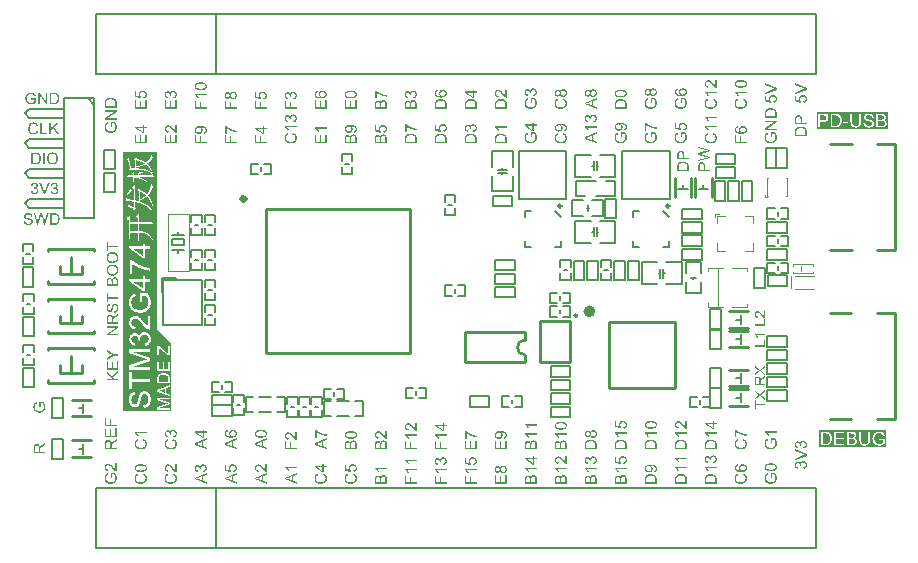
<source format=gto>
G04*
G04 #@! TF.GenerationSoftware,Altium Limited,Altium Designer,21.1.1 (26)*
G04*
G04 Layer_Color=65535*
%FSLAX25Y25*%
%MOIN*%
G70*
G04*
G04 #@! TF.SameCoordinates,7EEBE310-2877-491A-A4CC-80A9302AE9BF*
G04*
G04*
G04 #@! TF.FilePolarity,Positive*
G04*
G01*
G75*
%ADD10C,0.02000*%
%ADD11C,0.00984*%
%ADD12C,0.01000*%
%ADD13C,0.00600*%
%ADD14C,0.00249*%
%ADD15C,0.00669*%
%ADD16C,0.00787*%
%ADD17C,0.00750*%
%ADD18C,0.00500*%
%ADD19C,0.00800*%
%ADD20C,0.00591*%
%ADD21C,0.00394*%
G36*
X1317611Y1243389D02*
X1322500Y1238500D01*
D01*
D01*
Y1216000D01*
X1306500D01*
Y1302397D01*
X1317611D01*
Y1243389D01*
D02*
G37*
G36*
X1534317Y1323685D02*
Y1323142D01*
X1530345Y1321604D01*
Y1322175D01*
X1533232Y1323206D01*
X1533235Y1323208D01*
X1533247Y1323211D01*
X1533267Y1323217D01*
X1533293Y1323226D01*
X1533321Y1323237D01*
X1533359Y1323249D01*
X1533399Y1323263D01*
X1533445Y1323280D01*
X1533494Y1323295D01*
X1533545Y1323312D01*
X1533654Y1323346D01*
X1533769Y1323384D01*
X1533884Y1323415D01*
X1533881D01*
X1533869Y1323418D01*
X1533852Y1323424D01*
X1533829Y1323432D01*
X1533798Y1323441D01*
X1533763Y1323450D01*
X1533723Y1323464D01*
X1533680Y1323475D01*
X1533634Y1323493D01*
X1533582Y1323507D01*
X1533528Y1323527D01*
X1533473Y1323544D01*
X1533353Y1323584D01*
X1533232Y1323630D01*
X1530345Y1324704D01*
Y1325240D01*
X1534317Y1323685D01*
D02*
G37*
G36*
X1533023Y1321360D02*
X1533060Y1321357D01*
X1533109Y1321354D01*
X1533163Y1321346D01*
X1533224Y1321337D01*
X1533290Y1321323D01*
X1533361Y1321306D01*
X1533436Y1321286D01*
X1533514Y1321260D01*
X1533591Y1321231D01*
X1533671Y1321194D01*
X1533749Y1321151D01*
X1533826Y1321102D01*
X1533901Y1321047D01*
X1533907Y1321042D01*
X1533921Y1321030D01*
X1533944Y1321007D01*
X1533976Y1320978D01*
X1534013Y1320938D01*
X1534053Y1320892D01*
X1534096Y1320838D01*
X1534142Y1320775D01*
X1534188Y1320703D01*
X1534231Y1320625D01*
X1534271Y1320539D01*
X1534309Y1320445D01*
X1534337Y1320344D01*
X1534363Y1320238D01*
X1534377Y1320123D01*
X1534383Y1320003D01*
Y1319980D01*
X1534380Y1319951D01*
X1534377Y1319914D01*
X1534375Y1319868D01*
X1534366Y1319813D01*
X1534357Y1319753D01*
X1534346Y1319690D01*
X1534329Y1319621D01*
X1534309Y1319549D01*
X1534286Y1319475D01*
X1534257Y1319400D01*
X1534223Y1319328D01*
X1534182Y1319254D01*
X1534134Y1319185D01*
X1534082Y1319119D01*
X1534079Y1319116D01*
X1534068Y1319104D01*
X1534050Y1319087D01*
X1534027Y1319064D01*
X1533996Y1319038D01*
X1533958Y1319007D01*
X1533915Y1318975D01*
X1533867Y1318941D01*
X1533812Y1318906D01*
X1533752Y1318875D01*
X1533686Y1318840D01*
X1533614Y1318809D01*
X1533537Y1318783D01*
X1533453Y1318760D01*
X1533367Y1318740D01*
X1533275Y1318728D01*
X1533232Y1319239D01*
X1533235D01*
X1533249Y1319242D01*
X1533267Y1319245D01*
X1533293Y1319251D01*
X1533324Y1319259D01*
X1533361Y1319268D01*
X1533402Y1319279D01*
X1533445Y1319294D01*
X1533534Y1319328D01*
X1533582Y1319348D01*
X1533628Y1319371D01*
X1533674Y1319400D01*
X1533717Y1319429D01*
X1533757Y1319463D01*
X1533795Y1319500D01*
X1533798Y1319503D01*
X1533803Y1319509D01*
X1533812Y1319520D01*
X1533823Y1319538D01*
X1533838Y1319558D01*
X1533855Y1319584D01*
X1533869Y1319609D01*
X1533887Y1319641D01*
X1533907Y1319675D01*
X1533921Y1319716D01*
X1533938Y1319756D01*
X1533953Y1319802D01*
X1533964Y1319848D01*
X1533973Y1319896D01*
X1533978Y1319948D01*
X1533981Y1320003D01*
Y1320020D01*
X1533978Y1320037D01*
Y1320063D01*
X1533973Y1320092D01*
X1533967Y1320129D01*
X1533958Y1320169D01*
X1533947Y1320212D01*
X1533935Y1320258D01*
X1533918Y1320307D01*
X1533895Y1320356D01*
X1533869Y1320407D01*
X1533841Y1320456D01*
X1533803Y1320508D01*
X1533763Y1320557D01*
X1533717Y1320603D01*
X1533714Y1320605D01*
X1533706Y1320614D01*
X1533689Y1320625D01*
X1533669Y1320640D01*
X1533643Y1320660D01*
X1533611Y1320680D01*
X1533574Y1320703D01*
X1533531Y1320726D01*
X1533482Y1320746D01*
X1533430Y1320769D01*
X1533373Y1320789D01*
X1533310Y1320809D01*
X1533241Y1320823D01*
X1533169Y1320835D01*
X1533095Y1320844D01*
X1533014Y1320846D01*
X1533008D01*
X1532997D01*
X1532974Y1320844D01*
X1532945D01*
X1532911Y1320841D01*
X1532868Y1320835D01*
X1532825Y1320826D01*
X1532773Y1320818D01*
X1532721Y1320803D01*
X1532670Y1320789D01*
X1532615Y1320769D01*
X1532558Y1320746D01*
X1532503Y1320720D01*
X1532452Y1320689D01*
X1532400Y1320651D01*
X1532354Y1320611D01*
X1532351Y1320608D01*
X1532343Y1320600D01*
X1532331Y1320588D01*
X1532317Y1320568D01*
X1532297Y1320545D01*
X1532277Y1320516D01*
X1532257Y1320485D01*
X1532234Y1320448D01*
X1532211Y1320404D01*
X1532191Y1320358D01*
X1532168Y1320310D01*
X1532150Y1320255D01*
X1532136Y1320195D01*
X1532125Y1320132D01*
X1532116Y1320066D01*
X1532113Y1319997D01*
Y1319974D01*
X1532116Y1319957D01*
Y1319937D01*
X1532119Y1319911D01*
X1532122Y1319885D01*
X1532127Y1319853D01*
X1532139Y1319787D01*
X1532159Y1319716D01*
X1532185Y1319641D01*
X1532222Y1319569D01*
Y1319566D01*
X1532228Y1319561D01*
X1532234Y1319552D01*
X1532242Y1319538D01*
X1532265Y1319503D01*
X1532297Y1319460D01*
X1532337Y1319414D01*
X1532383Y1319366D01*
X1532437Y1319317D01*
X1532498Y1319274D01*
X1532437Y1318814D01*
X1530397Y1319199D01*
Y1321177D01*
X1530862D01*
Y1319586D01*
X1531932Y1319374D01*
X1531929Y1319377D01*
X1531921Y1319391D01*
X1531909Y1319409D01*
X1531892Y1319437D01*
X1531875Y1319469D01*
X1531852Y1319506D01*
X1531832Y1319552D01*
X1531806Y1319601D01*
X1531783Y1319655D01*
X1531760Y1319713D01*
X1531740Y1319776D01*
X1531723Y1319839D01*
X1531705Y1319908D01*
X1531694Y1319977D01*
X1531685Y1320051D01*
X1531682Y1320123D01*
Y1320146D01*
X1531685Y1320175D01*
X1531688Y1320209D01*
X1531694Y1320255D01*
X1531703Y1320307D01*
X1531714Y1320367D01*
X1531728Y1320430D01*
X1531746Y1320496D01*
X1531771Y1320568D01*
X1531800Y1320640D01*
X1531835Y1320714D01*
X1531878Y1320789D01*
X1531924Y1320864D01*
X1531981Y1320935D01*
X1532044Y1321004D01*
X1532047Y1321007D01*
X1532061Y1321019D01*
X1532081Y1321039D01*
X1532110Y1321062D01*
X1532145Y1321087D01*
X1532188Y1321119D01*
X1532239Y1321151D01*
X1532297Y1321185D01*
X1532360Y1321217D01*
X1532429Y1321248D01*
X1532506Y1321280D01*
X1532586Y1321309D01*
X1532675Y1321329D01*
X1532770Y1321349D01*
X1532868Y1321360D01*
X1532971Y1321363D01*
X1532974D01*
X1532977D01*
X1532985D01*
X1532994D01*
X1533023Y1321360D01*
D02*
G37*
G36*
X1443367Y1311531D02*
X1444317D01*
Y1311043D01*
X1443367D01*
Y1309321D01*
X1442920D01*
X1440345Y1311132D01*
Y1311531D01*
X1442920D01*
Y1312068D01*
X1443367D01*
Y1311531D01*
D02*
G37*
G36*
X1443769Y1308896D02*
X1443781Y1308885D01*
X1443795Y1308865D01*
X1443818Y1308836D01*
X1443841Y1308799D01*
X1443872Y1308759D01*
X1443904Y1308710D01*
X1443938Y1308658D01*
X1443976Y1308598D01*
X1444013Y1308537D01*
X1444053Y1308471D01*
X1444090Y1308400D01*
X1444165Y1308253D01*
X1444197Y1308179D01*
X1444228Y1308101D01*
X1444231Y1308095D01*
X1444234Y1308084D01*
X1444242Y1308061D01*
X1444251Y1308029D01*
X1444263Y1307992D01*
X1444277Y1307949D01*
X1444291Y1307897D01*
X1444306Y1307843D01*
X1444320Y1307780D01*
X1444334Y1307714D01*
X1444346Y1307645D01*
X1444360Y1307573D01*
X1444377Y1307418D01*
X1444380Y1307338D01*
X1444383Y1307257D01*
Y1307217D01*
X1444380Y1307200D01*
Y1307160D01*
X1444375Y1307108D01*
X1444369Y1307048D01*
X1444363Y1306979D01*
X1444352Y1306904D01*
X1444337Y1306824D01*
X1444323Y1306741D01*
X1444303Y1306652D01*
X1444277Y1306560D01*
X1444248Y1306468D01*
X1444217Y1306376D01*
X1444176Y1306285D01*
X1444133Y1306193D01*
X1444131Y1306187D01*
X1444122Y1306173D01*
X1444108Y1306147D01*
X1444088Y1306115D01*
X1444062Y1306075D01*
X1444030Y1306029D01*
X1443993Y1305977D01*
X1443950Y1305923D01*
X1443901Y1305865D01*
X1443847Y1305805D01*
X1443789Y1305745D01*
X1443723Y1305685D01*
X1443651Y1305627D01*
X1443577Y1305570D01*
X1443496Y1305518D01*
X1443410Y1305469D01*
X1443404Y1305467D01*
X1443387Y1305458D01*
X1443361Y1305447D01*
X1443327Y1305432D01*
X1443281Y1305415D01*
X1443229Y1305392D01*
X1443166Y1305372D01*
X1443100Y1305349D01*
X1443023Y1305326D01*
X1442942Y1305306D01*
X1442856Y1305286D01*
X1442762Y1305266D01*
X1442664Y1305251D01*
X1442564Y1305240D01*
X1442460Y1305231D01*
X1442351Y1305228D01*
X1442348D01*
X1442346D01*
X1442337D01*
X1442325D01*
X1442311D01*
X1442294Y1305231D01*
X1442254D01*
X1442202Y1305237D01*
X1442142Y1305240D01*
X1442073Y1305248D01*
X1441998Y1305260D01*
X1441918Y1305271D01*
X1441832Y1305289D01*
X1441743Y1305306D01*
X1441651Y1305329D01*
X1441556Y1305357D01*
X1441459Y1305389D01*
X1441364Y1305426D01*
X1441269Y1305469D01*
X1441266D01*
X1441263Y1305472D01*
X1441246Y1305481D01*
X1441220Y1305495D01*
X1441186Y1305515D01*
X1441146Y1305538D01*
X1441097Y1305570D01*
X1441043Y1305607D01*
X1440985Y1305647D01*
X1440925Y1305693D01*
X1440865Y1305745D01*
X1440801Y1305802D01*
X1440741Y1305865D01*
X1440681Y1305934D01*
X1440623Y1306006D01*
X1440569Y1306084D01*
X1440520Y1306167D01*
X1440517Y1306173D01*
X1440509Y1306187D01*
X1440497Y1306213D01*
X1440483Y1306247D01*
X1440463Y1306290D01*
X1440443Y1306342D01*
X1440420Y1306402D01*
X1440397Y1306468D01*
X1440377Y1306543D01*
X1440354Y1306623D01*
X1440334Y1306709D01*
X1440314Y1306801D01*
X1440299Y1306899D01*
X1440288Y1306999D01*
X1440279Y1307105D01*
X1440276Y1307214D01*
Y1307257D01*
X1440279Y1307286D01*
Y1307326D01*
X1440285Y1307369D01*
X1440288Y1307418D01*
X1440293Y1307473D01*
X1440302Y1307533D01*
X1440311Y1307593D01*
X1440337Y1307725D01*
X1440351Y1307791D01*
X1440371Y1307860D01*
X1440391Y1307926D01*
X1440417Y1307992D01*
X1440420Y1307995D01*
X1440423Y1308006D01*
X1440431Y1308027D01*
X1440443Y1308050D01*
X1440457Y1308078D01*
X1440474Y1308113D01*
X1440494Y1308150D01*
X1440517Y1308193D01*
X1440546Y1308236D01*
X1440575Y1308279D01*
X1440641Y1308371D01*
X1440718Y1308460D01*
X1440761Y1308503D01*
X1440807Y1308540D01*
X1440810Y1308543D01*
X1440819Y1308549D01*
X1440833Y1308560D01*
X1440853Y1308572D01*
X1440876Y1308589D01*
X1440908Y1308609D01*
X1440942Y1308629D01*
X1440982Y1308652D01*
X1441025Y1308675D01*
X1441077Y1308701D01*
X1441129Y1308727D01*
X1441186Y1308750D01*
X1441249Y1308776D01*
X1441315Y1308799D01*
X1441384Y1308822D01*
X1441459Y1308842D01*
X1441588Y1308368D01*
X1441585D01*
X1441573Y1308365D01*
X1441559Y1308360D01*
X1441536Y1308351D01*
X1441513Y1308342D01*
X1441482Y1308334D01*
X1441450Y1308319D01*
X1441413Y1308308D01*
X1441338Y1308273D01*
X1441258Y1308236D01*
X1441180Y1308193D01*
X1441146Y1308170D01*
X1441111Y1308144D01*
X1441109Y1308141D01*
X1441103Y1308138D01*
X1441094Y1308130D01*
X1441083Y1308121D01*
X1441068Y1308107D01*
X1441051Y1308090D01*
X1441031Y1308070D01*
X1441011Y1308047D01*
X1440988Y1308021D01*
X1440965Y1307995D01*
X1440919Y1307929D01*
X1440873Y1307852D01*
X1440833Y1307765D01*
Y1307763D01*
X1440827Y1307754D01*
X1440824Y1307740D01*
X1440816Y1307722D01*
X1440807Y1307699D01*
X1440798Y1307671D01*
X1440790Y1307639D01*
X1440778Y1307605D01*
X1440770Y1307567D01*
X1440761Y1307524D01*
X1440753Y1307478D01*
X1440744Y1307432D01*
X1440732Y1307329D01*
X1440727Y1307220D01*
Y1307186D01*
X1440730Y1307160D01*
Y1307128D01*
X1440732Y1307091D01*
X1440735Y1307051D01*
X1440741Y1307008D01*
X1440747Y1306959D01*
X1440753Y1306907D01*
X1440773Y1306804D01*
X1440801Y1306698D01*
X1440839Y1306594D01*
Y1306592D01*
X1440845Y1306583D01*
X1440850Y1306569D01*
X1440859Y1306551D01*
X1440870Y1306528D01*
X1440882Y1306503D01*
X1440899Y1306474D01*
X1440916Y1306445D01*
X1440956Y1306376D01*
X1441008Y1306308D01*
X1441066Y1306236D01*
X1441129Y1306173D01*
X1441131Y1306170D01*
X1441137Y1306167D01*
X1441146Y1306158D01*
X1441160Y1306147D01*
X1441177Y1306132D01*
X1441195Y1306118D01*
X1441218Y1306101D01*
X1441243Y1306081D01*
X1441301Y1306041D01*
X1441367Y1305997D01*
X1441441Y1305957D01*
X1441519Y1305920D01*
X1441522Y1305917D01*
X1441536Y1305914D01*
X1441556Y1305906D01*
X1441582Y1305897D01*
X1441617Y1305886D01*
X1441657Y1305874D01*
X1441706Y1305860D01*
X1441757Y1305845D01*
X1441815Y1305831D01*
X1441875Y1305817D01*
X1441941Y1305805D01*
X1442013Y1305794D01*
X1442084Y1305785D01*
X1442162Y1305777D01*
X1442239Y1305774D01*
X1442320Y1305771D01*
X1442323D01*
X1442325D01*
X1442343D01*
X1442371D01*
X1442409Y1305774D01*
X1442455Y1305777D01*
X1442506Y1305779D01*
X1442566Y1305785D01*
X1442630Y1305794D01*
X1442698Y1305802D01*
X1442770Y1305814D01*
X1442845Y1305831D01*
X1442920Y1305848D01*
X1442994Y1305868D01*
X1443069Y1305891D01*
X1443141Y1305920D01*
X1443209Y1305952D01*
X1443212Y1305954D01*
X1443224Y1305960D01*
X1443244Y1305972D01*
X1443267Y1305986D01*
X1443298Y1306006D01*
X1443330Y1306029D01*
X1443367Y1306055D01*
X1443407Y1306087D01*
X1443450Y1306124D01*
X1443493Y1306164D01*
X1443539Y1306207D01*
X1443582Y1306256D01*
X1443626Y1306308D01*
X1443666Y1306362D01*
X1443703Y1306422D01*
X1443737Y1306485D01*
X1443740Y1306488D01*
X1443746Y1306503D01*
X1443755Y1306520D01*
X1443763Y1306546D01*
X1443778Y1306577D01*
X1443792Y1306617D01*
X1443806Y1306660D01*
X1443824Y1306709D01*
X1443841Y1306764D01*
X1443855Y1306821D01*
X1443869Y1306882D01*
X1443884Y1306945D01*
X1443892Y1307014D01*
X1443901Y1307082D01*
X1443907Y1307154D01*
X1443910Y1307226D01*
Y1307260D01*
X1443907Y1307283D01*
Y1307315D01*
X1443904Y1307352D01*
X1443898Y1307392D01*
X1443892Y1307438D01*
X1443887Y1307487D01*
X1443878Y1307539D01*
X1443855Y1307651D01*
X1443824Y1307771D01*
X1443803Y1307831D01*
X1443781Y1307892D01*
X1443778Y1307895D01*
X1443775Y1307906D01*
X1443766Y1307923D01*
X1443758Y1307946D01*
X1443746Y1307972D01*
X1443732Y1308004D01*
X1443715Y1308038D01*
X1443694Y1308075D01*
X1443654Y1308156D01*
X1443605Y1308239D01*
X1443554Y1308319D01*
X1443528Y1308354D01*
X1443499Y1308388D01*
X1442759D01*
Y1307220D01*
X1442291D01*
Y1308902D01*
X1443766D01*
X1443769Y1308896D01*
D02*
G37*
G36*
X1443192Y1323579D02*
X1443227Y1323576D01*
X1443272Y1323570D01*
X1443324Y1323562D01*
X1443382Y1323550D01*
X1443445Y1323533D01*
X1443514Y1323513D01*
X1443582Y1323490D01*
X1443657Y1323458D01*
X1443732Y1323421D01*
X1443806Y1323378D01*
X1443881Y1323326D01*
X1443953Y1323266D01*
X1444022Y1323200D01*
X1444024Y1323195D01*
X1444036Y1323183D01*
X1444056Y1323163D01*
X1444079Y1323131D01*
X1444105Y1323094D01*
X1444136Y1323051D01*
X1444168Y1322996D01*
X1444202Y1322939D01*
X1444237Y1322873D01*
X1444268Y1322798D01*
X1444300Y1322721D01*
X1444326Y1322635D01*
X1444349Y1322546D01*
X1444369Y1322448D01*
X1444380Y1322348D01*
X1444383Y1322242D01*
Y1322219D01*
X1444380Y1322190D01*
X1444377Y1322155D01*
X1444375Y1322110D01*
X1444366Y1322058D01*
X1444357Y1322001D01*
X1444343Y1321937D01*
X1444329Y1321871D01*
X1444308Y1321800D01*
X1444283Y1321728D01*
X1444251Y1321653D01*
X1444217Y1321581D01*
X1444176Y1321510D01*
X1444128Y1321438D01*
X1444073Y1321372D01*
X1444070Y1321369D01*
X1444059Y1321358D01*
X1444042Y1321340D01*
X1444016Y1321317D01*
X1443984Y1321292D01*
X1443947Y1321260D01*
X1443904Y1321229D01*
X1443855Y1321194D01*
X1443801Y1321160D01*
X1443737Y1321125D01*
X1443671Y1321094D01*
X1443600Y1321062D01*
X1443522Y1321036D01*
X1443442Y1321010D01*
X1443356Y1320993D01*
X1443264Y1320982D01*
X1443198Y1321470D01*
X1443204D01*
X1443215Y1321472D01*
X1443238Y1321478D01*
X1443267Y1321487D01*
X1443301Y1321495D01*
X1443338Y1321507D01*
X1443382Y1321521D01*
X1443427Y1321536D01*
X1443528Y1321576D01*
X1443626Y1321625D01*
X1443674Y1321653D01*
X1443720Y1321685D01*
X1443760Y1321716D01*
X1443798Y1321754D01*
X1443801Y1321757D01*
X1443806Y1321762D01*
X1443815Y1321774D01*
X1443826Y1321791D01*
X1443841Y1321808D01*
X1443855Y1321834D01*
X1443872Y1321860D01*
X1443887Y1321891D01*
X1443904Y1321926D01*
X1443921Y1321963D01*
X1443935Y1322003D01*
X1443950Y1322046D01*
X1443961Y1322092D01*
X1443970Y1322141D01*
X1443976Y1322190D01*
X1443979Y1322244D01*
Y1322259D01*
X1443976Y1322279D01*
Y1322302D01*
X1443970Y1322334D01*
X1443967Y1322368D01*
X1443958Y1322405D01*
X1443950Y1322448D01*
X1443935Y1322491D01*
X1443921Y1322540D01*
X1443901Y1322589D01*
X1443878Y1322638D01*
X1443849Y1322686D01*
X1443818Y1322735D01*
X1443783Y1322781D01*
X1443740Y1322827D01*
X1443737Y1322830D01*
X1443729Y1322839D01*
X1443717Y1322850D01*
X1443697Y1322864D01*
X1443674Y1322882D01*
X1443646Y1322902D01*
X1443614Y1322925D01*
X1443577Y1322948D01*
X1443536Y1322968D01*
X1443491Y1322991D01*
X1443445Y1323011D01*
X1443390Y1323028D01*
X1443336Y1323042D01*
X1443278Y1323054D01*
X1443215Y1323062D01*
X1443152Y1323065D01*
X1443149D01*
X1443138D01*
X1443120D01*
X1443095Y1323062D01*
X1443069Y1323060D01*
X1443034Y1323054D01*
X1442997Y1323048D01*
X1442957Y1323037D01*
X1442914Y1323025D01*
X1442868Y1323011D01*
X1442822Y1322994D01*
X1442776Y1322974D01*
X1442730Y1322948D01*
X1442684Y1322916D01*
X1442641Y1322884D01*
X1442598Y1322844D01*
X1442595Y1322841D01*
X1442589Y1322836D01*
X1442578Y1322821D01*
X1442564Y1322804D01*
X1442546Y1322784D01*
X1442529Y1322758D01*
X1442509Y1322727D01*
X1442489Y1322692D01*
X1442469Y1322655D01*
X1442449Y1322612D01*
X1442432Y1322566D01*
X1442414Y1322517D01*
X1442400Y1322466D01*
X1442389Y1322408D01*
X1442383Y1322351D01*
X1442380Y1322287D01*
Y1322262D01*
X1442383Y1322233D01*
X1442386Y1322193D01*
X1442391Y1322141D01*
X1442403Y1322084D01*
X1442414Y1322018D01*
X1442432Y1321943D01*
X1442004Y1321998D01*
Y1322006D01*
X1442007Y1322015D01*
Y1322026D01*
X1442010Y1322052D01*
Y1322107D01*
X1442007Y1322127D01*
X1442004Y1322155D01*
X1442001Y1322187D01*
X1441995Y1322221D01*
X1441990Y1322262D01*
X1441981Y1322305D01*
X1441969Y1322348D01*
X1441941Y1322443D01*
X1441924Y1322491D01*
X1441901Y1322540D01*
X1441878Y1322589D01*
X1441849Y1322635D01*
X1441846Y1322638D01*
X1441840Y1322646D01*
X1441832Y1322658D01*
X1441817Y1322675D01*
X1441800Y1322692D01*
X1441780Y1322715D01*
X1441754Y1322735D01*
X1441726Y1322761D01*
X1441691Y1322784D01*
X1441654Y1322807D01*
X1441614Y1322827D01*
X1441568Y1322844D01*
X1441519Y1322861D01*
X1441464Y1322873D01*
X1441407Y1322882D01*
X1441347Y1322884D01*
X1441344D01*
X1441335D01*
X1441321D01*
X1441301Y1322882D01*
X1441281Y1322879D01*
X1441252Y1322876D01*
X1441223Y1322870D01*
X1441192Y1322861D01*
X1441123Y1322839D01*
X1441086Y1322824D01*
X1441048Y1322807D01*
X1441011Y1322787D01*
X1440974Y1322761D01*
X1440939Y1322732D01*
X1440905Y1322701D01*
X1440902Y1322698D01*
X1440896Y1322692D01*
X1440888Y1322684D01*
X1440876Y1322669D01*
X1440865Y1322649D01*
X1440847Y1322629D01*
X1440833Y1322603D01*
X1440816Y1322575D01*
X1440798Y1322543D01*
X1440784Y1322509D01*
X1440767Y1322468D01*
X1440755Y1322428D01*
X1440744Y1322382D01*
X1440735Y1322336D01*
X1440730Y1322285D01*
X1440727Y1322233D01*
Y1322204D01*
X1440730Y1322187D01*
X1440732Y1322161D01*
X1440735Y1322133D01*
X1440741Y1322101D01*
X1440750Y1322066D01*
X1440770Y1321992D01*
X1440784Y1321955D01*
X1440804Y1321914D01*
X1440824Y1321874D01*
X1440847Y1321834D01*
X1440876Y1321797D01*
X1440908Y1321760D01*
X1440911Y1321757D01*
X1440916Y1321751D01*
X1440928Y1321742D01*
X1440942Y1321728D01*
X1440959Y1321714D01*
X1440982Y1321696D01*
X1441011Y1321679D01*
X1441040Y1321659D01*
X1441077Y1321639D01*
X1441117Y1321619D01*
X1441160Y1321596D01*
X1441209Y1321579D01*
X1441261Y1321559D01*
X1441315Y1321544D01*
X1441375Y1321530D01*
X1441441Y1321518D01*
X1441355Y1321031D01*
X1441352D01*
X1441350D01*
X1441332Y1321036D01*
X1441309Y1321042D01*
X1441275Y1321051D01*
X1441232Y1321062D01*
X1441186Y1321076D01*
X1441134Y1321094D01*
X1441077Y1321114D01*
X1441017Y1321140D01*
X1440954Y1321168D01*
X1440890Y1321203D01*
X1440827Y1321240D01*
X1440764Y1321280D01*
X1440704Y1321326D01*
X1440646Y1321378D01*
X1440595Y1321435D01*
X1440592Y1321438D01*
X1440583Y1321449D01*
X1440569Y1321467D01*
X1440552Y1321492D01*
X1440532Y1321524D01*
X1440509Y1321561D01*
X1440486Y1321605D01*
X1440460Y1321653D01*
X1440434Y1321708D01*
X1440411Y1321768D01*
X1440388Y1321831D01*
X1440368Y1321900D01*
X1440351Y1321975D01*
X1440337Y1322055D01*
X1440328Y1322138D01*
X1440325Y1322224D01*
Y1322256D01*
X1440328Y1322279D01*
Y1322308D01*
X1440334Y1322342D01*
X1440337Y1322379D01*
X1440342Y1322420D01*
X1440351Y1322466D01*
X1440359Y1322511D01*
X1440385Y1322612D01*
X1440400Y1322666D01*
X1440420Y1322718D01*
X1440440Y1322770D01*
X1440466Y1322821D01*
X1440469Y1322824D01*
X1440471Y1322833D01*
X1440480Y1322847D01*
X1440491Y1322867D01*
X1440506Y1322890D01*
X1440523Y1322916D01*
X1440543Y1322945D01*
X1440566Y1322976D01*
X1440621Y1323045D01*
X1440687Y1323114D01*
X1440761Y1323180D01*
X1440804Y1323212D01*
X1440847Y1323240D01*
X1440850Y1323243D01*
X1440859Y1323246D01*
X1440870Y1323255D01*
X1440890Y1323263D01*
X1440911Y1323275D01*
X1440939Y1323286D01*
X1440968Y1323301D01*
X1441002Y1323315D01*
X1441040Y1323326D01*
X1441077Y1323341D01*
X1441163Y1323364D01*
X1441258Y1323381D01*
X1441306Y1323384D01*
X1441358Y1323387D01*
X1441361D01*
X1441370D01*
X1441384D01*
X1441401Y1323384D01*
X1441424D01*
X1441450Y1323378D01*
X1441482Y1323375D01*
X1441513Y1323370D01*
X1441588Y1323352D01*
X1441665Y1323326D01*
X1441706Y1323312D01*
X1441749Y1323292D01*
X1441789Y1323272D01*
X1441829Y1323246D01*
X1441832Y1323243D01*
X1441838Y1323240D01*
X1441849Y1323232D01*
X1441863Y1323220D01*
X1441881Y1323206D01*
X1441901Y1323189D01*
X1441924Y1323169D01*
X1441949Y1323143D01*
X1441975Y1323117D01*
X1442001Y1323085D01*
X1442030Y1323054D01*
X1442058Y1323016D01*
X1442084Y1322976D01*
X1442113Y1322933D01*
X1442139Y1322887D01*
X1442162Y1322839D01*
Y1322841D01*
X1442165Y1322853D01*
X1442170Y1322873D01*
X1442179Y1322896D01*
X1442188Y1322927D01*
X1442202Y1322962D01*
X1442216Y1322999D01*
X1442236Y1323040D01*
X1442257Y1323083D01*
X1442282Y1323128D01*
X1442308Y1323174D01*
X1442340Y1323220D01*
X1442374Y1323263D01*
X1442412Y1323306D01*
X1442455Y1323349D01*
X1442500Y1323387D01*
X1442503Y1323390D01*
X1442512Y1323395D01*
X1442526Y1323404D01*
X1442546Y1323418D01*
X1442572Y1323433D01*
X1442601Y1323450D01*
X1442635Y1323467D01*
X1442675Y1323484D01*
X1442721Y1323501D01*
X1442770Y1323522D01*
X1442822Y1323536D01*
X1442879Y1323550D01*
X1442940Y1323565D01*
X1443003Y1323573D01*
X1443069Y1323579D01*
X1443141Y1323582D01*
X1443146D01*
X1443163D01*
X1443192Y1323579D01*
D02*
G37*
G36*
X1443763Y1320396D02*
X1443775Y1320385D01*
X1443789Y1320365D01*
X1443812Y1320336D01*
X1443835Y1320299D01*
X1443867Y1320259D01*
X1443898Y1320210D01*
X1443933Y1320158D01*
X1443970Y1320098D01*
X1444007Y1320037D01*
X1444047Y1319971D01*
X1444085Y1319900D01*
X1444159Y1319753D01*
X1444191Y1319679D01*
X1444223Y1319601D01*
X1444225Y1319596D01*
X1444228Y1319584D01*
X1444237Y1319561D01*
X1444245Y1319530D01*
X1444257Y1319492D01*
X1444271Y1319449D01*
X1444286Y1319398D01*
X1444300Y1319343D01*
X1444314Y1319280D01*
X1444329Y1319214D01*
X1444340Y1319145D01*
X1444355Y1319073D01*
X1444372Y1318918D01*
X1444375Y1318838D01*
X1444377Y1318757D01*
Y1318717D01*
X1444375Y1318700D01*
Y1318660D01*
X1444369Y1318608D01*
X1444363Y1318548D01*
X1444357Y1318479D01*
X1444346Y1318404D01*
X1444331Y1318324D01*
X1444317Y1318241D01*
X1444297Y1318152D01*
X1444271Y1318060D01*
X1444242Y1317968D01*
X1444211Y1317876D01*
X1444171Y1317785D01*
X1444128Y1317693D01*
X1444125Y1317687D01*
X1444116Y1317673D01*
X1444102Y1317647D01*
X1444082Y1317615D01*
X1444056Y1317575D01*
X1444024Y1317529D01*
X1443987Y1317477D01*
X1443944Y1317423D01*
X1443895Y1317365D01*
X1443841Y1317305D01*
X1443783Y1317245D01*
X1443717Y1317185D01*
X1443646Y1317127D01*
X1443571Y1317070D01*
X1443491Y1317018D01*
X1443404Y1316969D01*
X1443399Y1316967D01*
X1443382Y1316958D01*
X1443356Y1316947D01*
X1443321Y1316932D01*
X1443275Y1316915D01*
X1443224Y1316892D01*
X1443161Y1316872D01*
X1443095Y1316849D01*
X1443017Y1316826D01*
X1442937Y1316806D01*
X1442851Y1316786D01*
X1442756Y1316766D01*
X1442658Y1316751D01*
X1442558Y1316740D01*
X1442455Y1316731D01*
X1442346Y1316728D01*
X1442343D01*
X1442340D01*
X1442331D01*
X1442320D01*
X1442305D01*
X1442288Y1316731D01*
X1442248D01*
X1442196Y1316737D01*
X1442136Y1316740D01*
X1442067Y1316748D01*
X1441992Y1316760D01*
X1441912Y1316771D01*
X1441826Y1316789D01*
X1441737Y1316806D01*
X1441645Y1316829D01*
X1441551Y1316858D01*
X1441453Y1316889D01*
X1441358Y1316926D01*
X1441263Y1316969D01*
X1441261D01*
X1441258Y1316972D01*
X1441241Y1316981D01*
X1441215Y1316995D01*
X1441180Y1317015D01*
X1441140Y1317038D01*
X1441091Y1317070D01*
X1441037Y1317107D01*
X1440979Y1317147D01*
X1440919Y1317193D01*
X1440859Y1317245D01*
X1440796Y1317302D01*
X1440735Y1317365D01*
X1440675Y1317434D01*
X1440618Y1317506D01*
X1440563Y1317584D01*
X1440514Y1317667D01*
X1440512Y1317673D01*
X1440503Y1317687D01*
X1440491Y1317713D01*
X1440477Y1317747D01*
X1440457Y1317790D01*
X1440437Y1317842D01*
X1440414Y1317902D01*
X1440391Y1317968D01*
X1440371Y1318043D01*
X1440348Y1318123D01*
X1440328Y1318209D01*
X1440308Y1318301D01*
X1440293Y1318399D01*
X1440282Y1318499D01*
X1440273Y1318605D01*
X1440271Y1318714D01*
Y1318757D01*
X1440273Y1318786D01*
Y1318826D01*
X1440279Y1318869D01*
X1440282Y1318918D01*
X1440288Y1318973D01*
X1440296Y1319033D01*
X1440305Y1319093D01*
X1440331Y1319225D01*
X1440345Y1319291D01*
X1440365Y1319360D01*
X1440385Y1319426D01*
X1440411Y1319492D01*
X1440414Y1319495D01*
X1440417Y1319506D01*
X1440425Y1319527D01*
X1440437Y1319550D01*
X1440451Y1319578D01*
X1440469Y1319613D01*
X1440489Y1319650D01*
X1440512Y1319693D01*
X1440540Y1319736D01*
X1440569Y1319779D01*
X1440635Y1319871D01*
X1440712Y1319960D01*
X1440755Y1320003D01*
X1440801Y1320040D01*
X1440804Y1320043D01*
X1440813Y1320049D01*
X1440827Y1320060D01*
X1440847Y1320072D01*
X1440870Y1320089D01*
X1440902Y1320109D01*
X1440936Y1320129D01*
X1440977Y1320152D01*
X1441020Y1320175D01*
X1441071Y1320201D01*
X1441123Y1320227D01*
X1441180Y1320250D01*
X1441243Y1320276D01*
X1441309Y1320299D01*
X1441378Y1320322D01*
X1441453Y1320342D01*
X1441582Y1319868D01*
X1441579D01*
X1441568Y1319865D01*
X1441553Y1319860D01*
X1441530Y1319851D01*
X1441507Y1319842D01*
X1441476Y1319834D01*
X1441444Y1319819D01*
X1441407Y1319808D01*
X1441332Y1319773D01*
X1441252Y1319736D01*
X1441175Y1319693D01*
X1441140Y1319670D01*
X1441106Y1319644D01*
X1441103Y1319641D01*
X1441097Y1319639D01*
X1441088Y1319630D01*
X1441077Y1319621D01*
X1441063Y1319607D01*
X1441045Y1319590D01*
X1441025Y1319570D01*
X1441005Y1319547D01*
X1440982Y1319521D01*
X1440959Y1319495D01*
X1440913Y1319429D01*
X1440867Y1319351D01*
X1440827Y1319265D01*
Y1319263D01*
X1440821Y1319254D01*
X1440819Y1319240D01*
X1440810Y1319222D01*
X1440801Y1319199D01*
X1440793Y1319171D01*
X1440784Y1319139D01*
X1440773Y1319105D01*
X1440764Y1319067D01*
X1440755Y1319024D01*
X1440747Y1318978D01*
X1440738Y1318933D01*
X1440727Y1318829D01*
X1440721Y1318720D01*
Y1318686D01*
X1440724Y1318660D01*
Y1318628D01*
X1440727Y1318591D01*
X1440730Y1318551D01*
X1440735Y1318508D01*
X1440741Y1318459D01*
X1440747Y1318407D01*
X1440767Y1318304D01*
X1440796Y1318198D01*
X1440833Y1318095D01*
Y1318092D01*
X1440839Y1318083D01*
X1440845Y1318069D01*
X1440853Y1318051D01*
X1440865Y1318029D01*
X1440876Y1318003D01*
X1440893Y1317974D01*
X1440911Y1317945D01*
X1440951Y1317876D01*
X1441002Y1317807D01*
X1441060Y1317736D01*
X1441123Y1317673D01*
X1441126Y1317670D01*
X1441131Y1317667D01*
X1441140Y1317658D01*
X1441154Y1317647D01*
X1441172Y1317632D01*
X1441189Y1317618D01*
X1441212Y1317601D01*
X1441238Y1317581D01*
X1441295Y1317541D01*
X1441361Y1317498D01*
X1441436Y1317457D01*
X1441513Y1317420D01*
X1441516Y1317417D01*
X1441530Y1317414D01*
X1441551Y1317406D01*
X1441576Y1317397D01*
X1441611Y1317386D01*
X1441651Y1317374D01*
X1441700Y1317360D01*
X1441751Y1317345D01*
X1441809Y1317331D01*
X1441869Y1317317D01*
X1441935Y1317305D01*
X1442007Y1317294D01*
X1442079Y1317285D01*
X1442156Y1317276D01*
X1442233Y1317274D01*
X1442314Y1317271D01*
X1442317D01*
X1442320D01*
X1442337D01*
X1442366D01*
X1442403Y1317274D01*
X1442449Y1317276D01*
X1442500Y1317279D01*
X1442561Y1317285D01*
X1442624Y1317294D01*
X1442693Y1317302D01*
X1442764Y1317314D01*
X1442839Y1317331D01*
X1442914Y1317348D01*
X1442988Y1317368D01*
X1443063Y1317391D01*
X1443135Y1317420D01*
X1443204Y1317452D01*
X1443207Y1317455D01*
X1443218Y1317460D01*
X1443238Y1317472D01*
X1443261Y1317486D01*
X1443293Y1317506D01*
X1443324Y1317529D01*
X1443361Y1317555D01*
X1443402Y1317587D01*
X1443445Y1317624D01*
X1443488Y1317664D01*
X1443534Y1317707D01*
X1443577Y1317756D01*
X1443620Y1317807D01*
X1443660Y1317862D01*
X1443697Y1317922D01*
X1443732Y1317985D01*
X1443734Y1317988D01*
X1443740Y1318003D01*
X1443749Y1318020D01*
X1443758Y1318046D01*
X1443772Y1318077D01*
X1443786Y1318117D01*
X1443801Y1318161D01*
X1443818Y1318209D01*
X1443835Y1318264D01*
X1443849Y1318321D01*
X1443864Y1318382D01*
X1443878Y1318445D01*
X1443887Y1318513D01*
X1443895Y1318582D01*
X1443901Y1318654D01*
X1443904Y1318726D01*
Y1318760D01*
X1443901Y1318783D01*
Y1318815D01*
X1443898Y1318852D01*
X1443892Y1318892D01*
X1443887Y1318938D01*
X1443881Y1318987D01*
X1443872Y1319039D01*
X1443849Y1319151D01*
X1443818Y1319271D01*
X1443798Y1319331D01*
X1443775Y1319392D01*
X1443772Y1319395D01*
X1443769Y1319406D01*
X1443760Y1319423D01*
X1443752Y1319446D01*
X1443740Y1319472D01*
X1443726Y1319504D01*
X1443709Y1319538D01*
X1443689Y1319575D01*
X1443649Y1319656D01*
X1443600Y1319739D01*
X1443548Y1319819D01*
X1443522Y1319854D01*
X1443493Y1319888D01*
X1442753D01*
Y1318720D01*
X1442285D01*
Y1320402D01*
X1443760D01*
X1443763Y1320396D01*
D02*
G37*
G36*
X1434383Y1310386D02*
X1431278D01*
X1431281Y1310383D01*
X1431286Y1310377D01*
X1431295Y1310369D01*
X1431306Y1310354D01*
X1431321Y1310337D01*
X1431341Y1310314D01*
X1431361Y1310288D01*
X1431384Y1310262D01*
X1431407Y1310228D01*
X1431436Y1310193D01*
X1431462Y1310156D01*
X1431493Y1310116D01*
X1431522Y1310070D01*
X1431553Y1310024D01*
X1431616Y1309921D01*
X1431619Y1309918D01*
X1431625Y1309909D01*
X1431634Y1309892D01*
X1431642Y1309872D01*
X1431657Y1309849D01*
X1431674Y1309820D01*
X1431691Y1309786D01*
X1431711Y1309752D01*
X1431751Y1309671D01*
X1431792Y1309585D01*
X1431832Y1309496D01*
X1431866Y1309410D01*
X1431396D01*
X1431393Y1309416D01*
X1431387Y1309427D01*
X1431375Y1309450D01*
X1431361Y1309479D01*
X1431344Y1309513D01*
X1431321Y1309556D01*
X1431295Y1309602D01*
X1431266Y1309651D01*
X1431232Y1309706D01*
X1431197Y1309763D01*
X1431117Y1309883D01*
X1431028Y1310007D01*
X1430931Y1310125D01*
X1430928Y1310127D01*
X1430919Y1310139D01*
X1430905Y1310153D01*
X1430885Y1310173D01*
X1430859Y1310199D01*
X1430830Y1310228D01*
X1430796Y1310260D01*
X1430761Y1310294D01*
X1430721Y1310328D01*
X1430678Y1310366D01*
X1430589Y1310437D01*
X1430494Y1310503D01*
X1430445Y1310532D01*
X1430397Y1310558D01*
Y1310874D01*
X1434383D01*
Y1310386D01*
D02*
G37*
G36*
X1432454Y1308509D02*
X1432492D01*
X1432538Y1308506D01*
X1432589Y1308503D01*
X1432647Y1308497D01*
X1432707Y1308492D01*
X1432773Y1308486D01*
X1432908Y1308466D01*
X1433046Y1308440D01*
X1433181Y1308405D01*
X1433183D01*
X1433195Y1308400D01*
X1433215Y1308394D01*
X1433238Y1308385D01*
X1433267Y1308377D01*
X1433301Y1308362D01*
X1433341Y1308348D01*
X1433381Y1308331D01*
X1433473Y1308294D01*
X1433571Y1308245D01*
X1433666Y1308193D01*
X1433757Y1308133D01*
X1433760Y1308130D01*
X1433766Y1308124D01*
X1433780Y1308116D01*
X1433795Y1308104D01*
X1433815Y1308090D01*
X1433838Y1308070D01*
X1433889Y1308027D01*
X1433947Y1307972D01*
X1434007Y1307912D01*
X1434065Y1307843D01*
X1434119Y1307771D01*
Y1307768D01*
X1434125Y1307763D01*
X1434131Y1307751D01*
X1434139Y1307737D01*
X1434151Y1307717D01*
X1434162Y1307694D01*
X1434177Y1307668D01*
X1434191Y1307639D01*
X1434208Y1307605D01*
X1434225Y1307570D01*
X1434240Y1307530D01*
X1434257Y1307490D01*
X1434289Y1307398D01*
X1434317Y1307298D01*
Y1307295D01*
X1434320Y1307286D01*
X1434323Y1307269D01*
X1434329Y1307249D01*
X1434332Y1307223D01*
X1434337Y1307191D01*
X1434343Y1307154D01*
X1434349Y1307114D01*
X1434357Y1307068D01*
X1434363Y1307019D01*
X1434369Y1306968D01*
X1434372Y1306910D01*
X1434377Y1306853D01*
X1434380Y1306790D01*
X1434383Y1306660D01*
Y1305228D01*
X1430411D01*
Y1306672D01*
X1430414Y1306709D01*
Y1306755D01*
X1430417Y1306804D01*
Y1306859D01*
X1430425Y1306973D01*
X1430434Y1307091D01*
X1430443Y1307148D01*
X1430448Y1307203D01*
X1430457Y1307255D01*
X1430468Y1307303D01*
Y1307306D01*
X1430471Y1307318D01*
X1430477Y1307335D01*
X1430483Y1307361D01*
X1430494Y1307390D01*
X1430506Y1307424D01*
X1430517Y1307461D01*
X1430534Y1307504D01*
X1430572Y1307593D01*
X1430624Y1307691D01*
X1430681Y1307788D01*
X1430715Y1307837D01*
X1430753Y1307883D01*
X1430756Y1307886D01*
X1430764Y1307897D01*
X1430781Y1307915D01*
X1430801Y1307935D01*
X1430827Y1307961D01*
X1430859Y1307992D01*
X1430896Y1308024D01*
X1430936Y1308061D01*
X1430985Y1308098D01*
X1431037Y1308136D01*
X1431091Y1308176D01*
X1431151Y1308216D01*
X1431218Y1308253D01*
X1431284Y1308288D01*
X1431358Y1308322D01*
X1431433Y1308354D01*
X1431439Y1308357D01*
X1431453Y1308360D01*
X1431473Y1308368D01*
X1431505Y1308380D01*
X1431545Y1308391D01*
X1431591Y1308403D01*
X1431645Y1308417D01*
X1431705Y1308434D01*
X1431771Y1308449D01*
X1431846Y1308463D01*
X1431924Y1308474D01*
X1432007Y1308486D01*
X1432093Y1308497D01*
X1432185Y1308506D01*
X1432279Y1308509D01*
X1432377Y1308512D01*
X1432383D01*
X1432397D01*
X1432420D01*
X1432454Y1308509D01*
D02*
G37*
G36*
X1434383Y1320477D02*
X1434380D01*
X1434375D01*
X1434366D01*
X1434354D01*
X1434337D01*
X1434320Y1320479D01*
X1434274Y1320482D01*
X1434225Y1320488D01*
X1434168Y1320497D01*
X1434108Y1320511D01*
X1434047Y1320531D01*
X1434044D01*
X1434036Y1320537D01*
X1434021Y1320543D01*
X1434001Y1320551D01*
X1433976Y1320560D01*
X1433947Y1320574D01*
X1433915Y1320591D01*
X1433881Y1320609D01*
X1433841Y1320629D01*
X1433801Y1320654D01*
X1433712Y1320709D01*
X1433617Y1320775D01*
X1433519Y1320852D01*
X1433516Y1320855D01*
X1433508Y1320864D01*
X1433494Y1320875D01*
X1433473Y1320893D01*
X1433447Y1320916D01*
X1433419Y1320944D01*
X1433384Y1320976D01*
X1433347Y1321016D01*
X1433304Y1321059D01*
X1433258Y1321105D01*
X1433209Y1321157D01*
X1433155Y1321214D01*
X1433100Y1321277D01*
X1433043Y1321343D01*
X1432983Y1321415D01*
X1432920Y1321490D01*
X1432917Y1321493D01*
X1432914Y1321498D01*
X1432905Y1321507D01*
X1432897Y1321518D01*
X1432882Y1321533D01*
X1432868Y1321550D01*
X1432831Y1321593D01*
X1432787Y1321647D01*
X1432733Y1321705D01*
X1432675Y1321771D01*
X1432612Y1321840D01*
X1432546Y1321914D01*
X1432477Y1321986D01*
X1432409Y1322061D01*
X1432337Y1322130D01*
X1432268Y1322199D01*
X1432202Y1322259D01*
X1432136Y1322316D01*
X1432076Y1322362D01*
X1432073Y1322365D01*
X1432061Y1322371D01*
X1432044Y1322382D01*
X1432024Y1322400D01*
X1431995Y1322417D01*
X1431964Y1322434D01*
X1431926Y1322457D01*
X1431886Y1322477D01*
X1431843Y1322497D01*
X1431797Y1322520D01*
X1431697Y1322557D01*
X1431645Y1322572D01*
X1431594Y1322583D01*
X1431542Y1322589D01*
X1431490Y1322592D01*
X1431487D01*
X1431476D01*
X1431462D01*
X1431441Y1322589D01*
X1431416Y1322586D01*
X1431387Y1322580D01*
X1431355Y1322575D01*
X1431321Y1322566D01*
X1431284Y1322554D01*
X1431243Y1322540D01*
X1431203Y1322523D01*
X1431163Y1322503D01*
X1431120Y1322480D01*
X1431080Y1322451D01*
X1431040Y1322420D01*
X1431002Y1322382D01*
X1430999Y1322379D01*
X1430994Y1322374D01*
X1430985Y1322362D01*
X1430971Y1322345D01*
X1430956Y1322325D01*
X1430939Y1322299D01*
X1430919Y1322270D01*
X1430902Y1322239D01*
X1430882Y1322201D01*
X1430865Y1322161D01*
X1430847Y1322115D01*
X1430833Y1322069D01*
X1430819Y1322018D01*
X1430810Y1321963D01*
X1430804Y1321906D01*
X1430801Y1321846D01*
Y1321811D01*
X1430804Y1321788D01*
X1430807Y1321757D01*
X1430813Y1321722D01*
X1430819Y1321685D01*
X1430827Y1321642D01*
X1430839Y1321599D01*
X1430853Y1321553D01*
X1430870Y1321507D01*
X1430890Y1321458D01*
X1430916Y1321412D01*
X1430945Y1321366D01*
X1430976Y1321320D01*
X1431014Y1321280D01*
X1431017Y1321277D01*
X1431022Y1321272D01*
X1431037Y1321260D01*
X1431051Y1321249D01*
X1431074Y1321231D01*
X1431100Y1321214D01*
X1431131Y1321194D01*
X1431166Y1321177D01*
X1431203Y1321157D01*
X1431249Y1321137D01*
X1431295Y1321119D01*
X1431347Y1321102D01*
X1431404Y1321091D01*
X1431464Y1321079D01*
X1431528Y1321074D01*
X1431596Y1321071D01*
X1431545Y1320568D01*
X1431542D01*
X1431539D01*
X1431530Y1320571D01*
X1431519D01*
X1431490Y1320574D01*
X1431453Y1320583D01*
X1431407Y1320591D01*
X1431352Y1320603D01*
X1431292Y1320617D01*
X1431229Y1320634D01*
X1431160Y1320657D01*
X1431091Y1320683D01*
X1431019Y1320715D01*
X1430948Y1320752D01*
X1430879Y1320792D01*
X1430813Y1320841D01*
X1430750Y1320893D01*
X1430692Y1320953D01*
X1430690Y1320956D01*
X1430681Y1320967D01*
X1430664Y1320987D01*
X1430646Y1321013D01*
X1430624Y1321048D01*
X1430598Y1321088D01*
X1430572Y1321137D01*
X1430543Y1321191D01*
X1430517Y1321254D01*
X1430491Y1321320D01*
X1430466Y1321395D01*
X1430443Y1321475D01*
X1430423Y1321561D01*
X1430408Y1321653D01*
X1430400Y1321751D01*
X1430397Y1321854D01*
Y1321880D01*
X1430400Y1321909D01*
X1430402Y1321949D01*
X1430405Y1321998D01*
X1430414Y1322052D01*
X1430423Y1322115D01*
X1430437Y1322181D01*
X1430454Y1322253D01*
X1430474Y1322325D01*
X1430500Y1322402D01*
X1430532Y1322477D01*
X1430569Y1322552D01*
X1430609Y1322623D01*
X1430658Y1322692D01*
X1430715Y1322758D01*
X1430718Y1322761D01*
X1430730Y1322773D01*
X1430747Y1322790D01*
X1430773Y1322810D01*
X1430801Y1322836D01*
X1430839Y1322864D01*
X1430882Y1322896D01*
X1430931Y1322928D01*
X1430985Y1322956D01*
X1431045Y1322988D01*
X1431111Y1323016D01*
X1431180Y1323042D01*
X1431255Y1323062D01*
X1431332Y1323080D01*
X1431416Y1323091D01*
X1431502Y1323094D01*
X1431505D01*
X1431513D01*
X1431525D01*
X1431542D01*
X1431565Y1323091D01*
X1431588Y1323088D01*
X1431616Y1323085D01*
X1431648Y1323083D01*
X1431720Y1323071D01*
X1431800Y1323054D01*
X1431883Y1323028D01*
X1431970Y1322996D01*
X1431972D01*
X1431981Y1322991D01*
X1431992Y1322985D01*
X1432010Y1322976D01*
X1432030Y1322968D01*
X1432056Y1322953D01*
X1432084Y1322939D01*
X1432116Y1322919D01*
X1432150Y1322899D01*
X1432188Y1322876D01*
X1432271Y1322818D01*
X1432314Y1322787D01*
X1432360Y1322752D01*
X1432406Y1322712D01*
X1432454Y1322672D01*
X1432457Y1322669D01*
X1432466Y1322661D01*
X1432480Y1322649D01*
X1432500Y1322629D01*
X1432526Y1322603D01*
X1432558Y1322572D01*
X1432595Y1322537D01*
X1432638Y1322494D01*
X1432684Y1322445D01*
X1432736Y1322388D01*
X1432793Y1322328D01*
X1432856Y1322259D01*
X1432922Y1322184D01*
X1432994Y1322104D01*
X1433072Y1322015D01*
X1433152Y1321920D01*
X1433155Y1321914D01*
X1433169Y1321900D01*
X1433186Y1321880D01*
X1433212Y1321851D01*
X1433241Y1321814D01*
X1433275Y1321777D01*
X1433313Y1321734D01*
X1433353Y1321688D01*
X1433436Y1321590D01*
X1433479Y1321544D01*
X1433519Y1321498D01*
X1433560Y1321455D01*
X1433594Y1321418D01*
X1433626Y1321383D01*
X1433654Y1321358D01*
X1433660Y1321352D01*
X1433677Y1321338D01*
X1433703Y1321315D01*
X1433735Y1321286D01*
X1433775Y1321254D01*
X1433818Y1321220D01*
X1433867Y1321185D01*
X1433915Y1321154D01*
Y1323100D01*
X1434383D01*
Y1320477D01*
D02*
G37*
G36*
X1432454Y1320009D02*
X1432492D01*
X1432538Y1320006D01*
X1432589Y1320003D01*
X1432647Y1319997D01*
X1432707Y1319991D01*
X1432773Y1319986D01*
X1432908Y1319966D01*
X1433046Y1319940D01*
X1433181Y1319905D01*
X1433183D01*
X1433195Y1319900D01*
X1433215Y1319894D01*
X1433238Y1319885D01*
X1433267Y1319877D01*
X1433301Y1319862D01*
X1433341Y1319848D01*
X1433381Y1319831D01*
X1433473Y1319794D01*
X1433571Y1319745D01*
X1433666Y1319693D01*
X1433757Y1319633D01*
X1433760Y1319630D01*
X1433766Y1319624D01*
X1433780Y1319616D01*
X1433795Y1319604D01*
X1433815Y1319590D01*
X1433838Y1319570D01*
X1433889Y1319527D01*
X1433947Y1319472D01*
X1434007Y1319412D01*
X1434065Y1319343D01*
X1434119Y1319271D01*
Y1319268D01*
X1434125Y1319263D01*
X1434131Y1319251D01*
X1434139Y1319237D01*
X1434151Y1319217D01*
X1434162Y1319194D01*
X1434177Y1319168D01*
X1434191Y1319139D01*
X1434208Y1319105D01*
X1434225Y1319070D01*
X1434240Y1319030D01*
X1434257Y1318990D01*
X1434289Y1318898D01*
X1434317Y1318798D01*
Y1318795D01*
X1434320Y1318786D01*
X1434323Y1318769D01*
X1434329Y1318749D01*
X1434332Y1318723D01*
X1434337Y1318691D01*
X1434343Y1318654D01*
X1434349Y1318614D01*
X1434357Y1318568D01*
X1434363Y1318519D01*
X1434369Y1318468D01*
X1434372Y1318410D01*
X1434377Y1318353D01*
X1434380Y1318290D01*
X1434383Y1318161D01*
Y1316728D01*
X1430411D01*
Y1318172D01*
X1430414Y1318209D01*
Y1318255D01*
X1430417Y1318304D01*
Y1318359D01*
X1430425Y1318473D01*
X1430434Y1318591D01*
X1430443Y1318648D01*
X1430448Y1318703D01*
X1430457Y1318755D01*
X1430468Y1318803D01*
Y1318806D01*
X1430471Y1318818D01*
X1430477Y1318835D01*
X1430483Y1318861D01*
X1430494Y1318890D01*
X1430506Y1318924D01*
X1430517Y1318961D01*
X1430534Y1319004D01*
X1430572Y1319093D01*
X1430624Y1319191D01*
X1430681Y1319288D01*
X1430715Y1319337D01*
X1430753Y1319383D01*
X1430756Y1319386D01*
X1430764Y1319398D01*
X1430781Y1319415D01*
X1430801Y1319435D01*
X1430827Y1319461D01*
X1430859Y1319492D01*
X1430896Y1319524D01*
X1430936Y1319561D01*
X1430985Y1319598D01*
X1431037Y1319636D01*
X1431091Y1319676D01*
X1431151Y1319716D01*
X1431217Y1319753D01*
X1431284Y1319788D01*
X1431358Y1319822D01*
X1431433Y1319854D01*
X1431439Y1319857D01*
X1431453Y1319860D01*
X1431473Y1319868D01*
X1431505Y1319880D01*
X1431545Y1319891D01*
X1431591Y1319903D01*
X1431645Y1319917D01*
X1431705Y1319934D01*
X1431771Y1319948D01*
X1431846Y1319963D01*
X1431924Y1319974D01*
X1432007Y1319986D01*
X1432093Y1319997D01*
X1432185Y1320006D01*
X1432279Y1320009D01*
X1432377Y1320012D01*
X1432383D01*
X1432397D01*
X1432420D01*
X1432454Y1320009D01*
D02*
G37*
G36*
X1423192Y1311637D02*
X1423227Y1311634D01*
X1423273Y1311628D01*
X1423324Y1311620D01*
X1423382Y1311608D01*
X1423445Y1311591D01*
X1423514Y1311571D01*
X1423582Y1311548D01*
X1423657Y1311516D01*
X1423732Y1311479D01*
X1423806Y1311436D01*
X1423881Y1311384D01*
X1423953Y1311324D01*
X1424022Y1311258D01*
X1424024Y1311252D01*
X1424036Y1311241D01*
X1424056Y1311221D01*
X1424079Y1311189D01*
X1424105Y1311152D01*
X1424136Y1311109D01*
X1424168Y1311054D01*
X1424202Y1310997D01*
X1424237Y1310931D01*
X1424268Y1310856D01*
X1424300Y1310779D01*
X1424326Y1310693D01*
X1424349Y1310604D01*
X1424369Y1310506D01*
X1424380Y1310406D01*
X1424383Y1310300D01*
Y1310277D01*
X1424380Y1310248D01*
X1424377Y1310213D01*
X1424375Y1310168D01*
X1424366Y1310116D01*
X1424357Y1310059D01*
X1424343Y1309995D01*
X1424329Y1309929D01*
X1424308Y1309858D01*
X1424283Y1309786D01*
X1424251Y1309711D01*
X1424217Y1309639D01*
X1424177Y1309568D01*
X1424128Y1309496D01*
X1424073Y1309430D01*
X1424070Y1309427D01*
X1424059Y1309416D01*
X1424042Y1309398D01*
X1424016Y1309375D01*
X1423984Y1309350D01*
X1423947Y1309318D01*
X1423904Y1309286D01*
X1423855Y1309252D01*
X1423801Y1309218D01*
X1423737Y1309183D01*
X1423671Y1309152D01*
X1423600Y1309120D01*
X1423522Y1309094D01*
X1423442Y1309068D01*
X1423356Y1309051D01*
X1423264Y1309040D01*
X1423198Y1309528D01*
X1423204D01*
X1423215Y1309531D01*
X1423238Y1309536D01*
X1423267Y1309545D01*
X1423301Y1309553D01*
X1423339Y1309565D01*
X1423382Y1309579D01*
X1423427Y1309594D01*
X1423528Y1309634D01*
X1423625Y1309683D01*
X1423674Y1309711D01*
X1423720Y1309743D01*
X1423760Y1309774D01*
X1423798Y1309812D01*
X1423801Y1309815D01*
X1423806Y1309820D01*
X1423815Y1309832D01*
X1423826Y1309849D01*
X1423841Y1309866D01*
X1423855Y1309892D01*
X1423872Y1309918D01*
X1423887Y1309949D01*
X1423904Y1309984D01*
X1423921Y1310021D01*
X1423935Y1310061D01*
X1423950Y1310104D01*
X1423961Y1310150D01*
X1423970Y1310199D01*
X1423976Y1310248D01*
X1423979Y1310303D01*
Y1310317D01*
X1423976Y1310337D01*
Y1310360D01*
X1423970Y1310392D01*
X1423967Y1310426D01*
X1423958Y1310463D01*
X1423950Y1310506D01*
X1423935Y1310549D01*
X1423921Y1310598D01*
X1423901Y1310647D01*
X1423878Y1310696D01*
X1423849Y1310744D01*
X1423818Y1310793D01*
X1423783Y1310839D01*
X1423740Y1310885D01*
X1423737Y1310888D01*
X1423729Y1310897D01*
X1423717Y1310908D01*
X1423697Y1310922D01*
X1423674Y1310940D01*
X1423646Y1310960D01*
X1423614Y1310983D01*
X1423577Y1311006D01*
X1423536Y1311026D01*
X1423491Y1311049D01*
X1423445Y1311069D01*
X1423390Y1311086D01*
X1423336Y1311100D01*
X1423278Y1311112D01*
X1423215Y1311121D01*
X1423152Y1311123D01*
X1423149D01*
X1423138D01*
X1423120D01*
X1423094Y1311121D01*
X1423069Y1311118D01*
X1423034Y1311112D01*
X1422997Y1311106D01*
X1422957Y1311095D01*
X1422914Y1311083D01*
X1422868Y1311069D01*
X1422822Y1311052D01*
X1422776Y1311032D01*
X1422730Y1311006D01*
X1422684Y1310974D01*
X1422641Y1310942D01*
X1422598Y1310902D01*
X1422595Y1310900D01*
X1422589Y1310894D01*
X1422578Y1310879D01*
X1422564Y1310862D01*
X1422546Y1310842D01*
X1422529Y1310816D01*
X1422509Y1310785D01*
X1422489Y1310750D01*
X1422469Y1310713D01*
X1422449Y1310670D01*
X1422432Y1310624D01*
X1422414Y1310575D01*
X1422400Y1310524D01*
X1422388Y1310466D01*
X1422383Y1310409D01*
X1422380Y1310346D01*
Y1310320D01*
X1422383Y1310291D01*
X1422386Y1310251D01*
X1422391Y1310199D01*
X1422403Y1310142D01*
X1422414Y1310076D01*
X1422432Y1310001D01*
X1422004Y1310056D01*
Y1310064D01*
X1422007Y1310073D01*
Y1310084D01*
X1422010Y1310110D01*
Y1310165D01*
X1422007Y1310185D01*
X1422004Y1310213D01*
X1422001Y1310245D01*
X1421995Y1310280D01*
X1421990Y1310320D01*
X1421981Y1310363D01*
X1421970Y1310406D01*
X1421941Y1310501D01*
X1421924Y1310549D01*
X1421901Y1310598D01*
X1421878Y1310647D01*
X1421849Y1310693D01*
X1421846Y1310696D01*
X1421840Y1310704D01*
X1421832Y1310716D01*
X1421817Y1310733D01*
X1421800Y1310750D01*
X1421780Y1310773D01*
X1421754Y1310793D01*
X1421725Y1310819D01*
X1421691Y1310842D01*
X1421654Y1310865D01*
X1421614Y1310885D01*
X1421568Y1310902D01*
X1421519Y1310920D01*
X1421464Y1310931D01*
X1421407Y1310940D01*
X1421347Y1310942D01*
X1421344D01*
X1421335D01*
X1421321D01*
X1421301Y1310940D01*
X1421281Y1310937D01*
X1421252Y1310934D01*
X1421223Y1310928D01*
X1421192Y1310920D01*
X1421123Y1310897D01*
X1421085Y1310882D01*
X1421048Y1310865D01*
X1421011Y1310845D01*
X1420974Y1310819D01*
X1420939Y1310790D01*
X1420905Y1310759D01*
X1420902Y1310756D01*
X1420896Y1310750D01*
X1420887Y1310742D01*
X1420876Y1310727D01*
X1420865Y1310707D01*
X1420847Y1310687D01*
X1420833Y1310661D01*
X1420816Y1310633D01*
X1420798Y1310601D01*
X1420784Y1310567D01*
X1420767Y1310526D01*
X1420755Y1310486D01*
X1420744Y1310440D01*
X1420735Y1310394D01*
X1420730Y1310343D01*
X1420727Y1310291D01*
Y1310262D01*
X1420730Y1310245D01*
X1420732Y1310219D01*
X1420735Y1310191D01*
X1420741Y1310159D01*
X1420750Y1310125D01*
X1420770Y1310050D01*
X1420784Y1310013D01*
X1420804Y1309972D01*
X1420824Y1309932D01*
X1420847Y1309892D01*
X1420876Y1309855D01*
X1420908Y1309818D01*
X1420910Y1309815D01*
X1420916Y1309809D01*
X1420928Y1309800D01*
X1420942Y1309786D01*
X1420959Y1309772D01*
X1420982Y1309754D01*
X1421011Y1309737D01*
X1421040Y1309717D01*
X1421077Y1309697D01*
X1421117Y1309677D01*
X1421160Y1309654D01*
X1421209Y1309637D01*
X1421261Y1309617D01*
X1421315Y1309602D01*
X1421375Y1309588D01*
X1421441Y1309576D01*
X1421355Y1309089D01*
X1421352D01*
X1421350D01*
X1421332Y1309094D01*
X1421309Y1309100D01*
X1421275Y1309109D01*
X1421232Y1309120D01*
X1421186Y1309134D01*
X1421134Y1309152D01*
X1421077Y1309172D01*
X1421017Y1309198D01*
X1420953Y1309226D01*
X1420890Y1309261D01*
X1420827Y1309298D01*
X1420764Y1309338D01*
X1420704Y1309384D01*
X1420646Y1309436D01*
X1420595Y1309493D01*
X1420592Y1309496D01*
X1420583Y1309507D01*
X1420569Y1309525D01*
X1420552Y1309551D01*
X1420532Y1309582D01*
X1420509Y1309619D01*
X1420486Y1309663D01*
X1420460Y1309711D01*
X1420434Y1309766D01*
X1420411Y1309826D01*
X1420388Y1309889D01*
X1420368Y1309958D01*
X1420351Y1310033D01*
X1420337Y1310113D01*
X1420328Y1310196D01*
X1420325Y1310282D01*
Y1310314D01*
X1420328Y1310337D01*
Y1310366D01*
X1420334Y1310400D01*
X1420337Y1310437D01*
X1420342Y1310478D01*
X1420351Y1310524D01*
X1420359Y1310569D01*
X1420385Y1310670D01*
X1420400Y1310724D01*
X1420420Y1310776D01*
X1420440Y1310828D01*
X1420466Y1310879D01*
X1420469Y1310882D01*
X1420471Y1310891D01*
X1420480Y1310905D01*
X1420492Y1310925D01*
X1420506Y1310948D01*
X1420523Y1310974D01*
X1420543Y1311003D01*
X1420566Y1311034D01*
X1420621Y1311103D01*
X1420687Y1311172D01*
X1420761Y1311238D01*
X1420804Y1311270D01*
X1420847Y1311298D01*
X1420850Y1311301D01*
X1420859Y1311304D01*
X1420870Y1311313D01*
X1420890Y1311321D01*
X1420910Y1311333D01*
X1420939Y1311344D01*
X1420968Y1311359D01*
X1421002Y1311373D01*
X1421040Y1311384D01*
X1421077Y1311399D01*
X1421163Y1311422D01*
X1421258Y1311439D01*
X1421307Y1311442D01*
X1421358Y1311445D01*
X1421361D01*
X1421370D01*
X1421384D01*
X1421401Y1311442D01*
X1421424D01*
X1421450Y1311436D01*
X1421482Y1311433D01*
X1421513Y1311427D01*
X1421588Y1311410D01*
X1421665Y1311384D01*
X1421706Y1311370D01*
X1421749Y1311350D01*
X1421789Y1311330D01*
X1421829Y1311304D01*
X1421832Y1311301D01*
X1421838Y1311298D01*
X1421849Y1311290D01*
X1421863Y1311278D01*
X1421881Y1311264D01*
X1421901Y1311247D01*
X1421924Y1311227D01*
X1421949Y1311201D01*
X1421975Y1311175D01*
X1422001Y1311143D01*
X1422030Y1311112D01*
X1422058Y1311075D01*
X1422084Y1311034D01*
X1422113Y1310991D01*
X1422139Y1310945D01*
X1422162Y1310897D01*
Y1310900D01*
X1422165Y1310911D01*
X1422170Y1310931D01*
X1422179Y1310954D01*
X1422188Y1310986D01*
X1422202Y1311020D01*
X1422216Y1311057D01*
X1422236Y1311098D01*
X1422256Y1311141D01*
X1422282Y1311187D01*
X1422308Y1311232D01*
X1422340Y1311278D01*
X1422374Y1311321D01*
X1422412Y1311364D01*
X1422454Y1311407D01*
X1422500Y1311445D01*
X1422503Y1311448D01*
X1422512Y1311453D01*
X1422526Y1311462D01*
X1422546Y1311476D01*
X1422572Y1311491D01*
X1422601Y1311508D01*
X1422635Y1311525D01*
X1422676Y1311542D01*
X1422721Y1311560D01*
X1422770Y1311580D01*
X1422822Y1311594D01*
X1422879Y1311608D01*
X1422940Y1311623D01*
X1423003Y1311631D01*
X1423069Y1311637D01*
X1423141Y1311640D01*
X1423146D01*
X1423163D01*
X1423192Y1311637D01*
D02*
G37*
G36*
X1422383Y1308509D02*
X1422420D01*
X1422466Y1308506D01*
X1422518Y1308503D01*
X1422575Y1308497D01*
X1422635Y1308492D01*
X1422701Y1308486D01*
X1422836Y1308466D01*
X1422974Y1308440D01*
X1423109Y1308405D01*
X1423112D01*
X1423123Y1308400D01*
X1423143Y1308394D01*
X1423166Y1308385D01*
X1423195Y1308377D01*
X1423229Y1308362D01*
X1423270Y1308348D01*
X1423310Y1308331D01*
X1423402Y1308294D01*
X1423499Y1308245D01*
X1423594Y1308193D01*
X1423686Y1308133D01*
X1423689Y1308130D01*
X1423694Y1308124D01*
X1423709Y1308116D01*
X1423723Y1308104D01*
X1423743Y1308090D01*
X1423766Y1308070D01*
X1423818Y1308027D01*
X1423875Y1307972D01*
X1423935Y1307912D01*
X1423993Y1307843D01*
X1424047Y1307771D01*
Y1307768D01*
X1424053Y1307763D01*
X1424059Y1307751D01*
X1424067Y1307737D01*
X1424079Y1307717D01*
X1424090Y1307694D01*
X1424105Y1307668D01*
X1424119Y1307639D01*
X1424136Y1307605D01*
X1424154Y1307570D01*
X1424168Y1307530D01*
X1424185Y1307490D01*
X1424217Y1307398D01*
X1424245Y1307298D01*
Y1307295D01*
X1424248Y1307286D01*
X1424251Y1307269D01*
X1424257Y1307249D01*
X1424260Y1307223D01*
X1424265Y1307191D01*
X1424271Y1307154D01*
X1424277Y1307114D01*
X1424286Y1307068D01*
X1424291Y1307019D01*
X1424297Y1306968D01*
X1424300Y1306910D01*
X1424306Y1306853D01*
X1424308Y1306790D01*
X1424311Y1306660D01*
Y1305228D01*
X1420339D01*
Y1306672D01*
X1420342Y1306709D01*
Y1306755D01*
X1420345Y1306804D01*
Y1306859D01*
X1420354Y1306973D01*
X1420362Y1307091D01*
X1420371Y1307148D01*
X1420377Y1307203D01*
X1420385Y1307255D01*
X1420397Y1307303D01*
Y1307306D01*
X1420400Y1307318D01*
X1420405Y1307335D01*
X1420411Y1307361D01*
X1420423Y1307390D01*
X1420434Y1307424D01*
X1420446Y1307461D01*
X1420463Y1307504D01*
X1420500Y1307593D01*
X1420552Y1307691D01*
X1420609Y1307788D01*
X1420644Y1307837D01*
X1420681Y1307883D01*
X1420684Y1307886D01*
X1420692Y1307897D01*
X1420710Y1307915D01*
X1420730Y1307935D01*
X1420755Y1307961D01*
X1420787Y1307992D01*
X1420824Y1308024D01*
X1420865Y1308061D01*
X1420913Y1308098D01*
X1420965Y1308136D01*
X1421019Y1308176D01*
X1421080Y1308216D01*
X1421146Y1308253D01*
X1421212Y1308288D01*
X1421286Y1308322D01*
X1421361Y1308354D01*
X1421367Y1308357D01*
X1421381Y1308360D01*
X1421401Y1308368D01*
X1421433Y1308380D01*
X1421473Y1308391D01*
X1421519Y1308403D01*
X1421573Y1308417D01*
X1421634Y1308434D01*
X1421700Y1308449D01*
X1421774Y1308463D01*
X1421852Y1308474D01*
X1421935Y1308486D01*
X1422021Y1308497D01*
X1422113Y1308506D01*
X1422208Y1308509D01*
X1422305Y1308512D01*
X1422311D01*
X1422325D01*
X1422348D01*
X1422383Y1308509D01*
D02*
G37*
G36*
X1423433Y1322589D02*
X1424383D01*
Y1322101D01*
X1423433D01*
Y1320379D01*
X1422985D01*
X1420411Y1322190D01*
Y1322589D01*
X1422985D01*
Y1323126D01*
X1423433D01*
Y1322589D01*
D02*
G37*
G36*
X1422454Y1320009D02*
X1422492D01*
X1422538Y1320006D01*
X1422589Y1320003D01*
X1422647Y1319997D01*
X1422707Y1319991D01*
X1422773Y1319986D01*
X1422908Y1319966D01*
X1423046Y1319940D01*
X1423181Y1319905D01*
X1423184D01*
X1423195Y1319900D01*
X1423215Y1319894D01*
X1423238Y1319885D01*
X1423267Y1319877D01*
X1423301Y1319862D01*
X1423341Y1319848D01*
X1423382Y1319831D01*
X1423473Y1319794D01*
X1423571Y1319745D01*
X1423666Y1319693D01*
X1423757Y1319633D01*
X1423760Y1319630D01*
X1423766Y1319624D01*
X1423781Y1319616D01*
X1423795Y1319604D01*
X1423815Y1319590D01*
X1423838Y1319570D01*
X1423890Y1319527D01*
X1423947Y1319472D01*
X1424007Y1319412D01*
X1424065Y1319343D01*
X1424119Y1319271D01*
Y1319268D01*
X1424125Y1319263D01*
X1424131Y1319251D01*
X1424139Y1319237D01*
X1424151Y1319217D01*
X1424162Y1319194D01*
X1424177Y1319168D01*
X1424191Y1319139D01*
X1424208Y1319105D01*
X1424225Y1319070D01*
X1424240Y1319030D01*
X1424257Y1318990D01*
X1424288Y1318898D01*
X1424317Y1318798D01*
Y1318795D01*
X1424320Y1318786D01*
X1424323Y1318769D01*
X1424329Y1318749D01*
X1424331Y1318723D01*
X1424337Y1318691D01*
X1424343Y1318654D01*
X1424349Y1318614D01*
X1424357Y1318568D01*
X1424363Y1318519D01*
X1424369Y1318468D01*
X1424372Y1318410D01*
X1424377Y1318353D01*
X1424380Y1318290D01*
X1424383Y1318161D01*
Y1316728D01*
X1420411D01*
Y1318172D01*
X1420414Y1318209D01*
Y1318255D01*
X1420417Y1318304D01*
Y1318359D01*
X1420425Y1318473D01*
X1420434Y1318591D01*
X1420443Y1318648D01*
X1420448Y1318703D01*
X1420457Y1318755D01*
X1420469Y1318803D01*
Y1318806D01*
X1420471Y1318818D01*
X1420477Y1318835D01*
X1420483Y1318861D01*
X1420494Y1318890D01*
X1420506Y1318924D01*
X1420517Y1318961D01*
X1420535Y1319004D01*
X1420572Y1319093D01*
X1420623Y1319191D01*
X1420681Y1319288D01*
X1420715Y1319337D01*
X1420753Y1319383D01*
X1420755Y1319386D01*
X1420764Y1319397D01*
X1420781Y1319415D01*
X1420801Y1319435D01*
X1420827Y1319461D01*
X1420859Y1319492D01*
X1420896Y1319524D01*
X1420936Y1319561D01*
X1420985Y1319598D01*
X1421037Y1319636D01*
X1421091Y1319676D01*
X1421152Y1319716D01*
X1421218Y1319753D01*
X1421284Y1319788D01*
X1421358Y1319822D01*
X1421433Y1319854D01*
X1421439Y1319857D01*
X1421453Y1319860D01*
X1421473Y1319868D01*
X1421505Y1319880D01*
X1421545Y1319891D01*
X1421591Y1319903D01*
X1421645Y1319917D01*
X1421706Y1319934D01*
X1421772Y1319948D01*
X1421846Y1319963D01*
X1421924Y1319974D01*
X1422007Y1319986D01*
X1422093Y1319997D01*
X1422185Y1320006D01*
X1422279Y1320009D01*
X1422377Y1320012D01*
X1422383D01*
X1422397D01*
X1422420D01*
X1422454Y1320009D01*
D02*
G37*
G36*
X1413092Y1323137D02*
X1413126Y1323134D01*
X1413163Y1323131D01*
X1413206Y1323126D01*
X1413255Y1323120D01*
X1413307Y1323111D01*
X1413361Y1323100D01*
X1413419Y1323088D01*
X1413479Y1323071D01*
X1413539Y1323051D01*
X1413600Y1323031D01*
X1413663Y1323005D01*
X1413723Y1322976D01*
X1413726Y1322974D01*
X1413737Y1322968D01*
X1413755Y1322959D01*
X1413775Y1322948D01*
X1413803Y1322930D01*
X1413835Y1322910D01*
X1413867Y1322887D01*
X1413904Y1322861D01*
X1413944Y1322830D01*
X1413984Y1322798D01*
X1414024Y1322761D01*
X1414065Y1322721D01*
X1414105Y1322681D01*
X1414145Y1322635D01*
X1414179Y1322586D01*
X1414214Y1322534D01*
X1414217Y1322532D01*
X1414223Y1322523D01*
X1414228Y1322506D01*
X1414240Y1322486D01*
X1414254Y1322457D01*
X1414268Y1322425D01*
X1414283Y1322391D01*
X1414297Y1322348D01*
X1414314Y1322305D01*
X1414329Y1322256D01*
X1414343Y1322201D01*
X1414357Y1322147D01*
X1414369Y1322087D01*
X1414375Y1322026D01*
X1414380Y1321960D01*
X1414383Y1321894D01*
Y1321869D01*
X1414380Y1321854D01*
Y1321837D01*
X1414377Y1321794D01*
X1414369Y1321742D01*
X1414360Y1321682D01*
X1414346Y1321616D01*
X1414326Y1321541D01*
X1414303Y1321464D01*
X1414274Y1321383D01*
X1414237Y1321303D01*
X1414194Y1321220D01*
X1414142Y1321137D01*
X1414082Y1321053D01*
X1414013Y1320976D01*
X1413935Y1320901D01*
X1413930Y1320899D01*
X1413915Y1320884D01*
X1413887Y1320867D01*
X1413849Y1320841D01*
X1413801Y1320812D01*
X1413772Y1320795D01*
X1413740Y1320781D01*
X1413706Y1320764D01*
X1413669Y1320746D01*
X1413626Y1320726D01*
X1413582Y1320709D01*
X1413536Y1320692D01*
X1413488Y1320675D01*
X1413433Y1320654D01*
X1413379Y1320637D01*
X1413318Y1320623D01*
X1413258Y1320606D01*
X1413192Y1320591D01*
X1413123Y1320577D01*
X1413052Y1320563D01*
X1412977Y1320551D01*
X1412899Y1320543D01*
X1412819Y1320534D01*
X1412733Y1320525D01*
X1412647Y1320522D01*
X1412555Y1320517D01*
X1412460D01*
X1412457D01*
X1412446D01*
X1412432D01*
X1412409D01*
X1412383Y1320520D01*
X1412351D01*
X1412314Y1320522D01*
X1412271D01*
X1412228Y1320525D01*
X1412176Y1320531D01*
X1412125Y1320534D01*
X1412067Y1320540D01*
X1411949Y1320551D01*
X1411820Y1320571D01*
X1411685Y1320591D01*
X1411545Y1320620D01*
X1411407Y1320654D01*
X1411269Y1320695D01*
X1411134Y1320743D01*
X1411008Y1320801D01*
X1410948Y1320833D01*
X1410893Y1320867D01*
X1410839Y1320904D01*
X1410787Y1320942D01*
X1410781Y1320947D01*
X1410767Y1320959D01*
X1410744Y1320979D01*
X1410715Y1321010D01*
X1410681Y1321048D01*
X1410644Y1321091D01*
X1410600Y1321145D01*
X1410557Y1321206D01*
X1410517Y1321274D01*
X1410474Y1321349D01*
X1410437Y1321429D01*
X1410402Y1321518D01*
X1410374Y1321616D01*
X1410351Y1321716D01*
X1410336Y1321826D01*
X1410331Y1321940D01*
Y1321960D01*
X1410334Y1321986D01*
Y1322018D01*
X1410339Y1322058D01*
X1410345Y1322104D01*
X1410354Y1322155D01*
X1410362Y1322213D01*
X1410377Y1322270D01*
X1410394Y1322334D01*
X1410417Y1322397D01*
X1410443Y1322460D01*
X1410471Y1322526D01*
X1410509Y1322589D01*
X1410549Y1322649D01*
X1410595Y1322707D01*
X1410598Y1322709D01*
X1410606Y1322721D01*
X1410623Y1322735D01*
X1410644Y1322755D01*
X1410669Y1322778D01*
X1410704Y1322804D01*
X1410741Y1322833D01*
X1410784Y1322864D01*
X1410833Y1322896D01*
X1410888Y1322927D01*
X1410948Y1322959D01*
X1411014Y1322985D01*
X1411083Y1323014D01*
X1411157Y1323037D01*
X1411238Y1323054D01*
X1411321Y1323068D01*
X1411358Y1322583D01*
X1411355D01*
X1411347Y1322580D01*
X1411329Y1322577D01*
X1411312Y1322572D01*
X1411286Y1322563D01*
X1411261Y1322557D01*
X1411197Y1322534D01*
X1411131Y1322509D01*
X1411063Y1322477D01*
X1410997Y1322440D01*
X1410968Y1322420D01*
X1410942Y1322397D01*
X1410939Y1322394D01*
X1410933Y1322388D01*
X1410922Y1322377D01*
X1410911Y1322362D01*
X1410893Y1322342D01*
X1410876Y1322319D01*
X1410856Y1322293D01*
X1410836Y1322262D01*
X1410819Y1322227D01*
X1410798Y1322190D01*
X1410781Y1322153D01*
X1410764Y1322110D01*
X1410753Y1322064D01*
X1410741Y1322015D01*
X1410735Y1321963D01*
X1410732Y1321912D01*
Y1321889D01*
X1410735Y1321871D01*
Y1321851D01*
X1410738Y1321828D01*
X1410744Y1321803D01*
X1410750Y1321771D01*
X1410764Y1321708D01*
X1410787Y1321639D01*
X1410822Y1321570D01*
X1410842Y1321536D01*
X1410865Y1321501D01*
X1410867Y1321498D01*
X1410873Y1321492D01*
X1410882Y1321478D01*
X1410896Y1321464D01*
X1410913Y1321444D01*
X1410933Y1321421D01*
X1410959Y1321398D01*
X1410988Y1321369D01*
X1411020Y1321340D01*
X1411057Y1321312D01*
X1411097Y1321280D01*
X1411140Y1321251D01*
X1411189Y1321220D01*
X1411240Y1321191D01*
X1411295Y1321163D01*
X1411352Y1321137D01*
X1411355D01*
X1411367Y1321131D01*
X1411387Y1321125D01*
X1411413Y1321117D01*
X1411444Y1321105D01*
X1411485Y1321094D01*
X1411533Y1321082D01*
X1411588Y1321071D01*
X1411648Y1321059D01*
X1411717Y1321045D01*
X1411794Y1321033D01*
X1411875Y1321025D01*
X1411964Y1321016D01*
X1412059Y1321008D01*
X1412162Y1321005D01*
X1412271Y1321002D01*
X1412268Y1321005D01*
X1412259Y1321010D01*
X1412245Y1321019D01*
X1412228Y1321033D01*
X1412205Y1321051D01*
X1412179Y1321071D01*
X1412150Y1321094D01*
X1412119Y1321122D01*
X1412087Y1321151D01*
X1412056Y1321183D01*
X1411990Y1321257D01*
X1411926Y1321338D01*
X1411898Y1321383D01*
X1411872Y1321429D01*
X1411869Y1321432D01*
X1411866Y1321441D01*
X1411860Y1321455D01*
X1411852Y1321472D01*
X1411840Y1321498D01*
X1411829Y1321524D01*
X1411817Y1321556D01*
X1411806Y1321593D01*
X1411794Y1321630D01*
X1411783Y1321673D01*
X1411760Y1321762D01*
X1411746Y1321863D01*
X1411740Y1321914D01*
Y1321989D01*
X1411743Y1322015D01*
X1411746Y1322046D01*
X1411751Y1322089D01*
X1411760Y1322138D01*
X1411771Y1322193D01*
X1411786Y1322253D01*
X1411803Y1322316D01*
X1411829Y1322382D01*
X1411858Y1322451D01*
X1411892Y1322523D01*
X1411935Y1322592D01*
X1411981Y1322661D01*
X1412038Y1322729D01*
X1412101Y1322795D01*
X1412104Y1322798D01*
X1412119Y1322810D01*
X1412139Y1322827D01*
X1412167Y1322850D01*
X1412202Y1322876D01*
X1412245Y1322905D01*
X1412294Y1322936D01*
X1412351Y1322968D01*
X1412414Y1322999D01*
X1412486Y1323031D01*
X1412561Y1323060D01*
X1412644Y1323085D01*
X1412733Y1323108D01*
X1412825Y1323126D01*
X1412925Y1323137D01*
X1413029Y1323140D01*
X1413031D01*
X1413046D01*
X1413066D01*
X1413092Y1323137D01*
D02*
G37*
G36*
X1412389Y1320009D02*
X1412426D01*
X1412472Y1320006D01*
X1412523Y1320003D01*
X1412581Y1319997D01*
X1412641Y1319991D01*
X1412707Y1319986D01*
X1412842Y1319966D01*
X1412980Y1319940D01*
X1413115Y1319905D01*
X1413118D01*
X1413129Y1319900D01*
X1413149Y1319894D01*
X1413172Y1319885D01*
X1413201Y1319877D01*
X1413235Y1319862D01*
X1413275Y1319848D01*
X1413315Y1319831D01*
X1413407Y1319794D01*
X1413505Y1319745D01*
X1413600Y1319693D01*
X1413692Y1319633D01*
X1413694Y1319630D01*
X1413700Y1319624D01*
X1413715Y1319616D01*
X1413729Y1319604D01*
X1413749Y1319590D01*
X1413772Y1319570D01*
X1413824Y1319527D01*
X1413881Y1319472D01*
X1413941Y1319412D01*
X1413999Y1319343D01*
X1414053Y1319271D01*
Y1319268D01*
X1414059Y1319263D01*
X1414065Y1319251D01*
X1414073Y1319237D01*
X1414085Y1319217D01*
X1414096Y1319194D01*
X1414110Y1319168D01*
X1414125Y1319139D01*
X1414142Y1319105D01*
X1414159Y1319070D01*
X1414174Y1319030D01*
X1414191Y1318990D01*
X1414223Y1318898D01*
X1414251Y1318798D01*
Y1318795D01*
X1414254Y1318786D01*
X1414257Y1318769D01*
X1414263Y1318749D01*
X1414266Y1318723D01*
X1414271Y1318691D01*
X1414277Y1318654D01*
X1414283Y1318614D01*
X1414291Y1318568D01*
X1414297Y1318519D01*
X1414303Y1318468D01*
X1414306Y1318410D01*
X1414311Y1318353D01*
X1414314Y1318290D01*
X1414317Y1318161D01*
Y1316728D01*
X1410345D01*
Y1318172D01*
X1410348Y1318209D01*
Y1318255D01*
X1410351Y1318304D01*
Y1318359D01*
X1410359Y1318473D01*
X1410368Y1318591D01*
X1410377Y1318648D01*
X1410382Y1318703D01*
X1410391Y1318755D01*
X1410402Y1318803D01*
Y1318806D01*
X1410405Y1318818D01*
X1410411Y1318835D01*
X1410417Y1318861D01*
X1410428Y1318890D01*
X1410440Y1318924D01*
X1410451Y1318961D01*
X1410468Y1319004D01*
X1410506Y1319093D01*
X1410557Y1319191D01*
X1410615Y1319288D01*
X1410649Y1319337D01*
X1410687Y1319383D01*
X1410690Y1319386D01*
X1410698Y1319398D01*
X1410715Y1319415D01*
X1410735Y1319435D01*
X1410761Y1319461D01*
X1410793Y1319492D01*
X1410830Y1319524D01*
X1410870Y1319561D01*
X1410919Y1319598D01*
X1410971Y1319636D01*
X1411025Y1319676D01*
X1411086Y1319716D01*
X1411152Y1319753D01*
X1411218Y1319788D01*
X1411292Y1319822D01*
X1411367Y1319854D01*
X1411372Y1319857D01*
X1411387Y1319860D01*
X1411407Y1319868D01*
X1411439Y1319880D01*
X1411479Y1319891D01*
X1411525Y1319903D01*
X1411579Y1319917D01*
X1411639Y1319934D01*
X1411705Y1319948D01*
X1411780Y1319963D01*
X1411858Y1319974D01*
X1411941Y1319986D01*
X1412027Y1319997D01*
X1412119Y1320006D01*
X1412214Y1320009D01*
X1412311Y1320012D01*
X1412317D01*
X1412331D01*
X1412354D01*
X1412389Y1320009D01*
D02*
G37*
G36*
X1413023Y1311669D02*
X1413060Y1311666D01*
X1413109Y1311663D01*
X1413163Y1311654D01*
X1413224Y1311646D01*
X1413290Y1311631D01*
X1413361Y1311614D01*
X1413436Y1311594D01*
X1413514Y1311568D01*
X1413591Y1311539D01*
X1413671Y1311502D01*
X1413749Y1311459D01*
X1413826Y1311410D01*
X1413901Y1311356D01*
X1413907Y1311350D01*
X1413921Y1311339D01*
X1413944Y1311316D01*
X1413976Y1311287D01*
X1414013Y1311247D01*
X1414053Y1311201D01*
X1414096Y1311146D01*
X1414142Y1311083D01*
X1414188Y1311011D01*
X1414231Y1310934D01*
X1414271Y1310848D01*
X1414308Y1310753D01*
X1414337Y1310653D01*
X1414363Y1310546D01*
X1414377Y1310432D01*
X1414383Y1310311D01*
Y1310288D01*
X1414380Y1310260D01*
X1414377Y1310222D01*
X1414375Y1310176D01*
X1414366Y1310122D01*
X1414357Y1310061D01*
X1414346Y1309998D01*
X1414329Y1309929D01*
X1414308Y1309858D01*
X1414286Y1309783D01*
X1414257Y1309708D01*
X1414223Y1309637D01*
X1414182Y1309562D01*
X1414133Y1309493D01*
X1414082Y1309427D01*
X1414079Y1309424D01*
X1414067Y1309413D01*
X1414050Y1309396D01*
X1414027Y1309373D01*
X1413996Y1309347D01*
X1413958Y1309315D01*
X1413915Y1309284D01*
X1413867Y1309249D01*
X1413812Y1309215D01*
X1413752Y1309183D01*
X1413686Y1309149D01*
X1413614Y1309117D01*
X1413536Y1309091D01*
X1413453Y1309068D01*
X1413367Y1309048D01*
X1413275Y1309037D01*
X1413232Y1309548D01*
X1413235D01*
X1413249Y1309551D01*
X1413267Y1309553D01*
X1413293Y1309559D01*
X1413324Y1309568D01*
X1413361Y1309576D01*
X1413402Y1309588D01*
X1413445Y1309602D01*
X1413534Y1309637D01*
X1413582Y1309657D01*
X1413628Y1309680D01*
X1413674Y1309708D01*
X1413717Y1309737D01*
X1413758Y1309772D01*
X1413795Y1309809D01*
X1413798Y1309812D01*
X1413803Y1309818D01*
X1413812Y1309829D01*
X1413824Y1309846D01*
X1413838Y1309866D01*
X1413855Y1309892D01*
X1413869Y1309918D01*
X1413887Y1309949D01*
X1413907Y1309984D01*
X1413921Y1310024D01*
X1413938Y1310064D01*
X1413953Y1310110D01*
X1413964Y1310156D01*
X1413973Y1310205D01*
X1413978Y1310257D01*
X1413981Y1310311D01*
Y1310328D01*
X1413978Y1310346D01*
Y1310371D01*
X1413973Y1310400D01*
X1413967Y1310437D01*
X1413958Y1310478D01*
X1413947Y1310521D01*
X1413935Y1310567D01*
X1413918Y1310615D01*
X1413895Y1310664D01*
X1413869Y1310716D01*
X1413841Y1310765D01*
X1413803Y1310816D01*
X1413763Y1310865D01*
X1413717Y1310911D01*
X1413715Y1310914D01*
X1413706Y1310922D01*
X1413689Y1310934D01*
X1413669Y1310948D01*
X1413643Y1310968D01*
X1413611Y1310988D01*
X1413574Y1311011D01*
X1413531Y1311034D01*
X1413482Y1311054D01*
X1413430Y1311077D01*
X1413373Y1311098D01*
X1413310Y1311118D01*
X1413241Y1311132D01*
X1413169Y1311143D01*
X1413095Y1311152D01*
X1413014Y1311155D01*
X1413008D01*
X1412997D01*
X1412974Y1311152D01*
X1412945D01*
X1412911Y1311149D01*
X1412868Y1311143D01*
X1412825Y1311135D01*
X1412773Y1311126D01*
X1412721Y1311112D01*
X1412670Y1311098D01*
X1412615Y1311077D01*
X1412558Y1311054D01*
X1412503Y1311029D01*
X1412452Y1310997D01*
X1412400Y1310960D01*
X1412354Y1310920D01*
X1412351Y1310917D01*
X1412343Y1310908D01*
X1412331Y1310897D01*
X1412317Y1310876D01*
X1412297Y1310853D01*
X1412277Y1310825D01*
X1412257Y1310793D01*
X1412234Y1310756D01*
X1412211Y1310713D01*
X1412191Y1310667D01*
X1412167Y1310618D01*
X1412150Y1310564D01*
X1412136Y1310503D01*
X1412125Y1310440D01*
X1412116Y1310374D01*
X1412113Y1310305D01*
Y1310282D01*
X1412116Y1310265D01*
Y1310245D01*
X1412119Y1310219D01*
X1412122Y1310193D01*
X1412127Y1310162D01*
X1412139Y1310096D01*
X1412159Y1310024D01*
X1412185Y1309949D01*
X1412222Y1309878D01*
Y1309875D01*
X1412228Y1309869D01*
X1412234Y1309861D01*
X1412242Y1309846D01*
X1412265Y1309812D01*
X1412297Y1309769D01*
X1412337Y1309723D01*
X1412383Y1309674D01*
X1412437Y1309625D01*
X1412498Y1309582D01*
X1412437Y1309123D01*
X1410397Y1309507D01*
Y1311485D01*
X1410862D01*
Y1309895D01*
X1411932Y1309683D01*
X1411929Y1309686D01*
X1411921Y1309700D01*
X1411909Y1309717D01*
X1411892Y1309746D01*
X1411875Y1309777D01*
X1411852Y1309815D01*
X1411832Y1309861D01*
X1411806Y1309909D01*
X1411783Y1309964D01*
X1411760Y1310021D01*
X1411740Y1310084D01*
X1411723Y1310147D01*
X1411705Y1310216D01*
X1411694Y1310285D01*
X1411685Y1310360D01*
X1411683Y1310432D01*
Y1310455D01*
X1411685Y1310483D01*
X1411688Y1310518D01*
X1411694Y1310564D01*
X1411703Y1310615D01*
X1411714Y1310676D01*
X1411728Y1310739D01*
X1411746Y1310805D01*
X1411771Y1310876D01*
X1411800Y1310948D01*
X1411835Y1311023D01*
X1411878Y1311098D01*
X1411924Y1311172D01*
X1411981Y1311244D01*
X1412044Y1311313D01*
X1412047Y1311316D01*
X1412061Y1311327D01*
X1412081Y1311347D01*
X1412110Y1311370D01*
X1412145Y1311396D01*
X1412188Y1311427D01*
X1412239Y1311459D01*
X1412297Y1311494D01*
X1412360Y1311525D01*
X1412429Y1311557D01*
X1412506Y1311588D01*
X1412586Y1311617D01*
X1412675Y1311637D01*
X1412770Y1311657D01*
X1412868Y1311669D01*
X1412971Y1311672D01*
X1412974D01*
X1412977D01*
X1412986D01*
X1412994D01*
X1413023Y1311669D01*
D02*
G37*
G36*
X1412389Y1308509D02*
X1412426D01*
X1412472Y1308506D01*
X1412523Y1308503D01*
X1412581Y1308497D01*
X1412641Y1308492D01*
X1412707Y1308486D01*
X1412842Y1308466D01*
X1412980Y1308440D01*
X1413115Y1308405D01*
X1413118D01*
X1413129Y1308400D01*
X1413149Y1308394D01*
X1413172Y1308385D01*
X1413201Y1308377D01*
X1413235Y1308362D01*
X1413275Y1308348D01*
X1413315Y1308331D01*
X1413407Y1308294D01*
X1413505Y1308245D01*
X1413600Y1308193D01*
X1413692Y1308133D01*
X1413694Y1308130D01*
X1413700Y1308124D01*
X1413715Y1308116D01*
X1413729Y1308104D01*
X1413749Y1308090D01*
X1413772Y1308070D01*
X1413824Y1308027D01*
X1413881Y1307972D01*
X1413941Y1307912D01*
X1413999Y1307843D01*
X1414053Y1307771D01*
Y1307768D01*
X1414059Y1307763D01*
X1414065Y1307751D01*
X1414073Y1307737D01*
X1414085Y1307717D01*
X1414096Y1307694D01*
X1414110Y1307668D01*
X1414125Y1307639D01*
X1414142Y1307605D01*
X1414159Y1307570D01*
X1414174Y1307530D01*
X1414191Y1307490D01*
X1414223Y1307398D01*
X1414251Y1307298D01*
Y1307295D01*
X1414254Y1307286D01*
X1414257Y1307269D01*
X1414263Y1307249D01*
X1414266Y1307223D01*
X1414271Y1307191D01*
X1414277Y1307154D01*
X1414283Y1307114D01*
X1414291Y1307068D01*
X1414297Y1307019D01*
X1414303Y1306968D01*
X1414306Y1306910D01*
X1414311Y1306853D01*
X1414314Y1306790D01*
X1414317Y1306660D01*
Y1305228D01*
X1410345D01*
Y1306672D01*
X1410348Y1306709D01*
Y1306755D01*
X1410351Y1306804D01*
Y1306859D01*
X1410359Y1306973D01*
X1410368Y1307091D01*
X1410377Y1307148D01*
X1410382Y1307203D01*
X1410391Y1307255D01*
X1410402Y1307303D01*
Y1307306D01*
X1410405Y1307318D01*
X1410411Y1307335D01*
X1410417Y1307361D01*
X1410428Y1307390D01*
X1410440Y1307424D01*
X1410451Y1307461D01*
X1410468Y1307504D01*
X1410506Y1307593D01*
X1410557Y1307691D01*
X1410615Y1307788D01*
X1410649Y1307837D01*
X1410687Y1307883D01*
X1410690Y1307886D01*
X1410698Y1307897D01*
X1410715Y1307915D01*
X1410735Y1307935D01*
X1410761Y1307961D01*
X1410793Y1307992D01*
X1410830Y1308024D01*
X1410870Y1308061D01*
X1410919Y1308098D01*
X1410971Y1308136D01*
X1411025Y1308176D01*
X1411086Y1308216D01*
X1411152Y1308253D01*
X1411218Y1308288D01*
X1411292Y1308322D01*
X1411367Y1308354D01*
X1411372Y1308357D01*
X1411387Y1308360D01*
X1411407Y1308368D01*
X1411439Y1308380D01*
X1411479Y1308391D01*
X1411525Y1308403D01*
X1411579Y1308417D01*
X1411639Y1308434D01*
X1411705Y1308449D01*
X1411780Y1308463D01*
X1411858Y1308474D01*
X1411941Y1308486D01*
X1412027Y1308497D01*
X1412119Y1308506D01*
X1412214Y1308509D01*
X1412311Y1308512D01*
X1412317D01*
X1412331D01*
X1412354D01*
X1412389Y1308509D01*
D02*
G37*
G36*
X1480781Y1312079D02*
X1480793Y1312065D01*
X1480819Y1312045D01*
X1480850Y1312016D01*
X1480890Y1311981D01*
X1480939Y1311941D01*
X1480997Y1311895D01*
X1481063Y1311847D01*
X1481134Y1311792D01*
X1481215Y1311732D01*
X1481304Y1311669D01*
X1481398Y1311605D01*
X1481502Y1311537D01*
X1481611Y1311471D01*
X1481726Y1311399D01*
X1481849Y1311330D01*
X1481852D01*
X1481858Y1311327D01*
X1481866Y1311321D01*
X1481878Y1311313D01*
X1481895Y1311304D01*
X1481915Y1311296D01*
X1481938Y1311281D01*
X1481964Y1311270D01*
X1481993Y1311252D01*
X1482027Y1311238D01*
X1482099Y1311201D01*
X1482179Y1311161D01*
X1482271Y1311118D01*
X1482371Y1311072D01*
X1482480Y1311026D01*
X1482592Y1310977D01*
X1482713Y1310931D01*
X1482836Y1310882D01*
X1482963Y1310839D01*
X1483095Y1310796D01*
X1483227Y1310756D01*
X1483232Y1310753D01*
X1483249Y1310750D01*
X1483275Y1310742D01*
X1483313Y1310733D01*
X1483361Y1310721D01*
X1483416Y1310707D01*
X1483479Y1310693D01*
X1483551Y1310678D01*
X1483628Y1310661D01*
X1483712Y1310647D01*
X1483803Y1310630D01*
X1483898Y1310615D01*
X1483996Y1310601D01*
X1484099Y1310590D01*
X1484208Y1310578D01*
X1484317Y1310569D01*
Y1310067D01*
X1484311D01*
X1484297D01*
X1484268Y1310070D01*
X1484234D01*
X1484188Y1310073D01*
X1484134Y1310079D01*
X1484070Y1310084D01*
X1484002Y1310093D01*
X1483921Y1310102D01*
X1483835Y1310113D01*
X1483743Y1310127D01*
X1483643Y1310145D01*
X1483537Y1310168D01*
X1483425Y1310191D01*
X1483307Y1310216D01*
X1483186Y1310248D01*
X1483183D01*
X1483178Y1310251D01*
X1483169Y1310254D01*
X1483158Y1310257D01*
X1483140Y1310262D01*
X1483120Y1310268D01*
X1483097Y1310274D01*
X1483072Y1310282D01*
X1483014Y1310300D01*
X1482942Y1310323D01*
X1482865Y1310348D01*
X1482776Y1310377D01*
X1482681Y1310412D01*
X1482581Y1310449D01*
X1482475Y1310492D01*
X1482366Y1310535D01*
X1482254Y1310584D01*
X1482139Y1310638D01*
X1482021Y1310693D01*
X1481906Y1310753D01*
X1481903D01*
X1481901Y1310756D01*
X1481892Y1310762D01*
X1481878Y1310767D01*
X1481863Y1310776D01*
X1481846Y1310787D01*
X1481803Y1310810D01*
X1481751Y1310842D01*
X1481688Y1310876D01*
X1481619Y1310920D01*
X1481545Y1310966D01*
X1481464Y1311014D01*
X1481381Y1311069D01*
X1481295Y1311129D01*
X1481206Y1311189D01*
X1481031Y1311318D01*
X1480945Y1311387D01*
X1480865Y1311456D01*
Y1309510D01*
X1480397D01*
Y1312082D01*
X1480776D01*
X1480781Y1312079D01*
D02*
G37*
G36*
X1483769Y1308896D02*
X1483780Y1308885D01*
X1483795Y1308865D01*
X1483818Y1308836D01*
X1483841Y1308799D01*
X1483872Y1308759D01*
X1483904Y1308710D01*
X1483938Y1308658D01*
X1483976Y1308598D01*
X1484013Y1308537D01*
X1484053Y1308471D01*
X1484090Y1308400D01*
X1484165Y1308253D01*
X1484197Y1308179D01*
X1484228Y1308101D01*
X1484231Y1308095D01*
X1484234Y1308084D01*
X1484243Y1308061D01*
X1484251Y1308029D01*
X1484263Y1307992D01*
X1484277Y1307949D01*
X1484291Y1307897D01*
X1484306Y1307843D01*
X1484320Y1307780D01*
X1484334Y1307714D01*
X1484346Y1307645D01*
X1484360Y1307573D01*
X1484377Y1307418D01*
X1484380Y1307338D01*
X1484383Y1307257D01*
Y1307217D01*
X1484380Y1307200D01*
Y1307160D01*
X1484375Y1307108D01*
X1484369Y1307048D01*
X1484363Y1306979D01*
X1484352Y1306904D01*
X1484337Y1306824D01*
X1484323Y1306741D01*
X1484303Y1306652D01*
X1484277Y1306560D01*
X1484248Y1306468D01*
X1484217Y1306376D01*
X1484177Y1306285D01*
X1484134Y1306193D01*
X1484131Y1306187D01*
X1484122Y1306173D01*
X1484108Y1306147D01*
X1484088Y1306115D01*
X1484062Y1306075D01*
X1484030Y1306029D01*
X1483993Y1305977D01*
X1483950Y1305923D01*
X1483901Y1305865D01*
X1483846Y1305805D01*
X1483789Y1305745D01*
X1483723Y1305685D01*
X1483651Y1305627D01*
X1483577Y1305570D01*
X1483496Y1305518D01*
X1483410Y1305469D01*
X1483405Y1305467D01*
X1483387Y1305458D01*
X1483361Y1305447D01*
X1483327Y1305432D01*
X1483281Y1305415D01*
X1483229Y1305392D01*
X1483166Y1305372D01*
X1483100Y1305349D01*
X1483023Y1305326D01*
X1482942Y1305306D01*
X1482856Y1305286D01*
X1482762Y1305266D01*
X1482664Y1305251D01*
X1482564Y1305240D01*
X1482460Y1305231D01*
X1482351Y1305228D01*
X1482348D01*
X1482345D01*
X1482337D01*
X1482325D01*
X1482311D01*
X1482294Y1305231D01*
X1482254D01*
X1482202Y1305237D01*
X1482142Y1305240D01*
X1482073Y1305248D01*
X1481998Y1305260D01*
X1481918Y1305271D01*
X1481832Y1305289D01*
X1481743Y1305306D01*
X1481651Y1305329D01*
X1481556Y1305357D01*
X1481459Y1305389D01*
X1481364Y1305426D01*
X1481269Y1305469D01*
X1481266D01*
X1481264Y1305472D01*
X1481246Y1305481D01*
X1481220Y1305495D01*
X1481186Y1305515D01*
X1481146Y1305538D01*
X1481097Y1305570D01*
X1481042Y1305607D01*
X1480985Y1305647D01*
X1480925Y1305693D01*
X1480865Y1305745D01*
X1480801Y1305802D01*
X1480741Y1305865D01*
X1480681Y1305934D01*
X1480624Y1306006D01*
X1480569Y1306084D01*
X1480520Y1306167D01*
X1480517Y1306173D01*
X1480509Y1306187D01*
X1480497Y1306213D01*
X1480483Y1306247D01*
X1480463Y1306290D01*
X1480443Y1306342D01*
X1480420Y1306402D01*
X1480397Y1306468D01*
X1480377Y1306543D01*
X1480354Y1306623D01*
X1480334Y1306709D01*
X1480313Y1306801D01*
X1480299Y1306899D01*
X1480288Y1306999D01*
X1480279Y1307105D01*
X1480276Y1307214D01*
Y1307257D01*
X1480279Y1307286D01*
Y1307326D01*
X1480285Y1307369D01*
X1480288Y1307418D01*
X1480293Y1307473D01*
X1480302Y1307533D01*
X1480311Y1307593D01*
X1480336Y1307725D01*
X1480351Y1307791D01*
X1480371Y1307860D01*
X1480391Y1307926D01*
X1480417Y1307992D01*
X1480420Y1307995D01*
X1480423Y1308006D01*
X1480431Y1308027D01*
X1480443Y1308050D01*
X1480457Y1308078D01*
X1480474Y1308113D01*
X1480494Y1308150D01*
X1480517Y1308193D01*
X1480546Y1308236D01*
X1480575Y1308279D01*
X1480641Y1308371D01*
X1480718Y1308460D01*
X1480761Y1308503D01*
X1480807Y1308540D01*
X1480810Y1308543D01*
X1480819Y1308549D01*
X1480833Y1308560D01*
X1480853Y1308572D01*
X1480876Y1308589D01*
X1480908Y1308609D01*
X1480942Y1308629D01*
X1480982Y1308652D01*
X1481025Y1308675D01*
X1481077Y1308701D01*
X1481129Y1308727D01*
X1481186Y1308750D01*
X1481249Y1308776D01*
X1481315Y1308799D01*
X1481384Y1308822D01*
X1481459Y1308842D01*
X1481588Y1308368D01*
X1481585D01*
X1481573Y1308365D01*
X1481559Y1308360D01*
X1481536Y1308351D01*
X1481513Y1308342D01*
X1481482Y1308334D01*
X1481450Y1308319D01*
X1481413Y1308308D01*
X1481338Y1308273D01*
X1481258Y1308236D01*
X1481180Y1308193D01*
X1481146Y1308170D01*
X1481111Y1308144D01*
X1481108Y1308141D01*
X1481103Y1308138D01*
X1481094Y1308130D01*
X1481083Y1308121D01*
X1481068Y1308107D01*
X1481051Y1308090D01*
X1481031Y1308070D01*
X1481011Y1308047D01*
X1480988Y1308021D01*
X1480965Y1307995D01*
X1480919Y1307929D01*
X1480873Y1307852D01*
X1480833Y1307765D01*
Y1307763D01*
X1480827Y1307754D01*
X1480824Y1307740D01*
X1480816Y1307722D01*
X1480807Y1307699D01*
X1480799Y1307671D01*
X1480790Y1307639D01*
X1480778Y1307605D01*
X1480770Y1307567D01*
X1480761Y1307524D01*
X1480753Y1307478D01*
X1480744Y1307432D01*
X1480733Y1307329D01*
X1480727Y1307220D01*
Y1307186D01*
X1480730Y1307160D01*
Y1307128D01*
X1480733Y1307091D01*
X1480735Y1307051D01*
X1480741Y1307008D01*
X1480747Y1306959D01*
X1480753Y1306907D01*
X1480773Y1306804D01*
X1480801Y1306698D01*
X1480839Y1306594D01*
Y1306592D01*
X1480844Y1306583D01*
X1480850Y1306569D01*
X1480859Y1306551D01*
X1480870Y1306528D01*
X1480882Y1306503D01*
X1480899Y1306474D01*
X1480916Y1306445D01*
X1480956Y1306376D01*
X1481008Y1306308D01*
X1481065Y1306236D01*
X1481129Y1306173D01*
X1481131Y1306170D01*
X1481137Y1306167D01*
X1481146Y1306158D01*
X1481160Y1306147D01*
X1481177Y1306132D01*
X1481195Y1306118D01*
X1481218Y1306101D01*
X1481243Y1306081D01*
X1481301Y1306041D01*
X1481367Y1305997D01*
X1481441Y1305957D01*
X1481519Y1305920D01*
X1481522Y1305917D01*
X1481536Y1305914D01*
X1481556Y1305906D01*
X1481582Y1305897D01*
X1481616Y1305886D01*
X1481657Y1305874D01*
X1481705Y1305860D01*
X1481757Y1305845D01*
X1481814Y1305831D01*
X1481875Y1305817D01*
X1481941Y1305805D01*
X1482013Y1305794D01*
X1482084Y1305785D01*
X1482162Y1305777D01*
X1482239Y1305774D01*
X1482320Y1305771D01*
X1482323D01*
X1482325D01*
X1482343D01*
X1482371D01*
X1482409Y1305774D01*
X1482454Y1305777D01*
X1482506Y1305779D01*
X1482567Y1305785D01*
X1482630Y1305794D01*
X1482699Y1305802D01*
X1482770Y1305814D01*
X1482845Y1305831D01*
X1482920Y1305848D01*
X1482994Y1305868D01*
X1483069Y1305891D01*
X1483140Y1305920D01*
X1483209Y1305952D01*
X1483212Y1305954D01*
X1483224Y1305960D01*
X1483244Y1305972D01*
X1483267Y1305986D01*
X1483298Y1306006D01*
X1483330Y1306029D01*
X1483367Y1306055D01*
X1483407Y1306087D01*
X1483450Y1306124D01*
X1483494Y1306164D01*
X1483539Y1306207D01*
X1483582Y1306256D01*
X1483626Y1306308D01*
X1483666Y1306362D01*
X1483703Y1306422D01*
X1483737Y1306485D01*
X1483740Y1306488D01*
X1483746Y1306503D01*
X1483755Y1306520D01*
X1483763Y1306546D01*
X1483778Y1306577D01*
X1483792Y1306617D01*
X1483806Y1306660D01*
X1483823Y1306709D01*
X1483841Y1306764D01*
X1483855Y1306821D01*
X1483869Y1306882D01*
X1483884Y1306945D01*
X1483892Y1307014D01*
X1483901Y1307082D01*
X1483907Y1307154D01*
X1483910Y1307226D01*
Y1307260D01*
X1483907Y1307283D01*
Y1307315D01*
X1483904Y1307352D01*
X1483898Y1307392D01*
X1483892Y1307438D01*
X1483887Y1307487D01*
X1483878Y1307539D01*
X1483855Y1307651D01*
X1483823Y1307771D01*
X1483803Y1307831D01*
X1483780Y1307892D01*
X1483778Y1307895D01*
X1483775Y1307906D01*
X1483766Y1307923D01*
X1483757Y1307946D01*
X1483746Y1307972D01*
X1483732Y1308004D01*
X1483714Y1308038D01*
X1483694Y1308075D01*
X1483654Y1308156D01*
X1483605Y1308239D01*
X1483554Y1308319D01*
X1483528Y1308354D01*
X1483499Y1308388D01*
X1482759D01*
Y1307220D01*
X1482291D01*
Y1308902D01*
X1483766D01*
X1483769Y1308896D01*
D02*
G37*
G36*
X1483232Y1323588D02*
X1483270Y1323585D01*
X1483313Y1323579D01*
X1483361Y1323570D01*
X1483419Y1323559D01*
X1483482Y1323545D01*
X1483548Y1323527D01*
X1483617Y1323501D01*
X1483686Y1323473D01*
X1483757Y1323438D01*
X1483832Y1323395D01*
X1483901Y1323349D01*
X1483973Y1323292D01*
X1484039Y1323229D01*
X1484042Y1323226D01*
X1484053Y1323212D01*
X1484070Y1323192D01*
X1484093Y1323163D01*
X1484119Y1323128D01*
X1484148Y1323083D01*
X1484179Y1323034D01*
X1484211Y1322976D01*
X1484243Y1322910D01*
X1484274Y1322839D01*
X1484303Y1322761D01*
X1484329Y1322678D01*
X1484352Y1322586D01*
X1484369Y1322491D01*
X1484380Y1322388D01*
X1484383Y1322282D01*
Y1322256D01*
X1484380Y1322224D01*
X1484377Y1322184D01*
X1484372Y1322135D01*
X1484366Y1322078D01*
X1484354Y1322012D01*
X1484340Y1321943D01*
X1484320Y1321869D01*
X1484297Y1321791D01*
X1484271Y1321714D01*
X1484237Y1321633D01*
X1484197Y1321553D01*
X1484151Y1321475D01*
X1484096Y1321404D01*
X1484036Y1321332D01*
X1484033Y1321329D01*
X1484019Y1321317D01*
X1484002Y1321297D01*
X1483973Y1321277D01*
X1483938Y1321249D01*
X1483898Y1321217D01*
X1483852Y1321185D01*
X1483798Y1321154D01*
X1483737Y1321119D01*
X1483671Y1321088D01*
X1483600Y1321056D01*
X1483525Y1321031D01*
X1483442Y1321008D01*
X1483356Y1320987D01*
X1483264Y1320976D01*
X1483169Y1320973D01*
X1483163D01*
X1483152D01*
X1483132D01*
X1483103Y1320976D01*
X1483072Y1320979D01*
X1483031Y1320985D01*
X1482988Y1320990D01*
X1482942Y1320999D01*
X1482894Y1321008D01*
X1482839Y1321022D01*
X1482787Y1321036D01*
X1482733Y1321056D01*
X1482678Y1321079D01*
X1482624Y1321105D01*
X1482572Y1321134D01*
X1482520Y1321168D01*
X1482518Y1321171D01*
X1482509Y1321177D01*
X1482495Y1321188D01*
X1482477Y1321206D01*
X1482457Y1321226D01*
X1482432Y1321251D01*
X1482406Y1321280D01*
X1482377Y1321312D01*
X1482348Y1321352D01*
X1482320Y1321392D01*
X1482288Y1321438D01*
X1482259Y1321490D01*
X1482234Y1321544D01*
X1482208Y1321602D01*
X1482185Y1321665D01*
X1482165Y1321731D01*
Y1321728D01*
X1482159Y1321716D01*
X1482153Y1321702D01*
X1482145Y1321682D01*
X1482133Y1321656D01*
X1482119Y1321627D01*
X1482102Y1321596D01*
X1482084Y1321561D01*
X1482038Y1321487D01*
X1481984Y1321412D01*
X1481921Y1321340D01*
X1481886Y1321309D01*
X1481849Y1321280D01*
X1481846Y1321277D01*
X1481840Y1321274D01*
X1481829Y1321266D01*
X1481812Y1321257D01*
X1481792Y1321246D01*
X1481769Y1321234D01*
X1481740Y1321220D01*
X1481708Y1321208D01*
X1481674Y1321194D01*
X1481637Y1321180D01*
X1481596Y1321168D01*
X1481553Y1321157D01*
X1481459Y1321140D01*
X1481407Y1321137D01*
X1481355Y1321134D01*
X1481350D01*
X1481335D01*
X1481312Y1321137D01*
X1481284Y1321140D01*
X1481246Y1321142D01*
X1481203Y1321151D01*
X1481154Y1321160D01*
X1481103Y1321174D01*
X1481045Y1321188D01*
X1480988Y1321208D01*
X1480928Y1321234D01*
X1480865Y1321266D01*
X1480804Y1321300D01*
X1480741Y1321340D01*
X1480684Y1321389D01*
X1480626Y1321444D01*
X1480624Y1321447D01*
X1480615Y1321458D01*
X1480598Y1321475D01*
X1480580Y1321501D01*
X1480558Y1321533D01*
X1480532Y1321570D01*
X1480506Y1321613D01*
X1480477Y1321665D01*
X1480451Y1321719D01*
X1480425Y1321782D01*
X1480400Y1321851D01*
X1480377Y1321926D01*
X1480357Y1322003D01*
X1480342Y1322089D01*
X1480334Y1322178D01*
X1480331Y1322273D01*
Y1322296D01*
X1480334Y1322322D01*
X1480336Y1322359D01*
X1480339Y1322402D01*
X1480348Y1322454D01*
X1480357Y1322511D01*
X1480368Y1322572D01*
X1480385Y1322638D01*
X1480405Y1322707D01*
X1480428Y1322775D01*
X1480460Y1322844D01*
X1480494Y1322913D01*
X1480534Y1322982D01*
X1480580Y1323048D01*
X1480635Y1323108D01*
X1480638Y1323111D01*
X1480649Y1323123D01*
X1480667Y1323137D01*
X1480690Y1323157D01*
X1480718Y1323183D01*
X1480753Y1323209D01*
X1480793Y1323238D01*
X1480839Y1323269D01*
X1480890Y1323298D01*
X1480948Y1323326D01*
X1481008Y1323352D01*
X1481071Y1323378D01*
X1481140Y1323398D01*
X1481215Y1323413D01*
X1481289Y1323424D01*
X1481370Y1323427D01*
X1481373D01*
X1481381D01*
X1481396D01*
X1481416Y1323424D01*
X1481439Y1323421D01*
X1481467Y1323418D01*
X1481499Y1323415D01*
X1481533Y1323410D01*
X1481608Y1323392D01*
X1481688Y1323367D01*
X1481728Y1323349D01*
X1481769Y1323329D01*
X1481809Y1323306D01*
X1481849Y1323281D01*
X1481852Y1323278D01*
X1481858Y1323275D01*
X1481869Y1323266D01*
X1481883Y1323252D01*
X1481901Y1323238D01*
X1481918Y1323217D01*
X1481941Y1323197D01*
X1481964Y1323172D01*
X1481990Y1323140D01*
X1482015Y1323108D01*
X1482041Y1323071D01*
X1482067Y1323034D01*
X1482093Y1322988D01*
X1482119Y1322942D01*
X1482142Y1322893D01*
X1482165Y1322839D01*
Y1322841D01*
X1482170Y1322856D01*
X1482176Y1322873D01*
X1482188Y1322899D01*
X1482199Y1322930D01*
X1482216Y1322965D01*
X1482234Y1323005D01*
X1482257Y1323045D01*
X1482282Y1323091D01*
X1482311Y1323137D01*
X1482343Y1323183D01*
X1482377Y1323229D01*
X1482414Y1323275D01*
X1482457Y1323318D01*
X1482500Y1323361D01*
X1482549Y1323398D01*
X1482552Y1323401D01*
X1482561Y1323407D01*
X1482575Y1323415D01*
X1482595Y1323430D01*
X1482621Y1323444D01*
X1482653Y1323458D01*
X1482687Y1323476D01*
X1482727Y1323496D01*
X1482773Y1323513D01*
X1482819Y1323530D01*
X1482874Y1323545D01*
X1482928Y1323562D01*
X1482988Y1323573D01*
X1483049Y1323582D01*
X1483115Y1323588D01*
X1483183Y1323590D01*
X1483189D01*
X1483206D01*
X1483232Y1323588D01*
D02*
G37*
G36*
X1483769Y1320396D02*
X1483780Y1320385D01*
X1483795Y1320365D01*
X1483818Y1320336D01*
X1483841Y1320299D01*
X1483872Y1320259D01*
X1483904Y1320210D01*
X1483938Y1320158D01*
X1483976Y1320098D01*
X1484013Y1320037D01*
X1484053Y1319971D01*
X1484090Y1319900D01*
X1484165Y1319753D01*
X1484197Y1319679D01*
X1484228Y1319601D01*
X1484231Y1319596D01*
X1484234Y1319584D01*
X1484243Y1319561D01*
X1484251Y1319530D01*
X1484263Y1319492D01*
X1484277Y1319449D01*
X1484291Y1319398D01*
X1484306Y1319343D01*
X1484320Y1319280D01*
X1484334Y1319214D01*
X1484346Y1319145D01*
X1484360Y1319073D01*
X1484377Y1318918D01*
X1484380Y1318838D01*
X1484383Y1318757D01*
Y1318717D01*
X1484380Y1318700D01*
Y1318660D01*
X1484375Y1318608D01*
X1484369Y1318548D01*
X1484363Y1318479D01*
X1484352Y1318404D01*
X1484337Y1318324D01*
X1484323Y1318241D01*
X1484303Y1318152D01*
X1484277Y1318060D01*
X1484248Y1317968D01*
X1484217Y1317876D01*
X1484177Y1317785D01*
X1484134Y1317693D01*
X1484131Y1317687D01*
X1484122Y1317673D01*
X1484108Y1317647D01*
X1484088Y1317615D01*
X1484062Y1317575D01*
X1484030Y1317529D01*
X1483993Y1317477D01*
X1483950Y1317423D01*
X1483901Y1317365D01*
X1483846Y1317305D01*
X1483789Y1317245D01*
X1483723Y1317185D01*
X1483651Y1317127D01*
X1483577Y1317070D01*
X1483496Y1317018D01*
X1483410Y1316969D01*
X1483405Y1316967D01*
X1483387Y1316958D01*
X1483361Y1316947D01*
X1483327Y1316932D01*
X1483281Y1316915D01*
X1483229Y1316892D01*
X1483166Y1316872D01*
X1483100Y1316849D01*
X1483023Y1316826D01*
X1482942Y1316806D01*
X1482856Y1316786D01*
X1482762Y1316766D01*
X1482664Y1316751D01*
X1482564Y1316740D01*
X1482460Y1316731D01*
X1482351Y1316728D01*
X1482348D01*
X1482345D01*
X1482337D01*
X1482325D01*
X1482311D01*
X1482294Y1316731D01*
X1482254D01*
X1482202Y1316737D01*
X1482142Y1316740D01*
X1482073Y1316748D01*
X1481998Y1316760D01*
X1481918Y1316771D01*
X1481832Y1316789D01*
X1481743Y1316806D01*
X1481651Y1316829D01*
X1481556Y1316858D01*
X1481459Y1316889D01*
X1481364Y1316926D01*
X1481269Y1316969D01*
X1481266D01*
X1481264Y1316972D01*
X1481246Y1316981D01*
X1481220Y1316995D01*
X1481186Y1317015D01*
X1481146Y1317038D01*
X1481097Y1317070D01*
X1481042Y1317107D01*
X1480985Y1317147D01*
X1480925Y1317193D01*
X1480865Y1317245D01*
X1480801Y1317302D01*
X1480741Y1317365D01*
X1480681Y1317434D01*
X1480624Y1317506D01*
X1480569Y1317584D01*
X1480520Y1317667D01*
X1480517Y1317673D01*
X1480509Y1317687D01*
X1480497Y1317713D01*
X1480483Y1317747D01*
X1480463Y1317790D01*
X1480443Y1317842D01*
X1480420Y1317902D01*
X1480397Y1317968D01*
X1480377Y1318043D01*
X1480354Y1318123D01*
X1480334Y1318209D01*
X1480313Y1318301D01*
X1480299Y1318399D01*
X1480288Y1318499D01*
X1480279Y1318605D01*
X1480276Y1318714D01*
Y1318757D01*
X1480279Y1318786D01*
Y1318826D01*
X1480285Y1318869D01*
X1480288Y1318918D01*
X1480293Y1318973D01*
X1480302Y1319033D01*
X1480311Y1319093D01*
X1480336Y1319225D01*
X1480351Y1319291D01*
X1480371Y1319360D01*
X1480391Y1319426D01*
X1480417Y1319492D01*
X1480420Y1319495D01*
X1480423Y1319506D01*
X1480431Y1319527D01*
X1480443Y1319550D01*
X1480457Y1319578D01*
X1480474Y1319613D01*
X1480494Y1319650D01*
X1480517Y1319693D01*
X1480546Y1319736D01*
X1480575Y1319779D01*
X1480641Y1319871D01*
X1480718Y1319960D01*
X1480761Y1320003D01*
X1480807Y1320040D01*
X1480810Y1320043D01*
X1480819Y1320049D01*
X1480833Y1320060D01*
X1480853Y1320072D01*
X1480876Y1320089D01*
X1480908Y1320109D01*
X1480942Y1320129D01*
X1480982Y1320152D01*
X1481025Y1320175D01*
X1481077Y1320201D01*
X1481129Y1320227D01*
X1481186Y1320250D01*
X1481249Y1320276D01*
X1481315Y1320299D01*
X1481384Y1320322D01*
X1481459Y1320342D01*
X1481588Y1319868D01*
X1481585D01*
X1481573Y1319865D01*
X1481559Y1319860D01*
X1481536Y1319851D01*
X1481513Y1319842D01*
X1481482Y1319834D01*
X1481450Y1319819D01*
X1481413Y1319808D01*
X1481338Y1319773D01*
X1481258Y1319736D01*
X1481180Y1319693D01*
X1481146Y1319670D01*
X1481111Y1319644D01*
X1481108Y1319641D01*
X1481103Y1319639D01*
X1481094Y1319630D01*
X1481083Y1319621D01*
X1481068Y1319607D01*
X1481051Y1319590D01*
X1481031Y1319570D01*
X1481011Y1319547D01*
X1480988Y1319521D01*
X1480965Y1319495D01*
X1480919Y1319429D01*
X1480873Y1319351D01*
X1480833Y1319265D01*
Y1319263D01*
X1480827Y1319254D01*
X1480824Y1319240D01*
X1480816Y1319222D01*
X1480807Y1319199D01*
X1480799Y1319171D01*
X1480790Y1319139D01*
X1480778Y1319105D01*
X1480770Y1319067D01*
X1480761Y1319024D01*
X1480753Y1318978D01*
X1480744Y1318933D01*
X1480733Y1318829D01*
X1480727Y1318720D01*
Y1318686D01*
X1480730Y1318660D01*
Y1318628D01*
X1480733Y1318591D01*
X1480735Y1318551D01*
X1480741Y1318508D01*
X1480747Y1318459D01*
X1480753Y1318407D01*
X1480773Y1318304D01*
X1480801Y1318198D01*
X1480839Y1318095D01*
Y1318092D01*
X1480844Y1318083D01*
X1480850Y1318069D01*
X1480859Y1318051D01*
X1480870Y1318029D01*
X1480882Y1318003D01*
X1480899Y1317974D01*
X1480916Y1317945D01*
X1480956Y1317876D01*
X1481008Y1317807D01*
X1481065Y1317736D01*
X1481129Y1317673D01*
X1481131Y1317670D01*
X1481137Y1317667D01*
X1481146Y1317658D01*
X1481160Y1317647D01*
X1481177Y1317632D01*
X1481195Y1317618D01*
X1481218Y1317601D01*
X1481243Y1317581D01*
X1481301Y1317541D01*
X1481367Y1317498D01*
X1481441Y1317457D01*
X1481519Y1317420D01*
X1481522Y1317417D01*
X1481536Y1317414D01*
X1481556Y1317406D01*
X1481582Y1317397D01*
X1481616Y1317386D01*
X1481657Y1317374D01*
X1481705Y1317360D01*
X1481757Y1317345D01*
X1481814Y1317331D01*
X1481875Y1317317D01*
X1481941Y1317305D01*
X1482013Y1317294D01*
X1482084Y1317285D01*
X1482162Y1317276D01*
X1482239Y1317274D01*
X1482320Y1317271D01*
X1482323D01*
X1482325D01*
X1482343D01*
X1482371D01*
X1482409Y1317274D01*
X1482454Y1317276D01*
X1482506Y1317279D01*
X1482567Y1317285D01*
X1482630Y1317294D01*
X1482699Y1317302D01*
X1482770Y1317314D01*
X1482845Y1317331D01*
X1482920Y1317348D01*
X1482994Y1317368D01*
X1483069Y1317391D01*
X1483140Y1317420D01*
X1483209Y1317452D01*
X1483212Y1317455D01*
X1483224Y1317460D01*
X1483244Y1317472D01*
X1483267Y1317486D01*
X1483298Y1317506D01*
X1483330Y1317529D01*
X1483367Y1317555D01*
X1483407Y1317587D01*
X1483450Y1317624D01*
X1483494Y1317664D01*
X1483539Y1317707D01*
X1483582Y1317756D01*
X1483626Y1317807D01*
X1483666Y1317862D01*
X1483703Y1317922D01*
X1483737Y1317985D01*
X1483740Y1317988D01*
X1483746Y1318003D01*
X1483755Y1318020D01*
X1483763Y1318046D01*
X1483778Y1318077D01*
X1483792Y1318117D01*
X1483806Y1318161D01*
X1483823Y1318209D01*
X1483841Y1318264D01*
X1483855Y1318321D01*
X1483869Y1318382D01*
X1483884Y1318445D01*
X1483892Y1318513D01*
X1483901Y1318582D01*
X1483907Y1318654D01*
X1483910Y1318726D01*
Y1318760D01*
X1483907Y1318783D01*
Y1318815D01*
X1483904Y1318852D01*
X1483898Y1318892D01*
X1483892Y1318938D01*
X1483887Y1318987D01*
X1483878Y1319039D01*
X1483855Y1319151D01*
X1483823Y1319271D01*
X1483803Y1319331D01*
X1483780Y1319392D01*
X1483778Y1319395D01*
X1483775Y1319406D01*
X1483766Y1319423D01*
X1483757Y1319446D01*
X1483746Y1319472D01*
X1483732Y1319504D01*
X1483714Y1319538D01*
X1483694Y1319575D01*
X1483654Y1319656D01*
X1483605Y1319739D01*
X1483554Y1319819D01*
X1483528Y1319854D01*
X1483499Y1319888D01*
X1482759D01*
Y1318720D01*
X1482291D01*
Y1320402D01*
X1483766D01*
X1483769Y1320396D01*
D02*
G37*
G36*
X1472348Y1312088D02*
X1472377D01*
X1472409D01*
X1472440Y1312085D01*
X1472515Y1312082D01*
X1472598Y1312076D01*
X1472687Y1312070D01*
X1472782Y1312062D01*
X1472879Y1312050D01*
X1472983Y1312036D01*
X1473083Y1312022D01*
X1473184Y1312002D01*
X1473281Y1311979D01*
X1473373Y1311953D01*
X1473462Y1311924D01*
X1473468Y1311921D01*
X1473482Y1311915D01*
X1473505Y1311907D01*
X1473536Y1311893D01*
X1473574Y1311875D01*
X1473617Y1311855D01*
X1473666Y1311829D01*
X1473717Y1311801D01*
X1473772Y1311766D01*
X1473826Y1311732D01*
X1473884Y1311689D01*
X1473941Y1311646D01*
X1473996Y1311597D01*
X1474050Y1311545D01*
X1474102Y1311491D01*
X1474148Y1311430D01*
X1474151Y1311427D01*
X1474156Y1311416D01*
X1474171Y1311399D01*
X1474185Y1311373D01*
X1474202Y1311341D01*
X1474222Y1311304D01*
X1474242Y1311261D01*
X1474265Y1311212D01*
X1474288Y1311161D01*
X1474308Y1311100D01*
X1474329Y1311040D01*
X1474346Y1310971D01*
X1474360Y1310900D01*
X1474372Y1310825D01*
X1474380Y1310747D01*
X1474383Y1310667D01*
Y1310647D01*
X1474380Y1310621D01*
Y1310590D01*
X1474375Y1310549D01*
X1474369Y1310503D01*
X1474360Y1310452D01*
X1474352Y1310397D01*
X1474337Y1310337D01*
X1474320Y1310274D01*
X1474300Y1310211D01*
X1474274Y1310147D01*
X1474245Y1310084D01*
X1474211Y1310021D01*
X1474171Y1309961D01*
X1474125Y1309904D01*
X1474122Y1309901D01*
X1474113Y1309892D01*
X1474099Y1309875D01*
X1474076Y1309858D01*
X1474050Y1309835D01*
X1474019Y1309806D01*
X1473981Y1309777D01*
X1473935Y1309749D01*
X1473887Y1309717D01*
X1473832Y1309688D01*
X1473775Y1309657D01*
X1473709Y1309631D01*
X1473637Y1309605D01*
X1473562Y1309582D01*
X1473482Y1309565D01*
X1473396Y1309551D01*
X1473353Y1310018D01*
X1473356D01*
X1473367Y1310021D01*
X1473384Y1310024D01*
X1473407Y1310030D01*
X1473433Y1310036D01*
X1473465Y1310044D01*
X1473502Y1310056D01*
X1473536Y1310067D01*
X1473617Y1310099D01*
X1473697Y1310139D01*
X1473772Y1310188D01*
X1473806Y1310213D01*
X1473835Y1310245D01*
X1473838Y1310248D01*
X1473841Y1310254D01*
X1473849Y1310262D01*
X1473858Y1310277D01*
X1473869Y1310291D01*
X1473881Y1310311D01*
X1473895Y1310337D01*
X1473907Y1310363D01*
X1473921Y1310392D01*
X1473935Y1310426D01*
X1473958Y1310498D01*
X1473976Y1310581D01*
X1473979Y1310627D01*
X1473981Y1310676D01*
Y1310699D01*
X1473979Y1310713D01*
Y1310733D01*
X1473976Y1310756D01*
X1473970Y1310810D01*
X1473956Y1310871D01*
X1473938Y1310940D01*
X1473915Y1311006D01*
X1473881Y1311072D01*
Y1311075D01*
X1473875Y1311080D01*
X1473869Y1311089D01*
X1473861Y1311100D01*
X1473838Y1311132D01*
X1473806Y1311169D01*
X1473769Y1311212D01*
X1473720Y1311258D01*
X1473666Y1311304D01*
X1473605Y1311347D01*
X1473602D01*
X1473597Y1311353D01*
X1473588Y1311359D01*
X1473574Y1311364D01*
X1473557Y1311376D01*
X1473536Y1311384D01*
X1473511Y1311399D01*
X1473482Y1311410D01*
X1473450Y1311425D01*
X1473416Y1311439D01*
X1473379Y1311453D01*
X1473339Y1311471D01*
X1473293Y1311485D01*
X1473247Y1311499D01*
X1473195Y1311514D01*
X1473143Y1311528D01*
X1473141D01*
X1473129Y1311531D01*
X1473115Y1311534D01*
X1473092Y1311539D01*
X1473066Y1311545D01*
X1473034Y1311551D01*
X1473000Y1311560D01*
X1472960Y1311565D01*
X1472917Y1311571D01*
X1472868Y1311580D01*
X1472767Y1311591D01*
X1472658Y1311600D01*
X1472546Y1311603D01*
X1472544D01*
X1472541D01*
X1472532D01*
X1472523D01*
X1472509D01*
X1472492D01*
X1472472D01*
X1472449D01*
X1472452Y1311600D01*
X1472460Y1311597D01*
X1472472Y1311588D01*
X1472489Y1311577D01*
X1472509Y1311560D01*
X1472532Y1311542D01*
X1472558Y1311522D01*
X1472584Y1311496D01*
X1472615Y1311471D01*
X1472644Y1311439D01*
X1472676Y1311407D01*
X1472707Y1311370D01*
X1472770Y1311293D01*
X1472828Y1311201D01*
X1472830Y1311198D01*
X1472833Y1311189D01*
X1472842Y1311175D01*
X1472851Y1311158D01*
X1472862Y1311132D01*
X1472874Y1311106D01*
X1472885Y1311075D01*
X1472899Y1311037D01*
X1472914Y1310997D01*
X1472925Y1310957D01*
X1472948Y1310862D01*
X1472965Y1310762D01*
X1472968Y1310707D01*
X1472971Y1310653D01*
Y1310630D01*
X1472968Y1310604D01*
X1472965Y1310569D01*
X1472960Y1310529D01*
X1472951Y1310478D01*
X1472942Y1310423D01*
X1472925Y1310363D01*
X1472908Y1310300D01*
X1472885Y1310231D01*
X1472856Y1310162D01*
X1472822Y1310093D01*
X1472779Y1310021D01*
X1472733Y1309952D01*
X1472678Y1309883D01*
X1472615Y1309818D01*
X1472612Y1309815D01*
X1472598Y1309803D01*
X1472578Y1309786D01*
X1472549Y1309766D01*
X1472515Y1309740D01*
X1472472Y1309711D01*
X1472420Y1309680D01*
X1472363Y1309648D01*
X1472300Y1309617D01*
X1472228Y1309585D01*
X1472150Y1309556D01*
X1472067Y1309531D01*
X1471978Y1309510D01*
X1471881Y1309493D01*
X1471780Y1309482D01*
X1471674Y1309479D01*
X1471671D01*
X1471668D01*
X1471659D01*
X1471648D01*
X1471634Y1309482D01*
X1471616D01*
X1471573Y1309485D01*
X1471522Y1309490D01*
X1471461Y1309499D01*
X1471395Y1309507D01*
X1471324Y1309525D01*
X1471249Y1309542D01*
X1471169Y1309565D01*
X1471088Y1309594D01*
X1471008Y1309628D01*
X1470928Y1309671D01*
X1470847Y1309717D01*
X1470773Y1309772D01*
X1470701Y1309835D01*
X1470698Y1309838D01*
X1470684Y1309852D01*
X1470667Y1309872D01*
X1470644Y1309898D01*
X1470615Y1309932D01*
X1470583Y1309975D01*
X1470549Y1310024D01*
X1470514Y1310079D01*
X1470480Y1310142D01*
X1470448Y1310208D01*
X1470417Y1310282D01*
X1470388Y1310363D01*
X1470365Y1310446D01*
X1470348Y1310535D01*
X1470334Y1310630D01*
X1470331Y1310727D01*
Y1310765D01*
X1470334Y1310793D01*
X1470337Y1310828D01*
X1470342Y1310868D01*
X1470348Y1310911D01*
X1470357Y1310960D01*
X1470368Y1311014D01*
X1470382Y1311069D01*
X1470400Y1311129D01*
X1470420Y1311189D01*
X1470443Y1311250D01*
X1470471Y1311313D01*
X1470503Y1311373D01*
X1470540Y1311433D01*
X1470543Y1311436D01*
X1470549Y1311448D01*
X1470563Y1311465D01*
X1470578Y1311485D01*
X1470601Y1311514D01*
X1470626Y1311545D01*
X1470658Y1311577D01*
X1470692Y1311614D01*
X1470732Y1311654D01*
X1470778Y1311695D01*
X1470827Y1311735D01*
X1470882Y1311775D01*
X1470939Y1311815D01*
X1470999Y1311852D01*
X1471066Y1311890D01*
X1471137Y1311921D01*
X1471143Y1311924D01*
X1471154Y1311930D01*
X1471177Y1311936D01*
X1471209Y1311947D01*
X1471249Y1311961D01*
X1471298Y1311976D01*
X1471355Y1311990D01*
X1471421Y1312007D01*
X1471496Y1312022D01*
X1471579Y1312036D01*
X1471668Y1312050D01*
X1471769Y1312065D01*
X1471878Y1312076D01*
X1471992Y1312082D01*
X1472119Y1312088D01*
X1472251Y1312090D01*
X1472254D01*
X1472259D01*
X1472271D01*
X1472285D01*
X1472302D01*
X1472322D01*
X1472348Y1312088D01*
D02*
G37*
G36*
X1473769Y1308896D02*
X1473781Y1308885D01*
X1473795Y1308865D01*
X1473818Y1308836D01*
X1473841Y1308799D01*
X1473872Y1308759D01*
X1473904Y1308710D01*
X1473938Y1308658D01*
X1473976Y1308598D01*
X1474013Y1308537D01*
X1474053Y1308471D01*
X1474090Y1308400D01*
X1474165Y1308253D01*
X1474197Y1308179D01*
X1474228Y1308101D01*
X1474231Y1308095D01*
X1474234Y1308084D01*
X1474242Y1308061D01*
X1474251Y1308029D01*
X1474263Y1307992D01*
X1474277Y1307949D01*
X1474291Y1307897D01*
X1474306Y1307843D01*
X1474320Y1307780D01*
X1474334Y1307714D01*
X1474346Y1307645D01*
X1474360Y1307573D01*
X1474377Y1307418D01*
X1474380Y1307338D01*
X1474383Y1307257D01*
Y1307217D01*
X1474380Y1307200D01*
Y1307160D01*
X1474375Y1307108D01*
X1474369Y1307048D01*
X1474363Y1306979D01*
X1474352Y1306904D01*
X1474337Y1306824D01*
X1474323Y1306741D01*
X1474303Y1306652D01*
X1474277Y1306560D01*
X1474248Y1306468D01*
X1474217Y1306376D01*
X1474177Y1306285D01*
X1474133Y1306193D01*
X1474131Y1306187D01*
X1474122Y1306173D01*
X1474108Y1306147D01*
X1474088Y1306115D01*
X1474062Y1306075D01*
X1474030Y1306029D01*
X1473993Y1305977D01*
X1473950Y1305923D01*
X1473901Y1305865D01*
X1473847Y1305805D01*
X1473789Y1305745D01*
X1473723Y1305685D01*
X1473651Y1305627D01*
X1473577Y1305570D01*
X1473496Y1305518D01*
X1473410Y1305469D01*
X1473405Y1305467D01*
X1473387Y1305458D01*
X1473361Y1305447D01*
X1473327Y1305432D01*
X1473281Y1305415D01*
X1473229Y1305392D01*
X1473166Y1305372D01*
X1473100Y1305349D01*
X1473023Y1305326D01*
X1472942Y1305306D01*
X1472856Y1305286D01*
X1472762Y1305266D01*
X1472664Y1305251D01*
X1472564Y1305240D01*
X1472460Y1305231D01*
X1472351Y1305228D01*
X1472348D01*
X1472346D01*
X1472337D01*
X1472325D01*
X1472311D01*
X1472294Y1305231D01*
X1472254D01*
X1472202Y1305237D01*
X1472142Y1305240D01*
X1472073Y1305248D01*
X1471998Y1305260D01*
X1471918Y1305271D01*
X1471832Y1305289D01*
X1471743Y1305306D01*
X1471651Y1305329D01*
X1471556Y1305357D01*
X1471459Y1305389D01*
X1471364Y1305426D01*
X1471269Y1305469D01*
X1471266D01*
X1471264Y1305472D01*
X1471246Y1305481D01*
X1471220Y1305495D01*
X1471186Y1305515D01*
X1471146Y1305538D01*
X1471097Y1305570D01*
X1471043Y1305607D01*
X1470985Y1305647D01*
X1470925Y1305693D01*
X1470865Y1305745D01*
X1470801Y1305802D01*
X1470741Y1305865D01*
X1470681Y1305934D01*
X1470623Y1306006D01*
X1470569Y1306084D01*
X1470520Y1306167D01*
X1470517Y1306173D01*
X1470509Y1306187D01*
X1470497Y1306213D01*
X1470483Y1306247D01*
X1470463Y1306290D01*
X1470443Y1306342D01*
X1470420Y1306402D01*
X1470397Y1306468D01*
X1470377Y1306543D01*
X1470354Y1306623D01*
X1470334Y1306709D01*
X1470313Y1306801D01*
X1470299Y1306899D01*
X1470288Y1306999D01*
X1470279Y1307105D01*
X1470276Y1307214D01*
Y1307257D01*
X1470279Y1307286D01*
Y1307326D01*
X1470285Y1307369D01*
X1470288Y1307418D01*
X1470293Y1307473D01*
X1470302Y1307533D01*
X1470311Y1307593D01*
X1470337Y1307725D01*
X1470351Y1307791D01*
X1470371Y1307860D01*
X1470391Y1307926D01*
X1470417Y1307992D01*
X1470420Y1307995D01*
X1470423Y1308006D01*
X1470431Y1308027D01*
X1470443Y1308050D01*
X1470457Y1308078D01*
X1470474Y1308113D01*
X1470494Y1308150D01*
X1470517Y1308193D01*
X1470546Y1308236D01*
X1470575Y1308279D01*
X1470641Y1308371D01*
X1470718Y1308460D01*
X1470761Y1308503D01*
X1470807Y1308540D01*
X1470810Y1308543D01*
X1470819Y1308549D01*
X1470833Y1308560D01*
X1470853Y1308572D01*
X1470876Y1308589D01*
X1470908Y1308609D01*
X1470942Y1308629D01*
X1470982Y1308652D01*
X1471025Y1308675D01*
X1471077Y1308701D01*
X1471129Y1308727D01*
X1471186Y1308750D01*
X1471249Y1308776D01*
X1471315Y1308799D01*
X1471384Y1308822D01*
X1471459Y1308842D01*
X1471588Y1308368D01*
X1471585D01*
X1471573Y1308365D01*
X1471559Y1308360D01*
X1471536Y1308351D01*
X1471513Y1308342D01*
X1471482Y1308334D01*
X1471450Y1308319D01*
X1471413Y1308308D01*
X1471338Y1308273D01*
X1471258Y1308236D01*
X1471180Y1308193D01*
X1471146Y1308170D01*
X1471111Y1308144D01*
X1471109Y1308141D01*
X1471103Y1308138D01*
X1471094Y1308130D01*
X1471083Y1308121D01*
X1471068Y1308107D01*
X1471051Y1308090D01*
X1471031Y1308070D01*
X1471011Y1308047D01*
X1470988Y1308021D01*
X1470965Y1307995D01*
X1470919Y1307929D01*
X1470873Y1307852D01*
X1470833Y1307765D01*
Y1307763D01*
X1470827Y1307754D01*
X1470824Y1307740D01*
X1470816Y1307722D01*
X1470807Y1307699D01*
X1470798Y1307671D01*
X1470790Y1307639D01*
X1470778Y1307605D01*
X1470770Y1307567D01*
X1470761Y1307524D01*
X1470753Y1307478D01*
X1470744Y1307432D01*
X1470732Y1307329D01*
X1470727Y1307220D01*
Y1307186D01*
X1470730Y1307160D01*
Y1307128D01*
X1470732Y1307091D01*
X1470735Y1307051D01*
X1470741Y1307008D01*
X1470747Y1306959D01*
X1470753Y1306907D01*
X1470773Y1306804D01*
X1470801Y1306698D01*
X1470839Y1306594D01*
Y1306592D01*
X1470844Y1306583D01*
X1470850Y1306569D01*
X1470859Y1306551D01*
X1470870Y1306528D01*
X1470882Y1306503D01*
X1470899Y1306474D01*
X1470916Y1306445D01*
X1470956Y1306376D01*
X1471008Y1306308D01*
X1471066Y1306236D01*
X1471129Y1306173D01*
X1471132Y1306170D01*
X1471137Y1306167D01*
X1471146Y1306158D01*
X1471160Y1306147D01*
X1471177Y1306132D01*
X1471195Y1306118D01*
X1471218Y1306101D01*
X1471243Y1306081D01*
X1471301Y1306041D01*
X1471367Y1305997D01*
X1471441Y1305957D01*
X1471519Y1305920D01*
X1471522Y1305917D01*
X1471536Y1305914D01*
X1471556Y1305906D01*
X1471582Y1305897D01*
X1471616Y1305886D01*
X1471657Y1305874D01*
X1471706Y1305860D01*
X1471757Y1305845D01*
X1471815Y1305831D01*
X1471875Y1305817D01*
X1471941Y1305805D01*
X1472013Y1305794D01*
X1472084Y1305785D01*
X1472162Y1305777D01*
X1472239Y1305774D01*
X1472320Y1305771D01*
X1472322D01*
X1472325D01*
X1472343D01*
X1472371D01*
X1472409Y1305774D01*
X1472454Y1305777D01*
X1472506Y1305779D01*
X1472567Y1305785D01*
X1472630Y1305794D01*
X1472698Y1305802D01*
X1472770Y1305814D01*
X1472845Y1305831D01*
X1472919Y1305848D01*
X1472994Y1305868D01*
X1473069Y1305891D01*
X1473141Y1305920D01*
X1473209Y1305952D01*
X1473212Y1305954D01*
X1473224Y1305960D01*
X1473244Y1305972D01*
X1473267Y1305986D01*
X1473298Y1306006D01*
X1473330Y1306029D01*
X1473367Y1306055D01*
X1473407Y1306087D01*
X1473450Y1306124D01*
X1473493Y1306164D01*
X1473539Y1306207D01*
X1473582Y1306256D01*
X1473625Y1306308D01*
X1473666Y1306362D01*
X1473703Y1306422D01*
X1473737Y1306485D01*
X1473740Y1306488D01*
X1473746Y1306503D01*
X1473755Y1306520D01*
X1473763Y1306546D01*
X1473778Y1306577D01*
X1473792Y1306617D01*
X1473806Y1306660D01*
X1473824Y1306709D01*
X1473841Y1306764D01*
X1473855Y1306821D01*
X1473869Y1306882D01*
X1473884Y1306945D01*
X1473892Y1307014D01*
X1473901Y1307082D01*
X1473907Y1307154D01*
X1473910Y1307226D01*
Y1307260D01*
X1473907Y1307283D01*
Y1307315D01*
X1473904Y1307352D01*
X1473898Y1307392D01*
X1473892Y1307438D01*
X1473887Y1307487D01*
X1473878Y1307539D01*
X1473855Y1307651D01*
X1473824Y1307771D01*
X1473803Y1307831D01*
X1473781Y1307892D01*
X1473778Y1307895D01*
X1473775Y1307906D01*
X1473766Y1307923D01*
X1473757Y1307946D01*
X1473746Y1307972D01*
X1473732Y1308004D01*
X1473715Y1308038D01*
X1473694Y1308075D01*
X1473654Y1308156D01*
X1473605Y1308239D01*
X1473554Y1308319D01*
X1473528Y1308354D01*
X1473499Y1308388D01*
X1472759D01*
Y1307220D01*
X1472291D01*
Y1308902D01*
X1473766D01*
X1473769Y1308896D01*
D02*
G37*
G36*
X1472449Y1323123D02*
X1472475D01*
X1472535Y1323120D01*
X1472604Y1323117D01*
X1472678Y1323114D01*
X1472762Y1323108D01*
X1472851Y1323100D01*
X1472942Y1323091D01*
X1473129Y1323065D01*
X1473224Y1323048D01*
X1473316Y1323028D01*
X1473405Y1323005D01*
X1473488Y1322979D01*
X1473493Y1322976D01*
X1473508Y1322974D01*
X1473528Y1322965D01*
X1473559Y1322953D01*
X1473594Y1322936D01*
X1473637Y1322919D01*
X1473683Y1322896D01*
X1473732Y1322873D01*
X1473783Y1322844D01*
X1473838Y1322810D01*
X1473892Y1322775D01*
X1473950Y1322738D01*
X1474004Y1322695D01*
X1474056Y1322649D01*
X1474105Y1322600D01*
X1474151Y1322549D01*
X1474154Y1322546D01*
X1474159Y1322534D01*
X1474171Y1322520D01*
X1474188Y1322497D01*
X1474205Y1322468D01*
X1474225Y1322437D01*
X1474245Y1322397D01*
X1474265Y1322353D01*
X1474288Y1322302D01*
X1474308Y1322247D01*
X1474329Y1322190D01*
X1474346Y1322127D01*
X1474360Y1322058D01*
X1474372Y1321986D01*
X1474380Y1321912D01*
X1474383Y1321831D01*
Y1321805D01*
X1474380Y1321777D01*
X1474377Y1321737D01*
X1474372Y1321688D01*
X1474360Y1321630D01*
X1474349Y1321570D01*
X1474331Y1321501D01*
X1474311Y1321429D01*
X1474283Y1321358D01*
X1474251Y1321283D01*
X1474211Y1321206D01*
X1474165Y1321131D01*
X1474111Y1321059D01*
X1474047Y1320990D01*
X1473976Y1320927D01*
X1473973D01*
X1473970Y1320924D01*
X1473961Y1320918D01*
X1473953Y1320910D01*
X1473938Y1320901D01*
X1473921Y1320890D01*
X1473904Y1320878D01*
X1473881Y1320867D01*
X1473855Y1320852D01*
X1473826Y1320835D01*
X1473795Y1320821D01*
X1473760Y1320804D01*
X1473720Y1320786D01*
X1473680Y1320769D01*
X1473634Y1320749D01*
X1473588Y1320732D01*
X1473536Y1320715D01*
X1473482Y1320695D01*
X1473425Y1320677D01*
X1473361Y1320660D01*
X1473298Y1320643D01*
X1473229Y1320629D01*
X1473160Y1320611D01*
X1473083Y1320597D01*
X1473006Y1320586D01*
X1472925Y1320574D01*
X1472839Y1320563D01*
X1472750Y1320554D01*
X1472658Y1320545D01*
X1472564Y1320543D01*
X1472463Y1320537D01*
X1472360D01*
X1472357D01*
X1472351D01*
X1472343D01*
X1472328D01*
X1472311D01*
X1472291D01*
X1472268Y1320540D01*
X1472242D01*
X1472185Y1320543D01*
X1472116Y1320545D01*
X1472038Y1320548D01*
X1471955Y1320554D01*
X1471866Y1320563D01*
X1471774Y1320571D01*
X1471585Y1320597D01*
X1471490Y1320614D01*
X1471398Y1320634D01*
X1471309Y1320654D01*
X1471226Y1320680D01*
X1471220Y1320683D01*
X1471206Y1320686D01*
X1471186Y1320695D01*
X1471154Y1320706D01*
X1471120Y1320723D01*
X1471077Y1320741D01*
X1471031Y1320764D01*
X1470982Y1320789D01*
X1470931Y1320815D01*
X1470876Y1320850D01*
X1470819Y1320884D01*
X1470764Y1320921D01*
X1470710Y1320965D01*
X1470658Y1321010D01*
X1470609Y1321059D01*
X1470563Y1321111D01*
X1470560Y1321114D01*
X1470552Y1321125D01*
X1470540Y1321140D01*
X1470526Y1321163D01*
X1470509Y1321191D01*
X1470489Y1321226D01*
X1470469Y1321263D01*
X1470446Y1321309D01*
X1470425Y1321358D01*
X1470405Y1321412D01*
X1470385Y1321472D01*
X1470368Y1321536D01*
X1470351Y1321605D01*
X1470339Y1321676D01*
X1470334Y1321751D01*
X1470331Y1321831D01*
Y1321863D01*
X1470334Y1321886D01*
Y1321912D01*
X1470337Y1321946D01*
X1470342Y1321980D01*
X1470348Y1322021D01*
X1470362Y1322107D01*
X1470385Y1322201D01*
X1470417Y1322299D01*
X1470437Y1322345D01*
X1470460Y1322391D01*
Y1322394D01*
X1470466Y1322402D01*
X1470474Y1322414D01*
X1470483Y1322431D01*
X1470497Y1322451D01*
X1470514Y1322474D01*
X1470532Y1322503D01*
X1470555Y1322532D01*
X1470606Y1322595D01*
X1470672Y1322661D01*
X1470747Y1322727D01*
X1470833Y1322787D01*
X1470836Y1322790D01*
X1470844Y1322793D01*
X1470859Y1322801D01*
X1470876Y1322813D01*
X1470899Y1322827D01*
X1470928Y1322841D01*
X1470959Y1322859D01*
X1470997Y1322876D01*
X1471037Y1322896D01*
X1471083Y1322916D01*
X1471132Y1322936D01*
X1471183Y1322959D01*
X1471238Y1322979D01*
X1471295Y1322996D01*
X1471358Y1323016D01*
X1471421Y1323034D01*
X1471424D01*
X1471439Y1323037D01*
X1471456Y1323042D01*
X1471484Y1323048D01*
X1471519Y1323054D01*
X1471562Y1323062D01*
X1471611Y1323071D01*
X1471668Y1323080D01*
X1471731Y1323088D01*
X1471803Y1323097D01*
X1471881Y1323106D01*
X1471964Y1323111D01*
X1472053Y1323117D01*
X1472150Y1323123D01*
X1472251Y1323126D01*
X1472360D01*
X1472363D01*
X1472368D01*
X1472377D01*
X1472391D01*
X1472406D01*
X1472426D01*
X1472449Y1323123D01*
D02*
G37*
G36*
X1472388Y1320009D02*
X1472426D01*
X1472472Y1320006D01*
X1472523Y1320003D01*
X1472581Y1319997D01*
X1472641Y1319991D01*
X1472707Y1319986D01*
X1472842Y1319966D01*
X1472980Y1319940D01*
X1473115Y1319905D01*
X1473118D01*
X1473129Y1319900D01*
X1473149Y1319894D01*
X1473172Y1319885D01*
X1473201Y1319877D01*
X1473235Y1319862D01*
X1473275Y1319848D01*
X1473316Y1319831D01*
X1473407Y1319794D01*
X1473505Y1319745D01*
X1473600Y1319693D01*
X1473691Y1319633D01*
X1473694Y1319630D01*
X1473700Y1319624D01*
X1473715Y1319616D01*
X1473729Y1319604D01*
X1473749Y1319590D01*
X1473772Y1319570D01*
X1473824Y1319527D01*
X1473881Y1319472D01*
X1473941Y1319412D01*
X1473999Y1319343D01*
X1474053Y1319271D01*
Y1319268D01*
X1474059Y1319263D01*
X1474065Y1319251D01*
X1474073Y1319237D01*
X1474085Y1319217D01*
X1474096Y1319194D01*
X1474111Y1319168D01*
X1474125Y1319139D01*
X1474142Y1319105D01*
X1474159Y1319070D01*
X1474174Y1319030D01*
X1474191Y1318990D01*
X1474222Y1318898D01*
X1474251Y1318798D01*
Y1318795D01*
X1474254Y1318786D01*
X1474257Y1318769D01*
X1474263Y1318749D01*
X1474265Y1318723D01*
X1474271Y1318691D01*
X1474277Y1318654D01*
X1474283Y1318614D01*
X1474291Y1318568D01*
X1474297Y1318519D01*
X1474303Y1318468D01*
X1474306Y1318410D01*
X1474311Y1318353D01*
X1474314Y1318290D01*
X1474317Y1318161D01*
Y1316728D01*
X1470345D01*
Y1318172D01*
X1470348Y1318209D01*
Y1318255D01*
X1470351Y1318304D01*
Y1318359D01*
X1470359Y1318473D01*
X1470368Y1318591D01*
X1470377Y1318648D01*
X1470382Y1318703D01*
X1470391Y1318755D01*
X1470403Y1318803D01*
Y1318806D01*
X1470405Y1318818D01*
X1470411Y1318835D01*
X1470417Y1318861D01*
X1470428Y1318890D01*
X1470440Y1318924D01*
X1470451Y1318961D01*
X1470469Y1319004D01*
X1470506Y1319093D01*
X1470557Y1319191D01*
X1470615Y1319288D01*
X1470649Y1319337D01*
X1470687Y1319383D01*
X1470689Y1319386D01*
X1470698Y1319398D01*
X1470715Y1319415D01*
X1470735Y1319435D01*
X1470761Y1319461D01*
X1470793Y1319492D01*
X1470830Y1319524D01*
X1470870Y1319561D01*
X1470919Y1319598D01*
X1470971Y1319636D01*
X1471025Y1319676D01*
X1471085Y1319716D01*
X1471152Y1319753D01*
X1471218Y1319788D01*
X1471292Y1319822D01*
X1471367Y1319854D01*
X1471373Y1319857D01*
X1471387Y1319860D01*
X1471407Y1319868D01*
X1471439Y1319880D01*
X1471479Y1319891D01*
X1471525Y1319903D01*
X1471579Y1319917D01*
X1471640Y1319934D01*
X1471706Y1319948D01*
X1471780Y1319963D01*
X1471858Y1319974D01*
X1471941Y1319986D01*
X1472027Y1319997D01*
X1472119Y1320006D01*
X1472213Y1320009D01*
X1472311Y1320012D01*
X1472317D01*
X1472331D01*
X1472354D01*
X1472388Y1320009D01*
D02*
G37*
G36*
X1463192Y1314846D02*
X1463227Y1314843D01*
X1463272Y1314837D01*
X1463324Y1314828D01*
X1463381Y1314817D01*
X1463445Y1314800D01*
X1463513Y1314780D01*
X1463582Y1314757D01*
X1463657Y1314725D01*
X1463732Y1314688D01*
X1463806Y1314645D01*
X1463881Y1314593D01*
X1463953Y1314533D01*
X1464021Y1314467D01*
X1464024Y1314461D01*
X1464036Y1314450D01*
X1464056Y1314430D01*
X1464079Y1314398D01*
X1464105Y1314361D01*
X1464136Y1314318D01*
X1464168Y1314263D01*
X1464202Y1314206D01*
X1464237Y1314140D01*
X1464268Y1314065D01*
X1464300Y1313988D01*
X1464326Y1313902D01*
X1464349Y1313813D01*
X1464369Y1313715D01*
X1464380Y1313614D01*
X1464383Y1313508D01*
Y1313485D01*
X1464380Y1313457D01*
X1464377Y1313422D01*
X1464375Y1313376D01*
X1464366Y1313325D01*
X1464357Y1313267D01*
X1464343Y1313204D01*
X1464329Y1313138D01*
X1464308Y1313066D01*
X1464283Y1312995D01*
X1464251Y1312920D01*
X1464217Y1312848D01*
X1464176Y1312776D01*
X1464128Y1312705D01*
X1464073Y1312639D01*
X1464070Y1312636D01*
X1464059Y1312624D01*
X1464042Y1312607D01*
X1464016Y1312584D01*
X1463984Y1312558D01*
X1463947Y1312527D01*
X1463904Y1312495D01*
X1463855Y1312461D01*
X1463801Y1312426D01*
X1463737Y1312392D01*
X1463671Y1312360D01*
X1463600Y1312329D01*
X1463522Y1312303D01*
X1463442Y1312277D01*
X1463356Y1312260D01*
X1463264Y1312248D01*
X1463198Y1312736D01*
X1463204D01*
X1463215Y1312739D01*
X1463238Y1312745D01*
X1463267Y1312753D01*
X1463301Y1312762D01*
X1463338Y1312774D01*
X1463381Y1312788D01*
X1463427Y1312802D01*
X1463528Y1312842D01*
X1463626Y1312891D01*
X1463674Y1312920D01*
X1463720Y1312951D01*
X1463760Y1312983D01*
X1463798Y1313020D01*
X1463801Y1313023D01*
X1463806Y1313029D01*
X1463815Y1313041D01*
X1463826Y1313058D01*
X1463841Y1313075D01*
X1463855Y1313101D01*
X1463872Y1313127D01*
X1463887Y1313158D01*
X1463904Y1313193D01*
X1463921Y1313230D01*
X1463935Y1313270D01*
X1463950Y1313313D01*
X1463961Y1313359D01*
X1463970Y1313408D01*
X1463976Y1313457D01*
X1463978Y1313511D01*
Y1313525D01*
X1463976Y1313546D01*
Y1313569D01*
X1463970Y1313600D01*
X1463967Y1313635D01*
X1463958Y1313672D01*
X1463950Y1313715D01*
X1463935Y1313758D01*
X1463921Y1313807D01*
X1463901Y1313856D01*
X1463878Y1313904D01*
X1463849Y1313953D01*
X1463818Y1314002D01*
X1463783Y1314048D01*
X1463740Y1314094D01*
X1463737Y1314097D01*
X1463729Y1314105D01*
X1463717Y1314117D01*
X1463697Y1314131D01*
X1463674Y1314148D01*
X1463646Y1314168D01*
X1463614Y1314191D01*
X1463577Y1314214D01*
X1463536Y1314234D01*
X1463491Y1314257D01*
X1463445Y1314277D01*
X1463390Y1314295D01*
X1463336Y1314309D01*
X1463278Y1314320D01*
X1463215Y1314329D01*
X1463152Y1314332D01*
X1463149D01*
X1463138D01*
X1463120D01*
X1463095Y1314329D01*
X1463069Y1314326D01*
X1463034Y1314320D01*
X1462997Y1314315D01*
X1462957Y1314303D01*
X1462914Y1314292D01*
X1462868Y1314277D01*
X1462822Y1314260D01*
X1462776Y1314240D01*
X1462730Y1314214D01*
X1462684Y1314183D01*
X1462641Y1314151D01*
X1462598Y1314111D01*
X1462595Y1314108D01*
X1462589Y1314102D01*
X1462578Y1314088D01*
X1462564Y1314071D01*
X1462546Y1314051D01*
X1462529Y1314025D01*
X1462509Y1313993D01*
X1462489Y1313959D01*
X1462469Y1313922D01*
X1462449Y1313879D01*
X1462432Y1313833D01*
X1462414Y1313784D01*
X1462400Y1313732D01*
X1462389Y1313675D01*
X1462383Y1313617D01*
X1462380Y1313554D01*
Y1313528D01*
X1462383Y1313500D01*
X1462386Y1313459D01*
X1462391Y1313408D01*
X1462403Y1313350D01*
X1462414Y1313284D01*
X1462432Y1313210D01*
X1462004Y1313264D01*
Y1313273D01*
X1462007Y1313282D01*
Y1313293D01*
X1462010Y1313319D01*
Y1313373D01*
X1462007Y1313393D01*
X1462004Y1313422D01*
X1462001Y1313454D01*
X1461995Y1313488D01*
X1461990Y1313528D01*
X1461981Y1313571D01*
X1461969Y1313614D01*
X1461941Y1313709D01*
X1461924Y1313758D01*
X1461901Y1313807D01*
X1461878Y1313856D01*
X1461849Y1313902D01*
X1461846Y1313904D01*
X1461840Y1313913D01*
X1461832Y1313925D01*
X1461817Y1313942D01*
X1461800Y1313959D01*
X1461780Y1313982D01*
X1461754Y1314002D01*
X1461726Y1314028D01*
X1461691Y1314051D01*
X1461654Y1314074D01*
X1461614Y1314094D01*
X1461568Y1314111D01*
X1461519Y1314128D01*
X1461464Y1314140D01*
X1461407Y1314148D01*
X1461347Y1314151D01*
X1461344D01*
X1461335D01*
X1461321D01*
X1461301Y1314148D01*
X1461281Y1314145D01*
X1461252Y1314143D01*
X1461223Y1314137D01*
X1461192Y1314128D01*
X1461123Y1314105D01*
X1461086Y1314091D01*
X1461048Y1314074D01*
X1461011Y1314054D01*
X1460974Y1314028D01*
X1460939Y1313999D01*
X1460905Y1313968D01*
X1460902Y1313965D01*
X1460896Y1313959D01*
X1460888Y1313950D01*
X1460876Y1313936D01*
X1460865Y1313916D01*
X1460847Y1313896D01*
X1460833Y1313870D01*
X1460816Y1313841D01*
X1460798Y1313810D01*
X1460784Y1313775D01*
X1460767Y1313735D01*
X1460756Y1313695D01*
X1460744Y1313649D01*
X1460735Y1313603D01*
X1460730Y1313551D01*
X1460727Y1313500D01*
Y1313471D01*
X1460730Y1313454D01*
X1460732Y1313428D01*
X1460735Y1313399D01*
X1460741Y1313368D01*
X1460750Y1313333D01*
X1460770Y1313259D01*
X1460784Y1313221D01*
X1460804Y1313181D01*
X1460824Y1313141D01*
X1460847Y1313101D01*
X1460876Y1313064D01*
X1460908Y1313026D01*
X1460910Y1313023D01*
X1460916Y1313017D01*
X1460928Y1313009D01*
X1460942Y1312995D01*
X1460959Y1312980D01*
X1460982Y1312963D01*
X1461011Y1312946D01*
X1461040Y1312926D01*
X1461077Y1312906D01*
X1461117Y1312885D01*
X1461160Y1312863D01*
X1461209Y1312845D01*
X1461261Y1312825D01*
X1461315Y1312811D01*
X1461375Y1312796D01*
X1461441Y1312785D01*
X1461355Y1312297D01*
X1461352D01*
X1461350D01*
X1461332Y1312303D01*
X1461309Y1312309D01*
X1461275Y1312317D01*
X1461232Y1312329D01*
X1461186Y1312343D01*
X1461134Y1312360D01*
X1461077Y1312380D01*
X1461017Y1312406D01*
X1460954Y1312435D01*
X1460890Y1312469D01*
X1460827Y1312507D01*
X1460764Y1312547D01*
X1460704Y1312593D01*
X1460646Y1312644D01*
X1460595Y1312702D01*
X1460592Y1312705D01*
X1460583Y1312716D01*
X1460569Y1312733D01*
X1460552Y1312759D01*
X1460532Y1312791D01*
X1460509Y1312828D01*
X1460486Y1312871D01*
X1460460Y1312920D01*
X1460434Y1312974D01*
X1460411Y1313035D01*
X1460388Y1313098D01*
X1460368Y1313167D01*
X1460351Y1313241D01*
X1460336Y1313322D01*
X1460328Y1313405D01*
X1460325Y1313491D01*
Y1313523D01*
X1460328Y1313546D01*
Y1313574D01*
X1460334Y1313609D01*
X1460336Y1313646D01*
X1460342Y1313686D01*
X1460351Y1313732D01*
X1460359Y1313778D01*
X1460385Y1313879D01*
X1460400Y1313933D01*
X1460420Y1313985D01*
X1460440Y1314036D01*
X1460466Y1314088D01*
X1460468Y1314091D01*
X1460471Y1314100D01*
X1460480Y1314114D01*
X1460491Y1314134D01*
X1460506Y1314157D01*
X1460523Y1314183D01*
X1460543Y1314211D01*
X1460566Y1314243D01*
X1460621Y1314312D01*
X1460687Y1314381D01*
X1460761Y1314447D01*
X1460804Y1314478D01*
X1460847Y1314507D01*
X1460850Y1314510D01*
X1460859Y1314513D01*
X1460870Y1314521D01*
X1460890Y1314530D01*
X1460910Y1314542D01*
X1460939Y1314553D01*
X1460968Y1314567D01*
X1461002Y1314582D01*
X1461040Y1314593D01*
X1461077Y1314608D01*
X1461163Y1314631D01*
X1461258Y1314648D01*
X1461306Y1314651D01*
X1461358Y1314653D01*
X1461361D01*
X1461370D01*
X1461384D01*
X1461401Y1314651D01*
X1461424D01*
X1461450Y1314645D01*
X1461482Y1314642D01*
X1461513Y1314636D01*
X1461588Y1314619D01*
X1461665Y1314593D01*
X1461705Y1314579D01*
X1461749Y1314559D01*
X1461789Y1314539D01*
X1461829Y1314513D01*
X1461832Y1314510D01*
X1461837Y1314507D01*
X1461849Y1314499D01*
X1461863Y1314487D01*
X1461880Y1314473D01*
X1461901Y1314455D01*
X1461924Y1314435D01*
X1461949Y1314410D01*
X1461975Y1314384D01*
X1462001Y1314352D01*
X1462030Y1314320D01*
X1462059Y1314283D01*
X1462084Y1314243D01*
X1462113Y1314200D01*
X1462139Y1314154D01*
X1462162Y1314105D01*
Y1314108D01*
X1462165Y1314120D01*
X1462170Y1314140D01*
X1462179Y1314163D01*
X1462188Y1314194D01*
X1462202Y1314229D01*
X1462216Y1314266D01*
X1462236Y1314306D01*
X1462257Y1314349D01*
X1462282Y1314395D01*
X1462308Y1314441D01*
X1462340Y1314487D01*
X1462374Y1314530D01*
X1462411Y1314573D01*
X1462455Y1314616D01*
X1462500Y1314653D01*
X1462503Y1314656D01*
X1462512Y1314662D01*
X1462526Y1314671D01*
X1462546Y1314685D01*
X1462572Y1314699D01*
X1462601Y1314717D01*
X1462635Y1314734D01*
X1462675Y1314751D01*
X1462721Y1314768D01*
X1462770Y1314788D01*
X1462822Y1314803D01*
X1462879Y1314817D01*
X1462939Y1314831D01*
X1463003Y1314840D01*
X1463069Y1314846D01*
X1463140Y1314849D01*
X1463146D01*
X1463163D01*
X1463192Y1314846D01*
D02*
G37*
G36*
X1464311Y1310509D02*
X1461206D01*
X1461209Y1310506D01*
X1461215Y1310501D01*
X1461223Y1310492D01*
X1461235Y1310478D01*
X1461249Y1310460D01*
X1461269Y1310437D01*
X1461289Y1310412D01*
X1461312Y1310386D01*
X1461335Y1310351D01*
X1461364Y1310317D01*
X1461390Y1310280D01*
X1461421Y1310239D01*
X1461450Y1310193D01*
X1461482Y1310147D01*
X1461545Y1310044D01*
X1461548Y1310041D01*
X1461553Y1310033D01*
X1461562Y1310015D01*
X1461571Y1309995D01*
X1461585Y1309972D01*
X1461602Y1309944D01*
X1461619Y1309909D01*
X1461639Y1309875D01*
X1461680Y1309795D01*
X1461720Y1309708D01*
X1461760Y1309619D01*
X1461794Y1309533D01*
X1461324D01*
X1461321Y1309539D01*
X1461315Y1309551D01*
X1461304Y1309573D01*
X1461289Y1309602D01*
X1461272Y1309637D01*
X1461249Y1309680D01*
X1461223Y1309726D01*
X1461195Y1309774D01*
X1461160Y1309829D01*
X1461126Y1309886D01*
X1461045Y1310007D01*
X1460956Y1310130D01*
X1460859Y1310248D01*
X1460856Y1310251D01*
X1460847Y1310262D01*
X1460833Y1310277D01*
X1460813Y1310297D01*
X1460787Y1310323D01*
X1460758Y1310351D01*
X1460724Y1310383D01*
X1460690Y1310417D01*
X1460649Y1310452D01*
X1460606Y1310489D01*
X1460517Y1310561D01*
X1460423Y1310627D01*
X1460374Y1310655D01*
X1460325Y1310681D01*
Y1310997D01*
X1464311D01*
Y1310509D01*
D02*
G37*
G36*
Y1308342D02*
X1463109Y1307883D01*
Y1306216D01*
X1464311Y1305782D01*
Y1305228D01*
X1460339Y1306752D01*
Y1307315D01*
X1464311Y1308939D01*
Y1308342D01*
D02*
G37*
G36*
X1463232Y1323269D02*
X1463270Y1323266D01*
X1463313Y1323260D01*
X1463361Y1323252D01*
X1463419Y1323240D01*
X1463482Y1323226D01*
X1463548Y1323209D01*
X1463617Y1323183D01*
X1463686Y1323154D01*
X1463758Y1323120D01*
X1463832Y1323077D01*
X1463901Y1323031D01*
X1463973Y1322974D01*
X1464039Y1322910D01*
X1464042Y1322908D01*
X1464053Y1322893D01*
X1464070Y1322873D01*
X1464093Y1322844D01*
X1464119Y1322810D01*
X1464148Y1322764D01*
X1464179Y1322715D01*
X1464211Y1322658D01*
X1464242Y1322592D01*
X1464274Y1322520D01*
X1464303Y1322443D01*
X1464329Y1322359D01*
X1464352Y1322267D01*
X1464369Y1322173D01*
X1464380Y1322069D01*
X1464383Y1321963D01*
Y1321937D01*
X1464380Y1321906D01*
X1464377Y1321866D01*
X1464372Y1321817D01*
X1464366Y1321760D01*
X1464354Y1321693D01*
X1464340Y1321625D01*
X1464320Y1321550D01*
X1464297Y1321472D01*
X1464271Y1321395D01*
X1464237Y1321315D01*
X1464197Y1321234D01*
X1464151Y1321157D01*
X1464096Y1321085D01*
X1464036Y1321013D01*
X1464033Y1321010D01*
X1464019Y1320999D01*
X1464001Y1320979D01*
X1463973Y1320959D01*
X1463938Y1320930D01*
X1463898Y1320899D01*
X1463852Y1320867D01*
X1463798Y1320835D01*
X1463737Y1320801D01*
X1463671Y1320769D01*
X1463600Y1320738D01*
X1463525Y1320712D01*
X1463442Y1320689D01*
X1463356Y1320669D01*
X1463264Y1320657D01*
X1463169Y1320654D01*
X1463163D01*
X1463152D01*
X1463132D01*
X1463103Y1320657D01*
X1463072Y1320660D01*
X1463031Y1320666D01*
X1462988Y1320672D01*
X1462942Y1320680D01*
X1462894Y1320689D01*
X1462839Y1320703D01*
X1462787Y1320718D01*
X1462733Y1320738D01*
X1462678Y1320761D01*
X1462624Y1320786D01*
X1462572Y1320815D01*
X1462521Y1320850D01*
X1462518Y1320852D01*
X1462509Y1320858D01*
X1462495Y1320870D01*
X1462477Y1320887D01*
X1462457Y1320907D01*
X1462432Y1320933D01*
X1462406Y1320962D01*
X1462377Y1320993D01*
X1462348Y1321033D01*
X1462320Y1321074D01*
X1462288Y1321119D01*
X1462259Y1321171D01*
X1462234Y1321226D01*
X1462208Y1321283D01*
X1462185Y1321346D01*
X1462165Y1321412D01*
Y1321409D01*
X1462159Y1321398D01*
X1462153Y1321383D01*
X1462144Y1321363D01*
X1462133Y1321338D01*
X1462119Y1321309D01*
X1462101Y1321277D01*
X1462084Y1321243D01*
X1462038Y1321168D01*
X1461984Y1321094D01*
X1461921Y1321022D01*
X1461886Y1320990D01*
X1461849Y1320962D01*
X1461846Y1320959D01*
X1461840Y1320956D01*
X1461829Y1320947D01*
X1461812Y1320939D01*
X1461792Y1320927D01*
X1461769Y1320916D01*
X1461740Y1320901D01*
X1461708Y1320890D01*
X1461674Y1320875D01*
X1461637Y1320861D01*
X1461596Y1320850D01*
X1461553Y1320838D01*
X1461459Y1320821D01*
X1461407Y1320818D01*
X1461355Y1320815D01*
X1461350D01*
X1461335D01*
X1461312Y1320818D01*
X1461283Y1320821D01*
X1461246Y1320824D01*
X1461203Y1320833D01*
X1461154Y1320841D01*
X1461103Y1320855D01*
X1461045Y1320870D01*
X1460988Y1320890D01*
X1460928Y1320916D01*
X1460865Y1320947D01*
X1460804Y1320982D01*
X1460741Y1321022D01*
X1460684Y1321071D01*
X1460626Y1321125D01*
X1460623Y1321128D01*
X1460615Y1321140D01*
X1460598Y1321157D01*
X1460580Y1321183D01*
X1460557Y1321214D01*
X1460532Y1321251D01*
X1460506Y1321294D01*
X1460477Y1321346D01*
X1460451Y1321401D01*
X1460425Y1321464D01*
X1460400Y1321533D01*
X1460377Y1321607D01*
X1460357Y1321685D01*
X1460342Y1321771D01*
X1460334Y1321860D01*
X1460331Y1321955D01*
Y1321978D01*
X1460334Y1322003D01*
X1460336Y1322041D01*
X1460339Y1322084D01*
X1460348Y1322135D01*
X1460357Y1322193D01*
X1460368Y1322253D01*
X1460385Y1322319D01*
X1460405Y1322388D01*
X1460428Y1322457D01*
X1460460Y1322526D01*
X1460494Y1322595D01*
X1460534Y1322663D01*
X1460580Y1322729D01*
X1460635Y1322790D01*
X1460638Y1322793D01*
X1460649Y1322804D01*
X1460666Y1322818D01*
X1460690Y1322839D01*
X1460718Y1322864D01*
X1460753Y1322890D01*
X1460793Y1322919D01*
X1460839Y1322950D01*
X1460890Y1322979D01*
X1460948Y1323008D01*
X1461008Y1323034D01*
X1461071Y1323060D01*
X1461140Y1323080D01*
X1461215Y1323094D01*
X1461289Y1323106D01*
X1461370Y1323108D01*
X1461372D01*
X1461381D01*
X1461395D01*
X1461416Y1323106D01*
X1461438Y1323103D01*
X1461467Y1323100D01*
X1461499Y1323097D01*
X1461533Y1323091D01*
X1461608Y1323074D01*
X1461688Y1323048D01*
X1461728Y1323031D01*
X1461769Y1323011D01*
X1461809Y1322988D01*
X1461849Y1322962D01*
X1461852Y1322959D01*
X1461858Y1322956D01*
X1461869Y1322948D01*
X1461883Y1322933D01*
X1461901Y1322919D01*
X1461918Y1322899D01*
X1461941Y1322879D01*
X1461964Y1322853D01*
X1461990Y1322821D01*
X1462015Y1322790D01*
X1462041Y1322752D01*
X1462067Y1322715D01*
X1462093Y1322669D01*
X1462119Y1322623D01*
X1462142Y1322575D01*
X1462165Y1322520D01*
Y1322523D01*
X1462170Y1322537D01*
X1462176Y1322554D01*
X1462188Y1322580D01*
X1462199Y1322612D01*
X1462216Y1322646D01*
X1462234Y1322686D01*
X1462257Y1322727D01*
X1462282Y1322773D01*
X1462311Y1322818D01*
X1462343Y1322864D01*
X1462377Y1322910D01*
X1462414Y1322956D01*
X1462457Y1322999D01*
X1462500Y1323042D01*
X1462549Y1323080D01*
X1462552Y1323083D01*
X1462561Y1323088D01*
X1462575Y1323097D01*
X1462595Y1323111D01*
X1462621Y1323126D01*
X1462652Y1323140D01*
X1462687Y1323157D01*
X1462727Y1323177D01*
X1462773Y1323195D01*
X1462819Y1323212D01*
X1462873Y1323226D01*
X1462928Y1323243D01*
X1462988Y1323255D01*
X1463049Y1323263D01*
X1463115Y1323269D01*
X1463183Y1323272D01*
X1463189D01*
X1463206D01*
X1463232Y1323269D01*
D02*
G37*
G36*
X1464317Y1319842D02*
X1463115Y1319383D01*
Y1317716D01*
X1464317Y1317282D01*
Y1316728D01*
X1460345Y1318252D01*
Y1318815D01*
X1464317Y1320439D01*
Y1319842D01*
D02*
G37*
G36*
X1453232Y1323298D02*
X1453270Y1323295D01*
X1453313Y1323289D01*
X1453361Y1323281D01*
X1453419Y1323269D01*
X1453482Y1323255D01*
X1453548Y1323238D01*
X1453617Y1323212D01*
X1453686Y1323183D01*
X1453757Y1323149D01*
X1453832Y1323106D01*
X1453901Y1323060D01*
X1453973Y1323002D01*
X1454039Y1322939D01*
X1454042Y1322936D01*
X1454053Y1322922D01*
X1454070Y1322902D01*
X1454093Y1322873D01*
X1454119Y1322839D01*
X1454148Y1322793D01*
X1454179Y1322744D01*
X1454211Y1322686D01*
X1454243Y1322620D01*
X1454274Y1322549D01*
X1454303Y1322471D01*
X1454329Y1322388D01*
X1454352Y1322296D01*
X1454369Y1322201D01*
X1454380Y1322098D01*
X1454383Y1321992D01*
Y1321966D01*
X1454380Y1321935D01*
X1454377Y1321894D01*
X1454372Y1321846D01*
X1454366Y1321788D01*
X1454354Y1321722D01*
X1454340Y1321653D01*
X1454320Y1321579D01*
X1454297Y1321501D01*
X1454271Y1321424D01*
X1454237Y1321343D01*
X1454197Y1321263D01*
X1454151Y1321185D01*
X1454096Y1321114D01*
X1454036Y1321042D01*
X1454033Y1321039D01*
X1454019Y1321028D01*
X1454002Y1321008D01*
X1453973Y1320987D01*
X1453938Y1320959D01*
X1453898Y1320927D01*
X1453852Y1320896D01*
X1453798Y1320864D01*
X1453737Y1320830D01*
X1453671Y1320798D01*
X1453600Y1320766D01*
X1453525Y1320741D01*
X1453442Y1320718D01*
X1453356Y1320698D01*
X1453264Y1320686D01*
X1453169Y1320683D01*
X1453163D01*
X1453152D01*
X1453132D01*
X1453103Y1320686D01*
X1453072Y1320689D01*
X1453031Y1320695D01*
X1452988Y1320700D01*
X1452942Y1320709D01*
X1452894Y1320718D01*
X1452839Y1320732D01*
X1452787Y1320746D01*
X1452733Y1320766D01*
X1452678Y1320789D01*
X1452624Y1320815D01*
X1452572Y1320844D01*
X1452520Y1320878D01*
X1452518Y1320881D01*
X1452509Y1320887D01*
X1452495Y1320899D01*
X1452477Y1320916D01*
X1452457Y1320936D01*
X1452432Y1320962D01*
X1452406Y1320990D01*
X1452377Y1321022D01*
X1452348Y1321062D01*
X1452320Y1321102D01*
X1452288Y1321148D01*
X1452259Y1321200D01*
X1452234Y1321254D01*
X1452208Y1321312D01*
X1452185Y1321375D01*
X1452165Y1321441D01*
Y1321438D01*
X1452159Y1321426D01*
X1452153Y1321412D01*
X1452145Y1321392D01*
X1452133Y1321366D01*
X1452119Y1321338D01*
X1452102Y1321306D01*
X1452084Y1321272D01*
X1452038Y1321197D01*
X1451984Y1321122D01*
X1451921Y1321051D01*
X1451886Y1321019D01*
X1451849Y1320990D01*
X1451846Y1320987D01*
X1451840Y1320985D01*
X1451829Y1320976D01*
X1451812Y1320967D01*
X1451792Y1320956D01*
X1451769Y1320944D01*
X1451740Y1320930D01*
X1451708Y1320918D01*
X1451674Y1320904D01*
X1451637Y1320890D01*
X1451596Y1320878D01*
X1451553Y1320867D01*
X1451459Y1320850D01*
X1451407Y1320847D01*
X1451355Y1320844D01*
X1451350D01*
X1451335D01*
X1451312Y1320847D01*
X1451284Y1320850D01*
X1451246Y1320852D01*
X1451203Y1320861D01*
X1451154Y1320870D01*
X1451103Y1320884D01*
X1451045Y1320899D01*
X1450988Y1320918D01*
X1450928Y1320944D01*
X1450865Y1320976D01*
X1450804Y1321010D01*
X1450741Y1321051D01*
X1450684Y1321099D01*
X1450626Y1321154D01*
X1450624Y1321157D01*
X1450615Y1321168D01*
X1450598Y1321185D01*
X1450580Y1321211D01*
X1450558Y1321243D01*
X1450532Y1321280D01*
X1450506Y1321323D01*
X1450477Y1321375D01*
X1450451Y1321429D01*
X1450425Y1321492D01*
X1450400Y1321561D01*
X1450377Y1321636D01*
X1450357Y1321714D01*
X1450342Y1321800D01*
X1450334Y1321889D01*
X1450331Y1321983D01*
Y1322006D01*
X1450334Y1322032D01*
X1450336Y1322069D01*
X1450339Y1322112D01*
X1450348Y1322164D01*
X1450357Y1322221D01*
X1450368Y1322282D01*
X1450385Y1322348D01*
X1450405Y1322417D01*
X1450428Y1322486D01*
X1450460Y1322554D01*
X1450494Y1322623D01*
X1450535Y1322692D01*
X1450580Y1322758D01*
X1450635Y1322818D01*
X1450638Y1322821D01*
X1450649Y1322833D01*
X1450667Y1322847D01*
X1450690Y1322867D01*
X1450718Y1322893D01*
X1450753Y1322919D01*
X1450793Y1322948D01*
X1450839Y1322979D01*
X1450890Y1323008D01*
X1450948Y1323037D01*
X1451008Y1323062D01*
X1451071Y1323088D01*
X1451140Y1323108D01*
X1451215Y1323123D01*
X1451289Y1323134D01*
X1451370Y1323137D01*
X1451373D01*
X1451381D01*
X1451396D01*
X1451416Y1323134D01*
X1451439Y1323131D01*
X1451467Y1323128D01*
X1451499Y1323126D01*
X1451533Y1323120D01*
X1451608Y1323103D01*
X1451688Y1323077D01*
X1451728Y1323060D01*
X1451769Y1323040D01*
X1451809Y1323016D01*
X1451849Y1322991D01*
X1451852Y1322988D01*
X1451858Y1322985D01*
X1451869Y1322976D01*
X1451883Y1322962D01*
X1451901Y1322948D01*
X1451918Y1322927D01*
X1451941Y1322908D01*
X1451964Y1322882D01*
X1451990Y1322850D01*
X1452015Y1322818D01*
X1452041Y1322781D01*
X1452067Y1322744D01*
X1452093Y1322698D01*
X1452119Y1322652D01*
X1452142Y1322603D01*
X1452165Y1322549D01*
Y1322552D01*
X1452170Y1322566D01*
X1452176Y1322583D01*
X1452188Y1322609D01*
X1452199Y1322641D01*
X1452216Y1322675D01*
X1452234Y1322715D01*
X1452256Y1322755D01*
X1452282Y1322801D01*
X1452311Y1322847D01*
X1452343Y1322893D01*
X1452377Y1322939D01*
X1452414Y1322985D01*
X1452457Y1323028D01*
X1452500Y1323071D01*
X1452549Y1323108D01*
X1452552Y1323111D01*
X1452561Y1323117D01*
X1452575Y1323126D01*
X1452595Y1323140D01*
X1452621Y1323154D01*
X1452653Y1323169D01*
X1452687Y1323186D01*
X1452727Y1323206D01*
X1452773Y1323223D01*
X1452819Y1323240D01*
X1452874Y1323255D01*
X1452928Y1323272D01*
X1452988Y1323283D01*
X1453049Y1323292D01*
X1453115Y1323298D01*
X1453183Y1323301D01*
X1453189D01*
X1453207D01*
X1453232Y1323298D01*
D02*
G37*
G36*
X1453066Y1320238D02*
X1453074Y1320236D01*
X1453086Y1320233D01*
X1453100Y1320230D01*
X1453120Y1320224D01*
X1453163Y1320210D01*
X1453218Y1320190D01*
X1453278Y1320167D01*
X1453347Y1320138D01*
X1453422Y1320103D01*
X1453502Y1320066D01*
X1453582Y1320023D01*
X1453663Y1319974D01*
X1453746Y1319920D01*
X1453826Y1319860D01*
X1453904Y1319794D01*
X1453976Y1319722D01*
X1454045Y1319644D01*
X1454047Y1319639D01*
X1454059Y1319624D01*
X1454076Y1319601D01*
X1454096Y1319567D01*
X1454122Y1319527D01*
X1454151Y1319475D01*
X1454182Y1319417D01*
X1454214Y1319351D01*
X1454245Y1319280D01*
X1454277Y1319199D01*
X1454306Y1319113D01*
X1454331Y1319022D01*
X1454352Y1318921D01*
X1454369Y1318818D01*
X1454380Y1318709D01*
X1454383Y1318594D01*
Y1318551D01*
X1454380Y1318531D01*
Y1318488D01*
X1454375Y1318433D01*
X1454369Y1318370D01*
X1454360Y1318298D01*
X1454352Y1318224D01*
X1454337Y1318140D01*
X1454320Y1318057D01*
X1454297Y1317968D01*
X1454274Y1317882D01*
X1454243Y1317796D01*
X1454208Y1317710D01*
X1454168Y1317627D01*
X1454122Y1317549D01*
X1454119Y1317543D01*
X1454111Y1317532D01*
X1454093Y1317512D01*
X1454073Y1317483D01*
X1454047Y1317449D01*
X1454013Y1317411D01*
X1453976Y1317368D01*
X1453930Y1317322D01*
X1453878Y1317274D01*
X1453823Y1317225D01*
X1453760Y1317173D01*
X1453694Y1317122D01*
X1453620Y1317073D01*
X1453542Y1317024D01*
X1453456Y1316978D01*
X1453367Y1316938D01*
X1453364D01*
X1453361Y1316935D01*
X1453344Y1316929D01*
X1453318Y1316918D01*
X1453281Y1316906D01*
X1453235Y1316889D01*
X1453181Y1316872D01*
X1453117Y1316852D01*
X1453049Y1316835D01*
X1452971Y1316815D01*
X1452888Y1316794D01*
X1452802Y1316777D01*
X1452707Y1316760D01*
X1452612Y1316748D01*
X1452512Y1316737D01*
X1452409Y1316731D01*
X1452302Y1316728D01*
X1452300D01*
X1452294D01*
X1452285D01*
X1452274D01*
X1452259D01*
X1452242Y1316731D01*
X1452199D01*
X1452145Y1316737D01*
X1452081Y1316740D01*
X1452010Y1316748D01*
X1451932Y1316757D01*
X1451852Y1316771D01*
X1451766Y1316786D01*
X1451674Y1316806D01*
X1451582Y1316829D01*
X1451490Y1316855D01*
X1451398Y1316886D01*
X1451309Y1316924D01*
X1451220Y1316964D01*
X1451215Y1316967D01*
X1451200Y1316975D01*
X1451177Y1316990D01*
X1451143Y1317007D01*
X1451106Y1317033D01*
X1451063Y1317061D01*
X1451011Y1317099D01*
X1450959Y1317139D01*
X1450905Y1317182D01*
X1450844Y1317233D01*
X1450787Y1317288D01*
X1450730Y1317348D01*
X1450672Y1317414D01*
X1450618Y1317483D01*
X1450566Y1317558D01*
X1450517Y1317638D01*
X1450514Y1317644D01*
X1450506Y1317658D01*
X1450494Y1317681D01*
X1450480Y1317716D01*
X1450460Y1317756D01*
X1450440Y1317805D01*
X1450420Y1317862D01*
X1450397Y1317922D01*
X1450374Y1317991D01*
X1450354Y1318066D01*
X1450331Y1318146D01*
X1450313Y1318229D01*
X1450299Y1318318D01*
X1450288Y1318410D01*
X1450279Y1318505D01*
X1450276Y1318602D01*
Y1318643D01*
X1450279Y1318660D01*
X1450282Y1318703D01*
X1450285Y1318755D01*
X1450293Y1318812D01*
X1450302Y1318878D01*
X1450313Y1318953D01*
X1450331Y1319030D01*
X1450351Y1319110D01*
X1450374Y1319194D01*
X1450405Y1319277D01*
X1450440Y1319360D01*
X1450480Y1319446D01*
X1450526Y1319527D01*
X1450580Y1319604D01*
X1450583Y1319610D01*
X1450595Y1319621D01*
X1450612Y1319644D01*
X1450638Y1319670D01*
X1450667Y1319705D01*
X1450707Y1319742D01*
X1450750Y1319782D01*
X1450801Y1319828D01*
X1450859Y1319874D01*
X1450922Y1319923D01*
X1450994Y1319969D01*
X1451068Y1320014D01*
X1451151Y1320060D01*
X1451241Y1320101D01*
X1451335Y1320141D01*
X1451436Y1320172D01*
X1451556Y1319656D01*
X1451550Y1319653D01*
X1451536Y1319650D01*
X1451516Y1319641D01*
X1451484Y1319630D01*
X1451450Y1319616D01*
X1451410Y1319598D01*
X1451364Y1319575D01*
X1451315Y1319552D01*
X1451264Y1319527D01*
X1451212Y1319495D01*
X1451160Y1319464D01*
X1451106Y1319426D01*
X1451057Y1319386D01*
X1451008Y1319346D01*
X1450965Y1319300D01*
X1450925Y1319251D01*
X1450922Y1319248D01*
X1450916Y1319240D01*
X1450908Y1319225D01*
X1450893Y1319205D01*
X1450879Y1319179D01*
X1450862Y1319148D01*
X1450844Y1319110D01*
X1450824Y1319070D01*
X1450807Y1319024D01*
X1450790Y1318976D01*
X1450773Y1318921D01*
X1450758Y1318864D01*
X1450744Y1318801D01*
X1450735Y1318734D01*
X1450730Y1318666D01*
X1450727Y1318591D01*
Y1318548D01*
X1450730Y1318516D01*
X1450733Y1318476D01*
X1450738Y1318430D01*
X1450744Y1318379D01*
X1450756Y1318324D01*
X1450767Y1318264D01*
X1450781Y1318204D01*
X1450799Y1318140D01*
X1450819Y1318074D01*
X1450844Y1318011D01*
X1450876Y1317948D01*
X1450908Y1317885D01*
X1450948Y1317825D01*
X1450951Y1317822D01*
X1450956Y1317810D01*
X1450971Y1317796D01*
X1450988Y1317776D01*
X1451011Y1317750D01*
X1451037Y1317721D01*
X1451068Y1317690D01*
X1451103Y1317655D01*
X1451143Y1317621D01*
X1451186Y1317584D01*
X1451235Y1317549D01*
X1451289Y1317515D01*
X1451344Y1317480D01*
X1451404Y1317449D01*
X1451467Y1317420D01*
X1451536Y1317394D01*
X1451539D01*
X1451553Y1317389D01*
X1451573Y1317383D01*
X1451599Y1317374D01*
X1451634Y1317365D01*
X1451674Y1317354D01*
X1451720Y1317345D01*
X1451772Y1317334D01*
X1451826Y1317322D01*
X1451886Y1317311D01*
X1451949Y1317299D01*
X1452015Y1317291D01*
X1452153Y1317276D01*
X1452225Y1317274D01*
X1452300Y1317271D01*
X1452305D01*
X1452322D01*
X1452348D01*
X1452386Y1317274D01*
X1452429Y1317276D01*
X1452480Y1317279D01*
X1452538Y1317282D01*
X1452598Y1317288D01*
X1452667Y1317297D01*
X1452739Y1317305D01*
X1452885Y1317334D01*
X1452962Y1317348D01*
X1453037Y1317368D01*
X1453112Y1317391D01*
X1453183Y1317417D01*
X1453186Y1317420D01*
X1453201Y1317423D01*
X1453218Y1317432D01*
X1453244Y1317446D01*
X1453275Y1317460D01*
X1453313Y1317480D01*
X1453353Y1317503D01*
X1453396Y1317529D01*
X1453439Y1317561D01*
X1453485Y1317595D01*
X1453534Y1317632D01*
X1453580Y1317673D01*
X1453625Y1317719D01*
X1453668Y1317767D01*
X1453709Y1317819D01*
X1453746Y1317876D01*
X1453749Y1317879D01*
X1453755Y1317891D01*
X1453763Y1317908D01*
X1453775Y1317931D01*
X1453789Y1317960D01*
X1453806Y1317994D01*
X1453821Y1318034D01*
X1453838Y1318077D01*
X1453858Y1318126D01*
X1453872Y1318178D01*
X1453889Y1318235D01*
X1453904Y1318293D01*
X1453915Y1318356D01*
X1453924Y1318419D01*
X1453930Y1318485D01*
X1453933Y1318551D01*
Y1318571D01*
X1453930Y1318594D01*
Y1318625D01*
X1453924Y1318663D01*
X1453918Y1318706D01*
X1453913Y1318757D01*
X1453901Y1318809D01*
X1453887Y1318867D01*
X1453869Y1318927D01*
X1453849Y1318990D01*
X1453826Y1319053D01*
X1453798Y1319116D01*
X1453763Y1319179D01*
X1453723Y1319240D01*
X1453680Y1319300D01*
X1453677Y1319303D01*
X1453668Y1319314D01*
X1453654Y1319329D01*
X1453631Y1319349D01*
X1453605Y1319374D01*
X1453574Y1319403D01*
X1453534Y1319435D01*
X1453491Y1319466D01*
X1453439Y1319501D01*
X1453384Y1319535D01*
X1453321Y1319573D01*
X1453252Y1319604D01*
X1453181Y1319639D01*
X1453100Y1319667D01*
X1453017Y1319693D01*
X1452925Y1319716D01*
X1453057Y1320241D01*
X1453060D01*
X1453066Y1320238D01*
D02*
G37*
G36*
X1452348Y1311798D02*
X1452377D01*
X1452409D01*
X1452440Y1311795D01*
X1452515Y1311792D01*
X1452598Y1311786D01*
X1452687Y1311781D01*
X1452782Y1311772D01*
X1452879Y1311761D01*
X1452983Y1311746D01*
X1453083Y1311732D01*
X1453183Y1311712D01*
X1453281Y1311689D01*
X1453373Y1311663D01*
X1453462Y1311634D01*
X1453468Y1311631D01*
X1453482Y1311626D01*
X1453505Y1311617D01*
X1453537Y1311603D01*
X1453574Y1311585D01*
X1453617Y1311565D01*
X1453666Y1311539D01*
X1453717Y1311511D01*
X1453772Y1311476D01*
X1453826Y1311442D01*
X1453884Y1311399D01*
X1453941Y1311356D01*
X1453996Y1311307D01*
X1454050Y1311255D01*
X1454102Y1311201D01*
X1454148Y1311141D01*
X1454151Y1311138D01*
X1454156Y1311126D01*
X1454171Y1311109D01*
X1454185Y1311083D01*
X1454202Y1311052D01*
X1454222Y1311014D01*
X1454243Y1310971D01*
X1454265Y1310922D01*
X1454288Y1310871D01*
X1454309Y1310810D01*
X1454329Y1310750D01*
X1454346Y1310681D01*
X1454360Y1310610D01*
X1454372Y1310535D01*
X1454380Y1310458D01*
X1454383Y1310377D01*
Y1310357D01*
X1454380Y1310331D01*
Y1310300D01*
X1454375Y1310260D01*
X1454369Y1310213D01*
X1454360Y1310162D01*
X1454352Y1310107D01*
X1454337Y1310047D01*
X1454320Y1309984D01*
X1454300Y1309921D01*
X1454274Y1309858D01*
X1454245Y1309795D01*
X1454211Y1309731D01*
X1454171Y1309671D01*
X1454125Y1309614D01*
X1454122Y1309611D01*
X1454113Y1309602D01*
X1454099Y1309585D01*
X1454076Y1309568D01*
X1454050Y1309545D01*
X1454019Y1309516D01*
X1453981Y1309487D01*
X1453935Y1309459D01*
X1453887Y1309427D01*
X1453832Y1309398D01*
X1453775Y1309367D01*
X1453709Y1309341D01*
X1453637Y1309315D01*
X1453562Y1309292D01*
X1453482Y1309275D01*
X1453396Y1309261D01*
X1453353Y1309729D01*
X1453356D01*
X1453367Y1309731D01*
X1453384Y1309734D01*
X1453407Y1309740D01*
X1453433Y1309746D01*
X1453465Y1309754D01*
X1453502Y1309766D01*
X1453537Y1309777D01*
X1453617Y1309809D01*
X1453697Y1309849D01*
X1453772Y1309898D01*
X1453806Y1309924D01*
X1453835Y1309955D01*
X1453838Y1309958D01*
X1453841Y1309964D01*
X1453849Y1309972D01*
X1453858Y1309987D01*
X1453869Y1310001D01*
X1453881Y1310021D01*
X1453895Y1310047D01*
X1453907Y1310073D01*
X1453921Y1310102D01*
X1453935Y1310136D01*
X1453958Y1310208D01*
X1453976Y1310291D01*
X1453979Y1310337D01*
X1453981Y1310386D01*
Y1310409D01*
X1453979Y1310423D01*
Y1310443D01*
X1453976Y1310466D01*
X1453970Y1310521D01*
X1453955Y1310581D01*
X1453938Y1310650D01*
X1453915Y1310716D01*
X1453881Y1310782D01*
Y1310785D01*
X1453875Y1310790D01*
X1453869Y1310799D01*
X1453861Y1310810D01*
X1453838Y1310842D01*
X1453806Y1310879D01*
X1453769Y1310922D01*
X1453720Y1310968D01*
X1453666Y1311014D01*
X1453605Y1311057D01*
X1453603D01*
X1453597Y1311063D01*
X1453588Y1311069D01*
X1453574Y1311075D01*
X1453557Y1311086D01*
X1453537Y1311095D01*
X1453511Y1311109D01*
X1453482Y1311121D01*
X1453450Y1311135D01*
X1453416Y1311149D01*
X1453379Y1311164D01*
X1453339Y1311181D01*
X1453293Y1311195D01*
X1453247Y1311209D01*
X1453195Y1311224D01*
X1453143Y1311238D01*
X1453141D01*
X1453129Y1311241D01*
X1453115Y1311244D01*
X1453092Y1311250D01*
X1453066Y1311255D01*
X1453034Y1311261D01*
X1453000Y1311270D01*
X1452960Y1311275D01*
X1452917Y1311281D01*
X1452868Y1311290D01*
X1452767Y1311301D01*
X1452658Y1311310D01*
X1452546Y1311313D01*
X1452544D01*
X1452541D01*
X1452532D01*
X1452523D01*
X1452509D01*
X1452492D01*
X1452472D01*
X1452449D01*
X1452452Y1311310D01*
X1452460Y1311307D01*
X1452472Y1311298D01*
X1452489Y1311287D01*
X1452509Y1311270D01*
X1452532Y1311252D01*
X1452558Y1311232D01*
X1452584Y1311207D01*
X1452615Y1311181D01*
X1452644Y1311149D01*
X1452676Y1311118D01*
X1452707Y1311080D01*
X1452770Y1311003D01*
X1452828Y1310911D01*
X1452831Y1310908D01*
X1452833Y1310900D01*
X1452842Y1310885D01*
X1452851Y1310868D01*
X1452862Y1310842D01*
X1452874Y1310816D01*
X1452885Y1310785D01*
X1452899Y1310747D01*
X1452914Y1310707D01*
X1452925Y1310667D01*
X1452948Y1310572D01*
X1452965Y1310472D01*
X1452968Y1310417D01*
X1452971Y1310363D01*
Y1310340D01*
X1452968Y1310314D01*
X1452965Y1310280D01*
X1452960Y1310239D01*
X1452951Y1310188D01*
X1452942Y1310133D01*
X1452925Y1310073D01*
X1452908Y1310010D01*
X1452885Y1309941D01*
X1452856Y1309872D01*
X1452822Y1309803D01*
X1452779Y1309731D01*
X1452733Y1309663D01*
X1452678Y1309594D01*
X1452615Y1309528D01*
X1452612Y1309525D01*
X1452598Y1309513D01*
X1452578Y1309496D01*
X1452549Y1309476D01*
X1452515Y1309450D01*
X1452472Y1309421D01*
X1452420Y1309390D01*
X1452363Y1309358D01*
X1452300Y1309327D01*
X1452228Y1309295D01*
X1452150Y1309266D01*
X1452067Y1309241D01*
X1451978Y1309221D01*
X1451880Y1309203D01*
X1451780Y1309192D01*
X1451674Y1309189D01*
X1451671D01*
X1451668D01*
X1451659D01*
X1451648D01*
X1451634Y1309192D01*
X1451616D01*
X1451573Y1309195D01*
X1451522Y1309200D01*
X1451462Y1309209D01*
X1451396Y1309218D01*
X1451324Y1309235D01*
X1451249Y1309252D01*
X1451169Y1309275D01*
X1451088Y1309304D01*
X1451008Y1309338D01*
X1450928Y1309381D01*
X1450847Y1309427D01*
X1450773Y1309482D01*
X1450701Y1309545D01*
X1450698Y1309548D01*
X1450684Y1309562D01*
X1450667Y1309582D01*
X1450644Y1309608D01*
X1450615Y1309642D01*
X1450583Y1309686D01*
X1450549Y1309734D01*
X1450514Y1309789D01*
X1450480Y1309852D01*
X1450448Y1309918D01*
X1450417Y1309993D01*
X1450388Y1310073D01*
X1450365Y1310156D01*
X1450348Y1310245D01*
X1450334Y1310340D01*
X1450331Y1310437D01*
Y1310475D01*
X1450334Y1310503D01*
X1450336Y1310538D01*
X1450342Y1310578D01*
X1450348Y1310621D01*
X1450357Y1310670D01*
X1450368Y1310724D01*
X1450382Y1310779D01*
X1450400Y1310839D01*
X1450420Y1310900D01*
X1450443Y1310960D01*
X1450471Y1311023D01*
X1450503Y1311083D01*
X1450540Y1311143D01*
X1450543Y1311146D01*
X1450549Y1311158D01*
X1450563Y1311175D01*
X1450578Y1311195D01*
X1450601Y1311224D01*
X1450626Y1311255D01*
X1450658Y1311287D01*
X1450692Y1311324D01*
X1450733Y1311364D01*
X1450778Y1311405D01*
X1450827Y1311445D01*
X1450882Y1311485D01*
X1450939Y1311525D01*
X1450999Y1311562D01*
X1451066Y1311600D01*
X1451137Y1311631D01*
X1451143Y1311634D01*
X1451154Y1311640D01*
X1451177Y1311646D01*
X1451209Y1311657D01*
X1451249Y1311672D01*
X1451298Y1311686D01*
X1451355Y1311700D01*
X1451421Y1311717D01*
X1451496Y1311732D01*
X1451579Y1311746D01*
X1451668Y1311761D01*
X1451769Y1311775D01*
X1451878Y1311786D01*
X1451993Y1311792D01*
X1452119Y1311798D01*
X1452251Y1311801D01*
X1452254D01*
X1452259D01*
X1452271D01*
X1452285D01*
X1452302D01*
X1452322D01*
X1452348Y1311798D01*
D02*
G37*
G36*
X1453066Y1308738D02*
X1453074Y1308735D01*
X1453086Y1308733D01*
X1453100Y1308730D01*
X1453120Y1308724D01*
X1453163Y1308710D01*
X1453218Y1308690D01*
X1453278Y1308667D01*
X1453347Y1308638D01*
X1453422Y1308603D01*
X1453502Y1308566D01*
X1453582Y1308523D01*
X1453663Y1308474D01*
X1453746Y1308420D01*
X1453826Y1308360D01*
X1453904Y1308294D01*
X1453976Y1308222D01*
X1454045Y1308144D01*
X1454047Y1308138D01*
X1454059Y1308124D01*
X1454076Y1308101D01*
X1454096Y1308067D01*
X1454122Y1308027D01*
X1454151Y1307975D01*
X1454182Y1307917D01*
X1454214Y1307852D01*
X1454245Y1307780D01*
X1454277Y1307699D01*
X1454306Y1307613D01*
X1454331Y1307522D01*
X1454352Y1307421D01*
X1454369Y1307318D01*
X1454380Y1307209D01*
X1454383Y1307094D01*
Y1307051D01*
X1454380Y1307031D01*
Y1306988D01*
X1454375Y1306933D01*
X1454369Y1306870D01*
X1454360Y1306798D01*
X1454352Y1306724D01*
X1454337Y1306640D01*
X1454320Y1306557D01*
X1454297Y1306468D01*
X1454274Y1306382D01*
X1454243Y1306296D01*
X1454208Y1306210D01*
X1454168Y1306127D01*
X1454122Y1306049D01*
X1454119Y1306043D01*
X1454111Y1306032D01*
X1454093Y1306012D01*
X1454073Y1305983D01*
X1454047Y1305949D01*
X1454013Y1305911D01*
X1453976Y1305868D01*
X1453930Y1305822D01*
X1453878Y1305774D01*
X1453823Y1305725D01*
X1453760Y1305673D01*
X1453694Y1305622D01*
X1453620Y1305573D01*
X1453542Y1305524D01*
X1453456Y1305478D01*
X1453367Y1305438D01*
X1453364D01*
X1453361Y1305435D01*
X1453344Y1305429D01*
X1453318Y1305418D01*
X1453281Y1305406D01*
X1453235Y1305389D01*
X1453181Y1305372D01*
X1453117Y1305352D01*
X1453049Y1305334D01*
X1452971Y1305315D01*
X1452888Y1305294D01*
X1452802Y1305277D01*
X1452707Y1305260D01*
X1452612Y1305248D01*
X1452512Y1305237D01*
X1452409Y1305231D01*
X1452302Y1305228D01*
X1452300D01*
X1452294D01*
X1452285D01*
X1452274D01*
X1452259D01*
X1452242Y1305231D01*
X1452199D01*
X1452145Y1305237D01*
X1452081Y1305240D01*
X1452010Y1305248D01*
X1451932Y1305257D01*
X1451852Y1305271D01*
X1451766Y1305286D01*
X1451674Y1305306D01*
X1451582Y1305329D01*
X1451490Y1305355D01*
X1451398Y1305386D01*
X1451309Y1305424D01*
X1451220Y1305464D01*
X1451215Y1305467D01*
X1451200Y1305475D01*
X1451177Y1305490D01*
X1451143Y1305507D01*
X1451106Y1305533D01*
X1451063Y1305561D01*
X1451011Y1305599D01*
X1450959Y1305639D01*
X1450905Y1305682D01*
X1450844Y1305733D01*
X1450787Y1305788D01*
X1450730Y1305848D01*
X1450672Y1305914D01*
X1450618Y1305983D01*
X1450566Y1306058D01*
X1450517Y1306138D01*
X1450514Y1306144D01*
X1450506Y1306158D01*
X1450494Y1306181D01*
X1450480Y1306216D01*
X1450460Y1306256D01*
X1450440Y1306305D01*
X1450420Y1306362D01*
X1450397Y1306422D01*
X1450374Y1306491D01*
X1450354Y1306566D01*
X1450331Y1306646D01*
X1450313Y1306729D01*
X1450299Y1306818D01*
X1450288Y1306910D01*
X1450279Y1307005D01*
X1450276Y1307102D01*
Y1307143D01*
X1450279Y1307160D01*
X1450282Y1307203D01*
X1450285Y1307255D01*
X1450293Y1307312D01*
X1450302Y1307378D01*
X1450313Y1307453D01*
X1450331Y1307530D01*
X1450351Y1307610D01*
X1450374Y1307694D01*
X1450405Y1307777D01*
X1450440Y1307860D01*
X1450480Y1307946D01*
X1450526Y1308027D01*
X1450580Y1308104D01*
X1450583Y1308110D01*
X1450595Y1308121D01*
X1450612Y1308144D01*
X1450638Y1308170D01*
X1450667Y1308204D01*
X1450707Y1308242D01*
X1450750Y1308282D01*
X1450801Y1308328D01*
X1450859Y1308374D01*
X1450922Y1308423D01*
X1450994Y1308469D01*
X1451068Y1308514D01*
X1451151Y1308560D01*
X1451241Y1308601D01*
X1451335Y1308641D01*
X1451436Y1308672D01*
X1451556Y1308156D01*
X1451550Y1308153D01*
X1451536Y1308150D01*
X1451516Y1308141D01*
X1451484Y1308130D01*
X1451450Y1308116D01*
X1451410Y1308098D01*
X1451364Y1308075D01*
X1451315Y1308052D01*
X1451264Y1308027D01*
X1451212Y1307995D01*
X1451160Y1307963D01*
X1451106Y1307926D01*
X1451057Y1307886D01*
X1451008Y1307846D01*
X1450965Y1307800D01*
X1450925Y1307751D01*
X1450922Y1307748D01*
X1450916Y1307740D01*
X1450908Y1307725D01*
X1450893Y1307705D01*
X1450879Y1307679D01*
X1450862Y1307648D01*
X1450844Y1307610D01*
X1450824Y1307570D01*
X1450807Y1307524D01*
X1450790Y1307476D01*
X1450773Y1307421D01*
X1450758Y1307364D01*
X1450744Y1307300D01*
X1450735Y1307234D01*
X1450730Y1307166D01*
X1450727Y1307091D01*
Y1307048D01*
X1450730Y1307016D01*
X1450733Y1306976D01*
X1450738Y1306930D01*
X1450744Y1306879D01*
X1450756Y1306824D01*
X1450767Y1306764D01*
X1450781Y1306703D01*
X1450799Y1306640D01*
X1450819Y1306574D01*
X1450844Y1306511D01*
X1450876Y1306448D01*
X1450908Y1306385D01*
X1450948Y1306325D01*
X1450951Y1306322D01*
X1450956Y1306310D01*
X1450971Y1306296D01*
X1450988Y1306276D01*
X1451011Y1306250D01*
X1451037Y1306221D01*
X1451068Y1306190D01*
X1451103Y1306155D01*
X1451143Y1306121D01*
X1451186Y1306084D01*
X1451235Y1306049D01*
X1451289Y1306015D01*
X1451344Y1305980D01*
X1451404Y1305949D01*
X1451467Y1305920D01*
X1451536Y1305894D01*
X1451539D01*
X1451553Y1305888D01*
X1451573Y1305883D01*
X1451599Y1305874D01*
X1451634Y1305865D01*
X1451674Y1305854D01*
X1451720Y1305845D01*
X1451772Y1305834D01*
X1451826Y1305822D01*
X1451886Y1305811D01*
X1451949Y1305799D01*
X1452015Y1305791D01*
X1452153Y1305777D01*
X1452225Y1305774D01*
X1452300Y1305771D01*
X1452305D01*
X1452322D01*
X1452348D01*
X1452386Y1305774D01*
X1452429Y1305777D01*
X1452480Y1305779D01*
X1452538Y1305782D01*
X1452598Y1305788D01*
X1452667Y1305797D01*
X1452739Y1305805D01*
X1452885Y1305834D01*
X1452962Y1305848D01*
X1453037Y1305868D01*
X1453112Y1305891D01*
X1453183Y1305917D01*
X1453186Y1305920D01*
X1453201Y1305923D01*
X1453218Y1305931D01*
X1453244Y1305946D01*
X1453275Y1305960D01*
X1453313Y1305980D01*
X1453353Y1306003D01*
X1453396Y1306029D01*
X1453439Y1306061D01*
X1453485Y1306095D01*
X1453534Y1306132D01*
X1453580Y1306173D01*
X1453625Y1306219D01*
X1453668Y1306267D01*
X1453709Y1306319D01*
X1453746Y1306376D01*
X1453749Y1306379D01*
X1453755Y1306391D01*
X1453763Y1306408D01*
X1453775Y1306431D01*
X1453789Y1306460D01*
X1453806Y1306494D01*
X1453821Y1306534D01*
X1453838Y1306577D01*
X1453858Y1306626D01*
X1453872Y1306678D01*
X1453889Y1306735D01*
X1453904Y1306793D01*
X1453915Y1306856D01*
X1453924Y1306919D01*
X1453930Y1306985D01*
X1453933Y1307051D01*
Y1307071D01*
X1453930Y1307094D01*
Y1307125D01*
X1453924Y1307163D01*
X1453918Y1307206D01*
X1453913Y1307257D01*
X1453901Y1307309D01*
X1453887Y1307366D01*
X1453869Y1307427D01*
X1453849Y1307490D01*
X1453826Y1307553D01*
X1453798Y1307616D01*
X1453763Y1307679D01*
X1453723Y1307740D01*
X1453680Y1307800D01*
X1453677Y1307803D01*
X1453668Y1307814D01*
X1453654Y1307829D01*
X1453631Y1307849D01*
X1453605Y1307874D01*
X1453574Y1307903D01*
X1453534Y1307935D01*
X1453491Y1307966D01*
X1453439Y1308001D01*
X1453384Y1308035D01*
X1453321Y1308072D01*
X1453252Y1308104D01*
X1453181Y1308138D01*
X1453100Y1308167D01*
X1453017Y1308193D01*
X1452925Y1308216D01*
X1453057Y1308741D01*
X1453060D01*
X1453066Y1308738D01*
D02*
G37*
G36*
X1522388Y1316964D02*
X1522426D01*
X1522472Y1316961D01*
X1522523Y1316958D01*
X1522581Y1316952D01*
X1522641Y1316947D01*
X1522707Y1316941D01*
X1522842Y1316921D01*
X1522980Y1316895D01*
X1523115Y1316860D01*
X1523118D01*
X1523129Y1316855D01*
X1523149Y1316849D01*
X1523172Y1316840D01*
X1523201Y1316832D01*
X1523235Y1316817D01*
X1523275Y1316803D01*
X1523316Y1316786D01*
X1523407Y1316749D01*
X1523505Y1316700D01*
X1523600Y1316648D01*
X1523691Y1316588D01*
X1523694Y1316585D01*
X1523700Y1316579D01*
X1523715Y1316571D01*
X1523729Y1316559D01*
X1523749Y1316545D01*
X1523772Y1316525D01*
X1523824Y1316482D01*
X1523881Y1316427D01*
X1523941Y1316367D01*
X1523999Y1316298D01*
X1524053Y1316226D01*
Y1316223D01*
X1524059Y1316218D01*
X1524065Y1316206D01*
X1524073Y1316192D01*
X1524085Y1316172D01*
X1524096Y1316149D01*
X1524111Y1316123D01*
X1524125Y1316094D01*
X1524142Y1316060D01*
X1524159Y1316025D01*
X1524174Y1315985D01*
X1524191Y1315945D01*
X1524222Y1315853D01*
X1524251Y1315753D01*
Y1315750D01*
X1524254Y1315741D01*
X1524257Y1315724D01*
X1524263Y1315704D01*
X1524265Y1315678D01*
X1524271Y1315646D01*
X1524277Y1315609D01*
X1524283Y1315569D01*
X1524291Y1315523D01*
X1524297Y1315474D01*
X1524303Y1315423D01*
X1524306Y1315365D01*
X1524311Y1315308D01*
X1524314Y1315245D01*
X1524317Y1315116D01*
Y1313683D01*
X1520345D01*
Y1315127D01*
X1520348Y1315164D01*
Y1315210D01*
X1520351Y1315259D01*
Y1315314D01*
X1520359Y1315428D01*
X1520368Y1315546D01*
X1520377Y1315603D01*
X1520382Y1315658D01*
X1520391Y1315710D01*
X1520403Y1315758D01*
Y1315761D01*
X1520405Y1315773D01*
X1520411Y1315790D01*
X1520417Y1315816D01*
X1520428Y1315845D01*
X1520440Y1315879D01*
X1520451Y1315916D01*
X1520469Y1315959D01*
X1520506Y1316048D01*
X1520557Y1316146D01*
X1520615Y1316243D01*
X1520649Y1316292D01*
X1520687Y1316338D01*
X1520689Y1316341D01*
X1520698Y1316352D01*
X1520715Y1316370D01*
X1520735Y1316390D01*
X1520761Y1316416D01*
X1520793Y1316447D01*
X1520830Y1316479D01*
X1520870Y1316516D01*
X1520919Y1316553D01*
X1520971Y1316591D01*
X1521025Y1316631D01*
X1521085Y1316671D01*
X1521152Y1316708D01*
X1521218Y1316743D01*
X1521292Y1316777D01*
X1521367Y1316809D01*
X1521373Y1316812D01*
X1521387Y1316815D01*
X1521407Y1316823D01*
X1521439Y1316835D01*
X1521479Y1316846D01*
X1521525Y1316858D01*
X1521579Y1316872D01*
X1521640Y1316889D01*
X1521706Y1316903D01*
X1521780Y1316918D01*
X1521858Y1316929D01*
X1521941Y1316941D01*
X1522027Y1316952D01*
X1522119Y1316961D01*
X1522213Y1316964D01*
X1522311Y1316967D01*
X1522317D01*
X1522331D01*
X1522354D01*
X1522388Y1316964D01*
D02*
G37*
G36*
X1524317Y1312257D02*
X1521200Y1310176D01*
X1524317D01*
Y1309671D01*
X1520345D01*
Y1310211D01*
X1523465Y1312294D01*
X1520345D01*
Y1312799D01*
X1524317D01*
Y1312257D01*
D02*
G37*
G36*
X1523769Y1308896D02*
X1523781Y1308885D01*
X1523795Y1308865D01*
X1523818Y1308836D01*
X1523841Y1308799D01*
X1523872Y1308759D01*
X1523904Y1308710D01*
X1523938Y1308658D01*
X1523976Y1308598D01*
X1524013Y1308537D01*
X1524053Y1308471D01*
X1524090Y1308400D01*
X1524165Y1308253D01*
X1524197Y1308179D01*
X1524228Y1308101D01*
X1524231Y1308095D01*
X1524234Y1308084D01*
X1524242Y1308061D01*
X1524251Y1308029D01*
X1524263Y1307992D01*
X1524277Y1307949D01*
X1524291Y1307897D01*
X1524306Y1307843D01*
X1524320Y1307780D01*
X1524334Y1307714D01*
X1524346Y1307645D01*
X1524360Y1307573D01*
X1524377Y1307418D01*
X1524380Y1307338D01*
X1524383Y1307257D01*
Y1307217D01*
X1524380Y1307200D01*
Y1307160D01*
X1524375Y1307108D01*
X1524369Y1307048D01*
X1524363Y1306979D01*
X1524352Y1306904D01*
X1524337Y1306824D01*
X1524323Y1306741D01*
X1524303Y1306652D01*
X1524277Y1306560D01*
X1524248Y1306468D01*
X1524217Y1306376D01*
X1524177Y1306285D01*
X1524133Y1306193D01*
X1524131Y1306187D01*
X1524122Y1306173D01*
X1524108Y1306147D01*
X1524088Y1306115D01*
X1524062Y1306075D01*
X1524030Y1306029D01*
X1523993Y1305977D01*
X1523950Y1305923D01*
X1523901Y1305865D01*
X1523847Y1305805D01*
X1523789Y1305745D01*
X1523723Y1305685D01*
X1523651Y1305627D01*
X1523577Y1305570D01*
X1523496Y1305518D01*
X1523410Y1305469D01*
X1523405Y1305467D01*
X1523387Y1305458D01*
X1523361Y1305447D01*
X1523327Y1305432D01*
X1523281Y1305415D01*
X1523229Y1305392D01*
X1523166Y1305372D01*
X1523100Y1305349D01*
X1523023Y1305326D01*
X1522942Y1305306D01*
X1522856Y1305286D01*
X1522762Y1305266D01*
X1522664Y1305251D01*
X1522564Y1305240D01*
X1522460Y1305231D01*
X1522351Y1305228D01*
X1522348D01*
X1522346D01*
X1522337D01*
X1522325D01*
X1522311D01*
X1522294Y1305231D01*
X1522254D01*
X1522202Y1305237D01*
X1522142Y1305240D01*
X1522073Y1305248D01*
X1521998Y1305260D01*
X1521918Y1305271D01*
X1521832Y1305289D01*
X1521743Y1305306D01*
X1521651Y1305329D01*
X1521556Y1305357D01*
X1521459Y1305389D01*
X1521364Y1305426D01*
X1521269Y1305469D01*
X1521266D01*
X1521264Y1305472D01*
X1521246Y1305481D01*
X1521220Y1305495D01*
X1521186Y1305515D01*
X1521146Y1305538D01*
X1521097Y1305570D01*
X1521043Y1305607D01*
X1520985Y1305647D01*
X1520925Y1305693D01*
X1520865Y1305745D01*
X1520801Y1305802D01*
X1520741Y1305865D01*
X1520681Y1305934D01*
X1520623Y1306006D01*
X1520569Y1306084D01*
X1520520Y1306167D01*
X1520517Y1306173D01*
X1520509Y1306187D01*
X1520497Y1306213D01*
X1520483Y1306247D01*
X1520463Y1306290D01*
X1520443Y1306342D01*
X1520420Y1306402D01*
X1520397Y1306468D01*
X1520377Y1306543D01*
X1520354Y1306623D01*
X1520334Y1306709D01*
X1520313Y1306801D01*
X1520299Y1306899D01*
X1520288Y1306999D01*
X1520279Y1307105D01*
X1520276Y1307214D01*
Y1307257D01*
X1520279Y1307286D01*
Y1307326D01*
X1520285Y1307369D01*
X1520288Y1307418D01*
X1520293Y1307473D01*
X1520302Y1307533D01*
X1520311Y1307593D01*
X1520337Y1307725D01*
X1520351Y1307791D01*
X1520371Y1307860D01*
X1520391Y1307926D01*
X1520417Y1307992D01*
X1520420Y1307995D01*
X1520423Y1308006D01*
X1520431Y1308027D01*
X1520443Y1308050D01*
X1520457Y1308078D01*
X1520474Y1308113D01*
X1520494Y1308150D01*
X1520517Y1308193D01*
X1520546Y1308236D01*
X1520575Y1308279D01*
X1520641Y1308371D01*
X1520718Y1308460D01*
X1520761Y1308503D01*
X1520807Y1308540D01*
X1520810Y1308543D01*
X1520819Y1308549D01*
X1520833Y1308560D01*
X1520853Y1308572D01*
X1520876Y1308589D01*
X1520908Y1308609D01*
X1520942Y1308629D01*
X1520982Y1308652D01*
X1521025Y1308675D01*
X1521077Y1308701D01*
X1521129Y1308727D01*
X1521186Y1308750D01*
X1521249Y1308776D01*
X1521315Y1308799D01*
X1521384Y1308822D01*
X1521459Y1308842D01*
X1521588Y1308368D01*
X1521585D01*
X1521573Y1308365D01*
X1521559Y1308360D01*
X1521536Y1308351D01*
X1521513Y1308342D01*
X1521482Y1308334D01*
X1521450Y1308319D01*
X1521413Y1308308D01*
X1521338Y1308273D01*
X1521258Y1308236D01*
X1521180Y1308193D01*
X1521146Y1308170D01*
X1521111Y1308144D01*
X1521109Y1308141D01*
X1521103Y1308138D01*
X1521094Y1308130D01*
X1521083Y1308121D01*
X1521068Y1308107D01*
X1521051Y1308090D01*
X1521031Y1308070D01*
X1521011Y1308047D01*
X1520988Y1308021D01*
X1520965Y1307995D01*
X1520919Y1307929D01*
X1520873Y1307852D01*
X1520833Y1307765D01*
Y1307763D01*
X1520827Y1307754D01*
X1520824Y1307740D01*
X1520816Y1307722D01*
X1520807Y1307699D01*
X1520798Y1307671D01*
X1520790Y1307639D01*
X1520778Y1307605D01*
X1520770Y1307567D01*
X1520761Y1307524D01*
X1520753Y1307478D01*
X1520744Y1307432D01*
X1520732Y1307329D01*
X1520727Y1307220D01*
Y1307186D01*
X1520730Y1307160D01*
Y1307128D01*
X1520732Y1307091D01*
X1520735Y1307051D01*
X1520741Y1307008D01*
X1520747Y1306959D01*
X1520753Y1306907D01*
X1520773Y1306804D01*
X1520801Y1306698D01*
X1520839Y1306594D01*
Y1306592D01*
X1520844Y1306583D01*
X1520850Y1306569D01*
X1520859Y1306551D01*
X1520870Y1306528D01*
X1520882Y1306503D01*
X1520899Y1306474D01*
X1520916Y1306445D01*
X1520956Y1306376D01*
X1521008Y1306308D01*
X1521066Y1306236D01*
X1521129Y1306173D01*
X1521132Y1306170D01*
X1521137Y1306167D01*
X1521146Y1306158D01*
X1521160Y1306147D01*
X1521177Y1306132D01*
X1521195Y1306118D01*
X1521218Y1306101D01*
X1521243Y1306081D01*
X1521301Y1306041D01*
X1521367Y1305997D01*
X1521441Y1305957D01*
X1521519Y1305920D01*
X1521522Y1305917D01*
X1521536Y1305914D01*
X1521556Y1305906D01*
X1521582Y1305897D01*
X1521616Y1305886D01*
X1521657Y1305874D01*
X1521706Y1305860D01*
X1521757Y1305845D01*
X1521815Y1305831D01*
X1521875Y1305817D01*
X1521941Y1305805D01*
X1522013Y1305794D01*
X1522084Y1305785D01*
X1522162Y1305777D01*
X1522239Y1305774D01*
X1522320Y1305771D01*
X1522322D01*
X1522325D01*
X1522343D01*
X1522371D01*
X1522409Y1305774D01*
X1522454Y1305777D01*
X1522506Y1305779D01*
X1522567Y1305785D01*
X1522630Y1305794D01*
X1522698Y1305802D01*
X1522770Y1305814D01*
X1522845Y1305831D01*
X1522919Y1305848D01*
X1522994Y1305868D01*
X1523069Y1305891D01*
X1523141Y1305920D01*
X1523209Y1305952D01*
X1523212Y1305954D01*
X1523224Y1305960D01*
X1523244Y1305972D01*
X1523267Y1305986D01*
X1523298Y1306006D01*
X1523330Y1306029D01*
X1523367Y1306055D01*
X1523407Y1306087D01*
X1523450Y1306124D01*
X1523493Y1306164D01*
X1523539Y1306207D01*
X1523582Y1306256D01*
X1523625Y1306308D01*
X1523666Y1306362D01*
X1523703Y1306422D01*
X1523737Y1306485D01*
X1523740Y1306488D01*
X1523746Y1306503D01*
X1523755Y1306520D01*
X1523763Y1306546D01*
X1523778Y1306577D01*
X1523792Y1306617D01*
X1523806Y1306660D01*
X1523824Y1306709D01*
X1523841Y1306764D01*
X1523855Y1306821D01*
X1523869Y1306882D01*
X1523884Y1306945D01*
X1523892Y1307014D01*
X1523901Y1307082D01*
X1523907Y1307154D01*
X1523910Y1307226D01*
Y1307260D01*
X1523907Y1307283D01*
Y1307315D01*
X1523904Y1307352D01*
X1523898Y1307392D01*
X1523892Y1307438D01*
X1523887Y1307487D01*
X1523878Y1307539D01*
X1523855Y1307651D01*
X1523824Y1307771D01*
X1523803Y1307831D01*
X1523781Y1307892D01*
X1523778Y1307895D01*
X1523775Y1307906D01*
X1523766Y1307923D01*
X1523757Y1307946D01*
X1523746Y1307972D01*
X1523732Y1308004D01*
X1523715Y1308038D01*
X1523694Y1308075D01*
X1523654Y1308156D01*
X1523605Y1308239D01*
X1523554Y1308319D01*
X1523528Y1308354D01*
X1523499Y1308388D01*
X1522759D01*
Y1307220D01*
X1522291D01*
Y1308902D01*
X1523766D01*
X1523769Y1308896D01*
D02*
G37*
G36*
X1524317Y1323685D02*
Y1323142D01*
X1520345Y1321604D01*
Y1322175D01*
X1523232Y1323206D01*
X1523235Y1323208D01*
X1523247Y1323211D01*
X1523267Y1323217D01*
X1523293Y1323226D01*
X1523321Y1323237D01*
X1523359Y1323249D01*
X1523399Y1323263D01*
X1523445Y1323280D01*
X1523493Y1323295D01*
X1523545Y1323312D01*
X1523654Y1323346D01*
X1523769Y1323384D01*
X1523884Y1323415D01*
X1523881D01*
X1523869Y1323418D01*
X1523852Y1323424D01*
X1523829Y1323432D01*
X1523798Y1323441D01*
X1523763Y1323450D01*
X1523723Y1323464D01*
X1523680Y1323475D01*
X1523634Y1323493D01*
X1523582Y1323507D01*
X1523528Y1323527D01*
X1523473Y1323544D01*
X1523353Y1323584D01*
X1523232Y1323630D01*
X1520345Y1324704D01*
Y1325240D01*
X1524317Y1323685D01*
D02*
G37*
G36*
X1523023Y1321360D02*
X1523060Y1321357D01*
X1523109Y1321354D01*
X1523163Y1321346D01*
X1523224Y1321337D01*
X1523290Y1321323D01*
X1523361Y1321306D01*
X1523436Y1321286D01*
X1523514Y1321260D01*
X1523591Y1321231D01*
X1523671Y1321194D01*
X1523749Y1321151D01*
X1523826Y1321102D01*
X1523901Y1321047D01*
X1523907Y1321042D01*
X1523921Y1321030D01*
X1523944Y1321007D01*
X1523976Y1320978D01*
X1524013Y1320938D01*
X1524053Y1320892D01*
X1524096Y1320838D01*
X1524142Y1320775D01*
X1524188Y1320703D01*
X1524231Y1320625D01*
X1524271Y1320539D01*
X1524308Y1320445D01*
X1524337Y1320344D01*
X1524363Y1320238D01*
X1524377Y1320123D01*
X1524383Y1320003D01*
Y1319980D01*
X1524380Y1319951D01*
X1524377Y1319914D01*
X1524375Y1319868D01*
X1524366Y1319813D01*
X1524357Y1319753D01*
X1524346Y1319690D01*
X1524329Y1319621D01*
X1524308Y1319549D01*
X1524286Y1319475D01*
X1524257Y1319400D01*
X1524222Y1319328D01*
X1524182Y1319254D01*
X1524133Y1319185D01*
X1524082Y1319119D01*
X1524079Y1319116D01*
X1524067Y1319104D01*
X1524050Y1319087D01*
X1524027Y1319064D01*
X1523996Y1319038D01*
X1523958Y1319007D01*
X1523915Y1318975D01*
X1523867Y1318941D01*
X1523812Y1318906D01*
X1523752Y1318875D01*
X1523686Y1318840D01*
X1523614Y1318809D01*
X1523536Y1318783D01*
X1523453Y1318760D01*
X1523367Y1318740D01*
X1523275Y1318728D01*
X1523232Y1319239D01*
X1523235D01*
X1523250Y1319242D01*
X1523267Y1319245D01*
X1523293Y1319251D01*
X1523324Y1319259D01*
X1523361Y1319268D01*
X1523402Y1319279D01*
X1523445Y1319294D01*
X1523534Y1319328D01*
X1523582Y1319348D01*
X1523628Y1319371D01*
X1523674Y1319400D01*
X1523717Y1319429D01*
X1523757Y1319463D01*
X1523795Y1319500D01*
X1523798Y1319503D01*
X1523803Y1319509D01*
X1523812Y1319520D01*
X1523824Y1319538D01*
X1523838Y1319558D01*
X1523855Y1319584D01*
X1523869Y1319609D01*
X1523887Y1319641D01*
X1523907Y1319675D01*
X1523921Y1319716D01*
X1523938Y1319756D01*
X1523953Y1319802D01*
X1523964Y1319848D01*
X1523973Y1319896D01*
X1523979Y1319948D01*
X1523981Y1320003D01*
Y1320020D01*
X1523979Y1320037D01*
Y1320063D01*
X1523973Y1320092D01*
X1523967Y1320129D01*
X1523958Y1320169D01*
X1523947Y1320212D01*
X1523935Y1320258D01*
X1523918Y1320307D01*
X1523895Y1320356D01*
X1523869Y1320407D01*
X1523841Y1320456D01*
X1523803Y1320508D01*
X1523763Y1320557D01*
X1523717Y1320603D01*
X1523715Y1320605D01*
X1523706Y1320614D01*
X1523689Y1320625D01*
X1523668Y1320640D01*
X1523643Y1320660D01*
X1523611Y1320680D01*
X1523574Y1320703D01*
X1523531Y1320726D01*
X1523482Y1320746D01*
X1523430Y1320769D01*
X1523373Y1320789D01*
X1523310Y1320809D01*
X1523241Y1320823D01*
X1523169Y1320835D01*
X1523094Y1320844D01*
X1523014Y1320846D01*
X1523008D01*
X1522997D01*
X1522974Y1320844D01*
X1522945D01*
X1522911Y1320841D01*
X1522868Y1320835D01*
X1522825Y1320826D01*
X1522773Y1320818D01*
X1522721Y1320803D01*
X1522670Y1320789D01*
X1522615Y1320769D01*
X1522558Y1320746D01*
X1522503Y1320720D01*
X1522452Y1320689D01*
X1522400Y1320651D01*
X1522354Y1320611D01*
X1522351Y1320608D01*
X1522343Y1320600D01*
X1522331Y1320588D01*
X1522317Y1320568D01*
X1522297Y1320545D01*
X1522277Y1320516D01*
X1522256Y1320485D01*
X1522233Y1320448D01*
X1522211Y1320404D01*
X1522190Y1320358D01*
X1522167Y1320310D01*
X1522150Y1320255D01*
X1522136Y1320195D01*
X1522124Y1320132D01*
X1522116Y1320066D01*
X1522113Y1319997D01*
Y1319974D01*
X1522116Y1319957D01*
Y1319937D01*
X1522119Y1319911D01*
X1522122Y1319885D01*
X1522127Y1319853D01*
X1522139Y1319787D01*
X1522159Y1319716D01*
X1522185Y1319641D01*
X1522222Y1319569D01*
Y1319566D01*
X1522228Y1319561D01*
X1522233Y1319552D01*
X1522242Y1319538D01*
X1522265Y1319503D01*
X1522297Y1319460D01*
X1522337Y1319414D01*
X1522383Y1319366D01*
X1522437Y1319317D01*
X1522498Y1319274D01*
X1522437Y1318814D01*
X1520397Y1319199D01*
Y1321177D01*
X1520862D01*
Y1319586D01*
X1521932Y1319374D01*
X1521929Y1319377D01*
X1521921Y1319391D01*
X1521909Y1319409D01*
X1521892Y1319437D01*
X1521875Y1319469D01*
X1521852Y1319506D01*
X1521832Y1319552D01*
X1521806Y1319601D01*
X1521783Y1319655D01*
X1521760Y1319713D01*
X1521740Y1319776D01*
X1521723Y1319839D01*
X1521706Y1319908D01*
X1521694Y1319977D01*
X1521685Y1320051D01*
X1521682Y1320123D01*
Y1320146D01*
X1521685Y1320175D01*
X1521688Y1320209D01*
X1521694Y1320255D01*
X1521703Y1320307D01*
X1521714Y1320367D01*
X1521728Y1320430D01*
X1521746Y1320496D01*
X1521772Y1320568D01*
X1521800Y1320640D01*
X1521835Y1320714D01*
X1521878Y1320789D01*
X1521924Y1320864D01*
X1521981Y1320935D01*
X1522044Y1321004D01*
X1522047Y1321007D01*
X1522061Y1321019D01*
X1522081Y1321039D01*
X1522110Y1321062D01*
X1522145Y1321087D01*
X1522188Y1321119D01*
X1522239Y1321151D01*
X1522297Y1321185D01*
X1522360Y1321217D01*
X1522429Y1321248D01*
X1522506Y1321280D01*
X1522587Y1321309D01*
X1522676Y1321329D01*
X1522770Y1321349D01*
X1522868Y1321360D01*
X1522971Y1321363D01*
X1522974D01*
X1522977D01*
X1522985D01*
X1522994D01*
X1523023Y1321360D01*
D02*
G37*
G36*
X1513092Y1310991D02*
X1513126Y1310988D01*
X1513163Y1310986D01*
X1513206Y1310980D01*
X1513255Y1310974D01*
X1513307Y1310966D01*
X1513361Y1310954D01*
X1513419Y1310942D01*
X1513479Y1310925D01*
X1513539Y1310905D01*
X1513600Y1310885D01*
X1513663Y1310859D01*
X1513723Y1310831D01*
X1513726Y1310828D01*
X1513737Y1310822D01*
X1513755Y1310813D01*
X1513775Y1310802D01*
X1513803Y1310785D01*
X1513835Y1310765D01*
X1513867Y1310742D01*
X1513904Y1310716D01*
X1513944Y1310684D01*
X1513984Y1310653D01*
X1514024Y1310615D01*
X1514065Y1310575D01*
X1514105Y1310535D01*
X1514145Y1310489D01*
X1514179Y1310440D01*
X1514214Y1310389D01*
X1514217Y1310386D01*
X1514223Y1310377D01*
X1514228Y1310360D01*
X1514240Y1310340D01*
X1514254Y1310311D01*
X1514268Y1310280D01*
X1514283Y1310245D01*
X1514297Y1310202D01*
X1514314Y1310159D01*
X1514329Y1310110D01*
X1514343Y1310056D01*
X1514357Y1310001D01*
X1514369Y1309941D01*
X1514375Y1309881D01*
X1514380Y1309815D01*
X1514383Y1309749D01*
Y1309723D01*
X1514380Y1309708D01*
Y1309691D01*
X1514377Y1309648D01*
X1514369Y1309597D01*
X1514360Y1309536D01*
X1514346Y1309470D01*
X1514326Y1309396D01*
X1514303Y1309318D01*
X1514274Y1309238D01*
X1514237Y1309157D01*
X1514194Y1309074D01*
X1514142Y1308991D01*
X1514082Y1308908D01*
X1514013Y1308830D01*
X1513935Y1308756D01*
X1513930Y1308753D01*
X1513915Y1308738D01*
X1513887Y1308721D01*
X1513849Y1308695D01*
X1513801Y1308667D01*
X1513772Y1308649D01*
X1513740Y1308635D01*
X1513706Y1308618D01*
X1513669Y1308601D01*
X1513626Y1308580D01*
X1513582Y1308563D01*
X1513536Y1308546D01*
X1513488Y1308529D01*
X1513433Y1308509D01*
X1513379Y1308492D01*
X1513318Y1308477D01*
X1513258Y1308460D01*
X1513192Y1308446D01*
X1513123Y1308431D01*
X1513052Y1308417D01*
X1512977Y1308405D01*
X1512899Y1308397D01*
X1512819Y1308388D01*
X1512733Y1308380D01*
X1512647Y1308377D01*
X1512555Y1308371D01*
X1512460D01*
X1512457D01*
X1512446D01*
X1512432D01*
X1512409D01*
X1512383Y1308374D01*
X1512351D01*
X1512314Y1308377D01*
X1512271D01*
X1512228Y1308380D01*
X1512176Y1308385D01*
X1512125Y1308388D01*
X1512067Y1308394D01*
X1511949Y1308405D01*
X1511820Y1308426D01*
X1511685Y1308446D01*
X1511545Y1308474D01*
X1511407Y1308509D01*
X1511269Y1308549D01*
X1511134Y1308598D01*
X1511008Y1308655D01*
X1510948Y1308687D01*
X1510893Y1308721D01*
X1510839Y1308759D01*
X1510787Y1308796D01*
X1510781Y1308801D01*
X1510767Y1308813D01*
X1510744Y1308833D01*
X1510715Y1308865D01*
X1510681Y1308902D01*
X1510644Y1308945D01*
X1510600Y1309000D01*
X1510557Y1309060D01*
X1510517Y1309129D01*
X1510474Y1309203D01*
X1510437Y1309284D01*
X1510402Y1309373D01*
X1510374Y1309470D01*
X1510351Y1309571D01*
X1510336Y1309680D01*
X1510331Y1309795D01*
Y1309815D01*
X1510334Y1309840D01*
Y1309872D01*
X1510339Y1309912D01*
X1510345Y1309958D01*
X1510354Y1310010D01*
X1510362Y1310067D01*
X1510377Y1310125D01*
X1510394Y1310188D01*
X1510417Y1310251D01*
X1510443Y1310314D01*
X1510471Y1310380D01*
X1510509Y1310443D01*
X1510549Y1310503D01*
X1510595Y1310561D01*
X1510598Y1310564D01*
X1510606Y1310575D01*
X1510623Y1310590D01*
X1510644Y1310610D01*
X1510669Y1310633D01*
X1510704Y1310658D01*
X1510741Y1310687D01*
X1510784Y1310719D01*
X1510833Y1310750D01*
X1510888Y1310782D01*
X1510948Y1310813D01*
X1511014Y1310839D01*
X1511083Y1310868D01*
X1511157Y1310891D01*
X1511238Y1310908D01*
X1511321Y1310922D01*
X1511358Y1310437D01*
X1511355D01*
X1511347Y1310435D01*
X1511329Y1310432D01*
X1511312Y1310426D01*
X1511286Y1310417D01*
X1511261Y1310412D01*
X1511197Y1310389D01*
X1511131Y1310363D01*
X1511063Y1310331D01*
X1510997Y1310294D01*
X1510968Y1310274D01*
X1510942Y1310251D01*
X1510939Y1310248D01*
X1510933Y1310242D01*
X1510922Y1310231D01*
X1510911Y1310216D01*
X1510893Y1310196D01*
X1510876Y1310173D01*
X1510856Y1310147D01*
X1510836Y1310116D01*
X1510819Y1310081D01*
X1510798Y1310044D01*
X1510781Y1310007D01*
X1510764Y1309964D01*
X1510753Y1309918D01*
X1510741Y1309869D01*
X1510735Y1309818D01*
X1510732Y1309766D01*
Y1309743D01*
X1510735Y1309726D01*
Y1309706D01*
X1510738Y1309683D01*
X1510744Y1309657D01*
X1510750Y1309625D01*
X1510764Y1309562D01*
X1510787Y1309493D01*
X1510822Y1309424D01*
X1510842Y1309390D01*
X1510865Y1309355D01*
X1510867Y1309352D01*
X1510873Y1309347D01*
X1510882Y1309332D01*
X1510896Y1309318D01*
X1510913Y1309298D01*
X1510933Y1309275D01*
X1510959Y1309252D01*
X1510988Y1309223D01*
X1511020Y1309195D01*
X1511057Y1309166D01*
X1511097Y1309134D01*
X1511140Y1309106D01*
X1511189Y1309074D01*
X1511240Y1309045D01*
X1511295Y1309017D01*
X1511352Y1308991D01*
X1511355D01*
X1511367Y1308985D01*
X1511387Y1308979D01*
X1511413Y1308971D01*
X1511444Y1308959D01*
X1511485Y1308948D01*
X1511533Y1308936D01*
X1511588Y1308925D01*
X1511648Y1308913D01*
X1511717Y1308899D01*
X1511794Y1308888D01*
X1511875Y1308879D01*
X1511964Y1308870D01*
X1512059Y1308862D01*
X1512162Y1308859D01*
X1512271Y1308856D01*
X1512268Y1308859D01*
X1512259Y1308865D01*
X1512245Y1308873D01*
X1512228Y1308888D01*
X1512205Y1308905D01*
X1512179Y1308925D01*
X1512150Y1308948D01*
X1512119Y1308977D01*
X1512087Y1309005D01*
X1512056Y1309037D01*
X1511990Y1309111D01*
X1511926Y1309192D01*
X1511898Y1309238D01*
X1511872Y1309284D01*
X1511869Y1309286D01*
X1511866Y1309295D01*
X1511860Y1309309D01*
X1511852Y1309327D01*
X1511840Y1309352D01*
X1511829Y1309378D01*
X1511817Y1309410D01*
X1511806Y1309447D01*
X1511794Y1309485D01*
X1511783Y1309528D01*
X1511760Y1309617D01*
X1511746Y1309717D01*
X1511740Y1309769D01*
Y1309843D01*
X1511743Y1309869D01*
X1511746Y1309901D01*
X1511751Y1309944D01*
X1511760Y1309993D01*
X1511771Y1310047D01*
X1511786Y1310107D01*
X1511803Y1310170D01*
X1511829Y1310236D01*
X1511858Y1310305D01*
X1511892Y1310377D01*
X1511935Y1310446D01*
X1511981Y1310515D01*
X1512038Y1310584D01*
X1512101Y1310650D01*
X1512104Y1310653D01*
X1512119Y1310664D01*
X1512139Y1310681D01*
X1512167Y1310704D01*
X1512202Y1310730D01*
X1512245Y1310759D01*
X1512294Y1310790D01*
X1512351Y1310822D01*
X1512414Y1310853D01*
X1512486Y1310885D01*
X1512561Y1310914D01*
X1512644Y1310940D01*
X1512733Y1310963D01*
X1512825Y1310980D01*
X1512925Y1310991D01*
X1513029Y1310994D01*
X1513031D01*
X1513046D01*
X1513066D01*
X1513092Y1310991D01*
D02*
G37*
G36*
X1510813Y1305754D02*
X1512044D01*
Y1307616D01*
X1512512D01*
Y1305754D01*
X1514317D01*
Y1305228D01*
X1510345D01*
Y1307906D01*
X1510813D01*
Y1305754D01*
D02*
G37*
G36*
X1512449Y1326360D02*
X1512475D01*
X1512535Y1326357D01*
X1512604Y1326354D01*
X1512678Y1326352D01*
X1512762Y1326346D01*
X1512851Y1326337D01*
X1512942Y1326328D01*
X1513129Y1326303D01*
X1513224Y1326285D01*
X1513315Y1326265D01*
X1513404Y1326242D01*
X1513488Y1326217D01*
X1513494Y1326214D01*
X1513508Y1326211D01*
X1513528Y1326202D01*
X1513560Y1326191D01*
X1513594Y1326173D01*
X1513637Y1326156D01*
X1513683Y1326133D01*
X1513732Y1326110D01*
X1513783Y1326082D01*
X1513838Y1326047D01*
X1513892Y1326013D01*
X1513950Y1325976D01*
X1514004Y1325932D01*
X1514056Y1325887D01*
X1514105Y1325838D01*
X1514151Y1325786D01*
X1514154Y1325783D01*
X1514159Y1325772D01*
X1514171Y1325757D01*
X1514188Y1325734D01*
X1514205Y1325706D01*
X1514225Y1325674D01*
X1514245Y1325634D01*
X1514266Y1325591D01*
X1514289Y1325539D01*
X1514308Y1325485D01*
X1514329Y1325427D01*
X1514346Y1325364D01*
X1514360Y1325295D01*
X1514372Y1325224D01*
X1514380Y1325149D01*
X1514383Y1325069D01*
Y1325043D01*
X1514380Y1325014D01*
X1514377Y1324974D01*
X1514372Y1324925D01*
X1514360Y1324868D01*
X1514349Y1324807D01*
X1514332Y1324739D01*
X1514311Y1324667D01*
X1514283Y1324595D01*
X1514251Y1324520D01*
X1514211Y1324443D01*
X1514165Y1324368D01*
X1514110Y1324296D01*
X1514047Y1324228D01*
X1513976Y1324164D01*
X1513973D01*
X1513970Y1324162D01*
X1513961Y1324156D01*
X1513953Y1324147D01*
X1513938Y1324139D01*
X1513921Y1324127D01*
X1513904Y1324116D01*
X1513881Y1324104D01*
X1513855Y1324090D01*
X1513826Y1324073D01*
X1513795Y1324058D01*
X1513760Y1324041D01*
X1513720Y1324024D01*
X1513680Y1324007D01*
X1513634Y1323987D01*
X1513588Y1323969D01*
X1513536Y1323952D01*
X1513482Y1323932D01*
X1513425Y1323915D01*
X1513361Y1323898D01*
X1513298Y1323880D01*
X1513229Y1323866D01*
X1513161Y1323849D01*
X1513083Y1323835D01*
X1513006Y1323823D01*
X1512925Y1323812D01*
X1512839Y1323800D01*
X1512750Y1323791D01*
X1512658Y1323783D01*
X1512564Y1323780D01*
X1512463Y1323774D01*
X1512360D01*
X1512357D01*
X1512351D01*
X1512343D01*
X1512328D01*
X1512311D01*
X1512291D01*
X1512268Y1323777D01*
X1512242D01*
X1512185Y1323780D01*
X1512116Y1323783D01*
X1512038Y1323786D01*
X1511955Y1323791D01*
X1511866Y1323800D01*
X1511774Y1323809D01*
X1511585Y1323835D01*
X1511490Y1323852D01*
X1511398Y1323872D01*
X1511309Y1323892D01*
X1511226Y1323918D01*
X1511220Y1323921D01*
X1511206Y1323923D01*
X1511186Y1323932D01*
X1511154Y1323944D01*
X1511120Y1323961D01*
X1511077Y1323978D01*
X1511031Y1324001D01*
X1510982Y1324027D01*
X1510931Y1324053D01*
X1510876Y1324087D01*
X1510819Y1324121D01*
X1510764Y1324159D01*
X1510710Y1324202D01*
X1510658Y1324248D01*
X1510609Y1324296D01*
X1510563Y1324348D01*
X1510560Y1324351D01*
X1510552Y1324363D01*
X1510540Y1324377D01*
X1510526Y1324400D01*
X1510509Y1324429D01*
X1510489Y1324463D01*
X1510468Y1324500D01*
X1510445Y1324546D01*
X1510425Y1324595D01*
X1510405Y1324650D01*
X1510385Y1324710D01*
X1510368Y1324773D01*
X1510351Y1324842D01*
X1510339Y1324914D01*
X1510334Y1324988D01*
X1510331Y1325069D01*
Y1325100D01*
X1510334Y1325123D01*
Y1325149D01*
X1510336Y1325183D01*
X1510342Y1325218D01*
X1510348Y1325258D01*
X1510362Y1325344D01*
X1510385Y1325439D01*
X1510417Y1325536D01*
X1510437Y1325582D01*
X1510460Y1325628D01*
Y1325631D01*
X1510466Y1325640D01*
X1510474Y1325651D01*
X1510483Y1325668D01*
X1510497Y1325688D01*
X1510514Y1325711D01*
X1510532Y1325740D01*
X1510555Y1325769D01*
X1510606Y1325832D01*
X1510672Y1325898D01*
X1510747Y1325964D01*
X1510833Y1326024D01*
X1510836Y1326027D01*
X1510845Y1326030D01*
X1510859Y1326039D01*
X1510876Y1326050D01*
X1510899Y1326064D01*
X1510928Y1326079D01*
X1510959Y1326096D01*
X1510997Y1326113D01*
X1511037Y1326133D01*
X1511083Y1326153D01*
X1511131Y1326173D01*
X1511183Y1326196D01*
X1511238Y1326217D01*
X1511295Y1326234D01*
X1511358Y1326254D01*
X1511421Y1326271D01*
X1511424D01*
X1511439Y1326274D01*
X1511456Y1326280D01*
X1511485Y1326285D01*
X1511519Y1326291D01*
X1511562Y1326300D01*
X1511611Y1326308D01*
X1511668Y1326317D01*
X1511731Y1326326D01*
X1511803Y1326334D01*
X1511880Y1326343D01*
X1511964Y1326349D01*
X1512053Y1326354D01*
X1512150Y1326360D01*
X1512251Y1326363D01*
X1512360D01*
X1512363D01*
X1512368D01*
X1512377D01*
X1512391D01*
X1512406D01*
X1512426D01*
X1512449Y1326360D01*
D02*
G37*
G36*
X1514317Y1322038D02*
X1511212D01*
X1511215Y1322035D01*
X1511220Y1322029D01*
X1511229Y1322021D01*
X1511240Y1322006D01*
X1511255Y1321989D01*
X1511275Y1321966D01*
X1511295Y1321940D01*
X1511318Y1321914D01*
X1511341Y1321880D01*
X1511370Y1321846D01*
X1511395Y1321808D01*
X1511427Y1321768D01*
X1511456Y1321722D01*
X1511487Y1321676D01*
X1511551Y1321573D01*
X1511553Y1321570D01*
X1511559Y1321561D01*
X1511568Y1321544D01*
X1511576Y1321524D01*
X1511591Y1321501D01*
X1511608Y1321472D01*
X1511625Y1321438D01*
X1511645Y1321404D01*
X1511685Y1321323D01*
X1511726Y1321237D01*
X1511766Y1321148D01*
X1511800Y1321062D01*
X1511329D01*
X1511327Y1321068D01*
X1511321Y1321079D01*
X1511309Y1321102D01*
X1511295Y1321131D01*
X1511278Y1321165D01*
X1511255Y1321208D01*
X1511229Y1321254D01*
X1511200Y1321303D01*
X1511166Y1321358D01*
X1511131Y1321415D01*
X1511051Y1321536D01*
X1510962Y1321659D01*
X1510865Y1321777D01*
X1510862Y1321780D01*
X1510853Y1321791D01*
X1510839Y1321805D01*
X1510819Y1321826D01*
X1510793Y1321851D01*
X1510764Y1321880D01*
X1510730Y1321912D01*
X1510695Y1321946D01*
X1510655Y1321980D01*
X1510612Y1322018D01*
X1510523Y1322089D01*
X1510428Y1322155D01*
X1510380Y1322184D01*
X1510331Y1322210D01*
Y1322526D01*
X1514317D01*
Y1322038D01*
D02*
G37*
G36*
X1513066Y1320238D02*
X1513074Y1320236D01*
X1513086Y1320233D01*
X1513100Y1320230D01*
X1513120Y1320224D01*
X1513163Y1320210D01*
X1513218Y1320190D01*
X1513278Y1320167D01*
X1513347Y1320138D01*
X1513422Y1320103D01*
X1513502Y1320066D01*
X1513582Y1320023D01*
X1513663Y1319974D01*
X1513746Y1319920D01*
X1513826Y1319860D01*
X1513904Y1319794D01*
X1513976Y1319722D01*
X1514044Y1319644D01*
X1514047Y1319639D01*
X1514059Y1319624D01*
X1514076Y1319601D01*
X1514096Y1319567D01*
X1514122Y1319527D01*
X1514151Y1319475D01*
X1514182Y1319417D01*
X1514214Y1319351D01*
X1514245Y1319280D01*
X1514277Y1319199D01*
X1514306Y1319113D01*
X1514332Y1319022D01*
X1514352Y1318921D01*
X1514369Y1318818D01*
X1514380Y1318709D01*
X1514383Y1318594D01*
Y1318551D01*
X1514380Y1318531D01*
Y1318488D01*
X1514375Y1318433D01*
X1514369Y1318370D01*
X1514360Y1318298D01*
X1514352Y1318224D01*
X1514337Y1318140D01*
X1514320Y1318057D01*
X1514297Y1317968D01*
X1514274Y1317882D01*
X1514242Y1317796D01*
X1514208Y1317710D01*
X1514168Y1317627D01*
X1514122Y1317549D01*
X1514119Y1317543D01*
X1514110Y1317532D01*
X1514093Y1317512D01*
X1514073Y1317483D01*
X1514047Y1317449D01*
X1514013Y1317411D01*
X1513976Y1317368D01*
X1513930Y1317322D01*
X1513878Y1317274D01*
X1513824Y1317225D01*
X1513760Y1317173D01*
X1513694Y1317122D01*
X1513620Y1317073D01*
X1513542Y1317024D01*
X1513456Y1316978D01*
X1513367Y1316938D01*
X1513364D01*
X1513361Y1316935D01*
X1513344Y1316929D01*
X1513318Y1316918D01*
X1513281Y1316906D01*
X1513235Y1316889D01*
X1513181Y1316872D01*
X1513118Y1316852D01*
X1513049Y1316835D01*
X1512971Y1316815D01*
X1512888Y1316794D01*
X1512802Y1316777D01*
X1512707Y1316760D01*
X1512612Y1316748D01*
X1512512Y1316737D01*
X1512409Y1316731D01*
X1512302Y1316728D01*
X1512300D01*
X1512294D01*
X1512285D01*
X1512274D01*
X1512259D01*
X1512242Y1316731D01*
X1512199D01*
X1512145Y1316737D01*
X1512081Y1316740D01*
X1512010Y1316748D01*
X1511932Y1316757D01*
X1511852Y1316771D01*
X1511766Y1316786D01*
X1511674Y1316806D01*
X1511582Y1316829D01*
X1511490Y1316855D01*
X1511398Y1316886D01*
X1511309Y1316924D01*
X1511220Y1316964D01*
X1511215Y1316967D01*
X1511200Y1316975D01*
X1511177Y1316990D01*
X1511143Y1317007D01*
X1511106Y1317033D01*
X1511063Y1317061D01*
X1511011Y1317099D01*
X1510959Y1317139D01*
X1510905Y1317182D01*
X1510845Y1317233D01*
X1510787Y1317288D01*
X1510730Y1317348D01*
X1510672Y1317414D01*
X1510618Y1317483D01*
X1510566Y1317558D01*
X1510517Y1317638D01*
X1510514Y1317644D01*
X1510506Y1317658D01*
X1510494Y1317681D01*
X1510480Y1317716D01*
X1510460Y1317756D01*
X1510440Y1317805D01*
X1510420Y1317862D01*
X1510397Y1317922D01*
X1510374Y1317991D01*
X1510354Y1318066D01*
X1510331Y1318146D01*
X1510314Y1318229D01*
X1510299Y1318318D01*
X1510288Y1318410D01*
X1510279Y1318505D01*
X1510276Y1318602D01*
Y1318643D01*
X1510279Y1318660D01*
X1510282Y1318703D01*
X1510285Y1318755D01*
X1510293Y1318812D01*
X1510302Y1318878D01*
X1510314Y1318953D01*
X1510331Y1319030D01*
X1510351Y1319110D01*
X1510374Y1319194D01*
X1510405Y1319277D01*
X1510440Y1319360D01*
X1510480Y1319446D01*
X1510526Y1319527D01*
X1510580Y1319604D01*
X1510583Y1319610D01*
X1510595Y1319621D01*
X1510612Y1319644D01*
X1510638Y1319670D01*
X1510666Y1319705D01*
X1510707Y1319742D01*
X1510750Y1319782D01*
X1510801Y1319828D01*
X1510859Y1319874D01*
X1510922Y1319923D01*
X1510994Y1319969D01*
X1511068Y1320014D01*
X1511152Y1320060D01*
X1511240Y1320101D01*
X1511335Y1320141D01*
X1511436Y1320172D01*
X1511556Y1319656D01*
X1511551Y1319653D01*
X1511536Y1319650D01*
X1511516Y1319641D01*
X1511485Y1319630D01*
X1511450Y1319616D01*
X1511410Y1319598D01*
X1511364Y1319575D01*
X1511315Y1319552D01*
X1511263Y1319527D01*
X1511212Y1319495D01*
X1511160Y1319464D01*
X1511106Y1319426D01*
X1511057Y1319386D01*
X1511008Y1319346D01*
X1510965Y1319300D01*
X1510925Y1319251D01*
X1510922Y1319248D01*
X1510916Y1319240D01*
X1510908Y1319225D01*
X1510893Y1319205D01*
X1510879Y1319179D01*
X1510862Y1319148D01*
X1510845Y1319110D01*
X1510824Y1319070D01*
X1510807Y1319024D01*
X1510790Y1318976D01*
X1510773Y1318921D01*
X1510758Y1318864D01*
X1510744Y1318801D01*
X1510735Y1318734D01*
X1510730Y1318666D01*
X1510727Y1318591D01*
Y1318548D01*
X1510730Y1318516D01*
X1510732Y1318476D01*
X1510738Y1318430D01*
X1510744Y1318379D01*
X1510756Y1318324D01*
X1510767Y1318264D01*
X1510781Y1318204D01*
X1510798Y1318140D01*
X1510819Y1318074D01*
X1510845Y1318011D01*
X1510876Y1317948D01*
X1510908Y1317885D01*
X1510948Y1317825D01*
X1510951Y1317822D01*
X1510956Y1317810D01*
X1510971Y1317796D01*
X1510988Y1317776D01*
X1511011Y1317750D01*
X1511037Y1317721D01*
X1511068Y1317690D01*
X1511103Y1317655D01*
X1511143Y1317621D01*
X1511186Y1317584D01*
X1511235Y1317549D01*
X1511289Y1317515D01*
X1511344Y1317480D01*
X1511404Y1317449D01*
X1511467Y1317420D01*
X1511536Y1317394D01*
X1511539D01*
X1511553Y1317389D01*
X1511573Y1317383D01*
X1511599Y1317374D01*
X1511634Y1317365D01*
X1511674Y1317354D01*
X1511720Y1317345D01*
X1511771Y1317334D01*
X1511826Y1317322D01*
X1511886Y1317311D01*
X1511949Y1317299D01*
X1512015Y1317291D01*
X1512153Y1317276D01*
X1512225Y1317274D01*
X1512300Y1317271D01*
X1512305D01*
X1512323D01*
X1512348D01*
X1512386Y1317274D01*
X1512429Y1317276D01*
X1512480Y1317279D01*
X1512538Y1317282D01*
X1512598Y1317288D01*
X1512667Y1317297D01*
X1512739Y1317305D01*
X1512885Y1317334D01*
X1512963Y1317348D01*
X1513037Y1317368D01*
X1513112Y1317391D01*
X1513183Y1317417D01*
X1513186Y1317420D01*
X1513201Y1317423D01*
X1513218Y1317432D01*
X1513244Y1317446D01*
X1513275Y1317460D01*
X1513313Y1317480D01*
X1513353Y1317503D01*
X1513396Y1317529D01*
X1513439Y1317561D01*
X1513485Y1317595D01*
X1513534Y1317632D01*
X1513580Y1317673D01*
X1513626Y1317719D01*
X1513669Y1317767D01*
X1513709Y1317819D01*
X1513746Y1317876D01*
X1513749Y1317879D01*
X1513755Y1317891D01*
X1513763Y1317908D01*
X1513775Y1317931D01*
X1513789Y1317960D01*
X1513806Y1317994D01*
X1513821Y1318034D01*
X1513838Y1318077D01*
X1513858Y1318126D01*
X1513872Y1318178D01*
X1513890Y1318235D01*
X1513904Y1318293D01*
X1513915Y1318356D01*
X1513924Y1318419D01*
X1513930Y1318485D01*
X1513933Y1318551D01*
Y1318571D01*
X1513930Y1318594D01*
Y1318625D01*
X1513924Y1318663D01*
X1513918Y1318706D01*
X1513912Y1318757D01*
X1513901Y1318809D01*
X1513887Y1318867D01*
X1513869Y1318927D01*
X1513849Y1318990D01*
X1513826Y1319053D01*
X1513798Y1319116D01*
X1513763Y1319179D01*
X1513723Y1319240D01*
X1513680Y1319300D01*
X1513677Y1319303D01*
X1513669Y1319314D01*
X1513654Y1319329D01*
X1513631Y1319349D01*
X1513605Y1319374D01*
X1513574Y1319403D01*
X1513534Y1319435D01*
X1513491Y1319466D01*
X1513439Y1319501D01*
X1513384Y1319535D01*
X1513321Y1319573D01*
X1513252Y1319604D01*
X1513181Y1319639D01*
X1513100Y1319667D01*
X1513017Y1319693D01*
X1512925Y1319716D01*
X1513057Y1320241D01*
X1513060D01*
X1513066Y1320238D01*
D02*
G37*
G36*
X1504317Y1313623D02*
X1501212D01*
X1501215Y1313620D01*
X1501220Y1313614D01*
X1501229Y1313606D01*
X1501241Y1313591D01*
X1501255Y1313574D01*
X1501275Y1313551D01*
X1501295Y1313525D01*
X1501318Y1313500D01*
X1501341Y1313465D01*
X1501370Y1313431D01*
X1501396Y1313393D01*
X1501427Y1313353D01*
X1501456Y1313307D01*
X1501487Y1313262D01*
X1501550Y1313158D01*
X1501553Y1313155D01*
X1501559Y1313147D01*
X1501568Y1313130D01*
X1501576Y1313109D01*
X1501591Y1313086D01*
X1501608Y1313058D01*
X1501625Y1313023D01*
X1501645Y1312989D01*
X1501685Y1312908D01*
X1501725Y1312822D01*
X1501766Y1312733D01*
X1501800Y1312647D01*
X1501330D01*
X1501327Y1312653D01*
X1501321Y1312665D01*
X1501309Y1312687D01*
X1501295Y1312716D01*
X1501278Y1312751D01*
X1501255Y1312794D01*
X1501229Y1312840D01*
X1501200Y1312888D01*
X1501166Y1312943D01*
X1501132Y1313000D01*
X1501051Y1313121D01*
X1500962Y1313244D01*
X1500865Y1313362D01*
X1500862Y1313365D01*
X1500853Y1313376D01*
X1500839Y1313391D01*
X1500819Y1313411D01*
X1500793Y1313437D01*
X1500764Y1313465D01*
X1500730Y1313497D01*
X1500695Y1313531D01*
X1500655Y1313566D01*
X1500612Y1313603D01*
X1500523Y1313675D01*
X1500428Y1313741D01*
X1500379Y1313770D01*
X1500331Y1313795D01*
Y1314111D01*
X1504317D01*
Y1313623D01*
D02*
G37*
G36*
Y1310538D02*
X1501212D01*
X1501215Y1310535D01*
X1501220Y1310529D01*
X1501229Y1310521D01*
X1501241Y1310506D01*
X1501255Y1310489D01*
X1501275Y1310466D01*
X1501295Y1310440D01*
X1501318Y1310414D01*
X1501341Y1310380D01*
X1501370Y1310346D01*
X1501396Y1310308D01*
X1501427Y1310268D01*
X1501456Y1310222D01*
X1501487Y1310176D01*
X1501550Y1310073D01*
X1501553Y1310070D01*
X1501559Y1310061D01*
X1501568Y1310044D01*
X1501576Y1310024D01*
X1501591Y1310001D01*
X1501608Y1309972D01*
X1501625Y1309938D01*
X1501645Y1309904D01*
X1501685Y1309823D01*
X1501725Y1309737D01*
X1501766Y1309648D01*
X1501800Y1309562D01*
X1501330D01*
X1501327Y1309568D01*
X1501321Y1309579D01*
X1501309Y1309602D01*
X1501295Y1309631D01*
X1501278Y1309665D01*
X1501255Y1309708D01*
X1501229Y1309754D01*
X1501200Y1309803D01*
X1501166Y1309858D01*
X1501132Y1309915D01*
X1501051Y1310036D01*
X1500962Y1310159D01*
X1500865Y1310277D01*
X1500862Y1310280D01*
X1500853Y1310291D01*
X1500839Y1310305D01*
X1500819Y1310326D01*
X1500793Y1310351D01*
X1500764Y1310380D01*
X1500730Y1310412D01*
X1500695Y1310446D01*
X1500655Y1310480D01*
X1500612Y1310518D01*
X1500523Y1310590D01*
X1500428Y1310655D01*
X1500379Y1310684D01*
X1500331Y1310710D01*
Y1311026D01*
X1504317D01*
Y1310538D01*
D02*
G37*
G36*
X1503066Y1308738D02*
X1503074Y1308735D01*
X1503086Y1308733D01*
X1503100Y1308730D01*
X1503120Y1308724D01*
X1503163Y1308710D01*
X1503218Y1308690D01*
X1503278Y1308667D01*
X1503347Y1308638D01*
X1503422Y1308603D01*
X1503502Y1308566D01*
X1503582Y1308523D01*
X1503663Y1308474D01*
X1503746Y1308420D01*
X1503826Y1308360D01*
X1503904Y1308294D01*
X1503976Y1308222D01*
X1504045Y1308144D01*
X1504047Y1308138D01*
X1504059Y1308124D01*
X1504076Y1308101D01*
X1504096Y1308067D01*
X1504122Y1308027D01*
X1504151Y1307975D01*
X1504182Y1307917D01*
X1504214Y1307852D01*
X1504245Y1307780D01*
X1504277Y1307699D01*
X1504306Y1307613D01*
X1504331Y1307522D01*
X1504352Y1307421D01*
X1504369Y1307318D01*
X1504380Y1307209D01*
X1504383Y1307094D01*
Y1307051D01*
X1504380Y1307031D01*
Y1306988D01*
X1504375Y1306933D01*
X1504369Y1306870D01*
X1504360Y1306798D01*
X1504352Y1306724D01*
X1504337Y1306640D01*
X1504320Y1306557D01*
X1504297Y1306468D01*
X1504274Y1306382D01*
X1504243Y1306296D01*
X1504208Y1306210D01*
X1504168Y1306127D01*
X1504122Y1306049D01*
X1504119Y1306043D01*
X1504111Y1306032D01*
X1504093Y1306012D01*
X1504073Y1305983D01*
X1504047Y1305949D01*
X1504013Y1305911D01*
X1503976Y1305868D01*
X1503930Y1305822D01*
X1503878Y1305774D01*
X1503823Y1305725D01*
X1503760Y1305673D01*
X1503694Y1305622D01*
X1503620Y1305573D01*
X1503542Y1305524D01*
X1503456Y1305478D01*
X1503367Y1305438D01*
X1503364D01*
X1503361Y1305435D01*
X1503344Y1305429D01*
X1503318Y1305418D01*
X1503281Y1305406D01*
X1503235Y1305389D01*
X1503181Y1305372D01*
X1503117Y1305352D01*
X1503049Y1305334D01*
X1502971Y1305315D01*
X1502888Y1305294D01*
X1502802Y1305277D01*
X1502707Y1305260D01*
X1502612Y1305248D01*
X1502512Y1305237D01*
X1502409Y1305231D01*
X1502302Y1305228D01*
X1502300D01*
X1502294D01*
X1502285D01*
X1502274D01*
X1502259D01*
X1502242Y1305231D01*
X1502199D01*
X1502145Y1305237D01*
X1502081Y1305240D01*
X1502010Y1305248D01*
X1501932Y1305257D01*
X1501852Y1305271D01*
X1501766Y1305286D01*
X1501674Y1305306D01*
X1501582Y1305329D01*
X1501490Y1305355D01*
X1501398Y1305386D01*
X1501309Y1305424D01*
X1501220Y1305464D01*
X1501215Y1305467D01*
X1501200Y1305475D01*
X1501177Y1305490D01*
X1501143Y1305507D01*
X1501106Y1305533D01*
X1501063Y1305561D01*
X1501011Y1305599D01*
X1500959Y1305639D01*
X1500905Y1305682D01*
X1500844Y1305733D01*
X1500787Y1305788D01*
X1500730Y1305848D01*
X1500672Y1305914D01*
X1500618Y1305983D01*
X1500566Y1306058D01*
X1500517Y1306138D01*
X1500514Y1306144D01*
X1500506Y1306158D01*
X1500494Y1306181D01*
X1500480Y1306216D01*
X1500460Y1306256D01*
X1500440Y1306305D01*
X1500420Y1306362D01*
X1500397Y1306422D01*
X1500374Y1306491D01*
X1500354Y1306566D01*
X1500331Y1306646D01*
X1500313Y1306729D01*
X1500299Y1306818D01*
X1500288Y1306910D01*
X1500279Y1307005D01*
X1500276Y1307102D01*
Y1307143D01*
X1500279Y1307160D01*
X1500282Y1307203D01*
X1500285Y1307255D01*
X1500293Y1307312D01*
X1500302Y1307378D01*
X1500313Y1307453D01*
X1500331Y1307530D01*
X1500351Y1307610D01*
X1500374Y1307694D01*
X1500405Y1307777D01*
X1500440Y1307860D01*
X1500480Y1307946D01*
X1500526Y1308027D01*
X1500580Y1308104D01*
X1500583Y1308110D01*
X1500595Y1308121D01*
X1500612Y1308144D01*
X1500638Y1308170D01*
X1500667Y1308204D01*
X1500707Y1308242D01*
X1500750Y1308282D01*
X1500801Y1308328D01*
X1500859Y1308374D01*
X1500922Y1308423D01*
X1500994Y1308469D01*
X1501068Y1308514D01*
X1501151Y1308560D01*
X1501241Y1308601D01*
X1501335Y1308641D01*
X1501436Y1308672D01*
X1501556Y1308156D01*
X1501550Y1308153D01*
X1501536Y1308150D01*
X1501516Y1308141D01*
X1501484Y1308130D01*
X1501450Y1308116D01*
X1501410Y1308098D01*
X1501364Y1308075D01*
X1501315Y1308052D01*
X1501264Y1308027D01*
X1501212Y1307995D01*
X1501160Y1307963D01*
X1501106Y1307926D01*
X1501057Y1307886D01*
X1501008Y1307846D01*
X1500965Y1307800D01*
X1500925Y1307751D01*
X1500922Y1307748D01*
X1500916Y1307740D01*
X1500908Y1307725D01*
X1500893Y1307705D01*
X1500879Y1307679D01*
X1500862Y1307648D01*
X1500844Y1307610D01*
X1500824Y1307570D01*
X1500807Y1307524D01*
X1500790Y1307476D01*
X1500773Y1307421D01*
X1500758Y1307364D01*
X1500744Y1307300D01*
X1500735Y1307234D01*
X1500730Y1307166D01*
X1500727Y1307091D01*
Y1307048D01*
X1500730Y1307016D01*
X1500733Y1306976D01*
X1500738Y1306930D01*
X1500744Y1306879D01*
X1500756Y1306824D01*
X1500767Y1306764D01*
X1500781Y1306703D01*
X1500799Y1306640D01*
X1500819Y1306574D01*
X1500844Y1306511D01*
X1500876Y1306448D01*
X1500908Y1306385D01*
X1500948Y1306325D01*
X1500951Y1306322D01*
X1500956Y1306310D01*
X1500971Y1306296D01*
X1500988Y1306276D01*
X1501011Y1306250D01*
X1501037Y1306221D01*
X1501068Y1306190D01*
X1501103Y1306155D01*
X1501143Y1306121D01*
X1501186Y1306084D01*
X1501235Y1306049D01*
X1501289Y1306015D01*
X1501344Y1305980D01*
X1501404Y1305949D01*
X1501467Y1305920D01*
X1501536Y1305894D01*
X1501539D01*
X1501553Y1305888D01*
X1501573Y1305883D01*
X1501599Y1305874D01*
X1501634Y1305865D01*
X1501674Y1305854D01*
X1501720Y1305845D01*
X1501772Y1305834D01*
X1501826Y1305822D01*
X1501886Y1305811D01*
X1501949Y1305799D01*
X1502015Y1305791D01*
X1502153Y1305777D01*
X1502225Y1305774D01*
X1502300Y1305771D01*
X1502305D01*
X1502322D01*
X1502348D01*
X1502386Y1305774D01*
X1502429Y1305777D01*
X1502480Y1305779D01*
X1502538Y1305782D01*
X1502598Y1305788D01*
X1502667Y1305797D01*
X1502739Y1305805D01*
X1502885Y1305834D01*
X1502962Y1305848D01*
X1503037Y1305868D01*
X1503112Y1305891D01*
X1503183Y1305917D01*
X1503186Y1305920D01*
X1503201Y1305923D01*
X1503218Y1305931D01*
X1503244Y1305946D01*
X1503275Y1305960D01*
X1503313Y1305980D01*
X1503353Y1306003D01*
X1503396Y1306029D01*
X1503439Y1306061D01*
X1503485Y1306095D01*
X1503534Y1306132D01*
X1503580Y1306173D01*
X1503625Y1306219D01*
X1503668Y1306267D01*
X1503709Y1306319D01*
X1503746Y1306376D01*
X1503749Y1306379D01*
X1503755Y1306391D01*
X1503763Y1306408D01*
X1503775Y1306431D01*
X1503789Y1306460D01*
X1503806Y1306494D01*
X1503821Y1306534D01*
X1503838Y1306577D01*
X1503858Y1306626D01*
X1503872Y1306678D01*
X1503889Y1306735D01*
X1503904Y1306793D01*
X1503915Y1306856D01*
X1503924Y1306919D01*
X1503930Y1306985D01*
X1503933Y1307051D01*
Y1307071D01*
X1503930Y1307094D01*
Y1307125D01*
X1503924Y1307163D01*
X1503918Y1307206D01*
X1503913Y1307257D01*
X1503901Y1307309D01*
X1503887Y1307366D01*
X1503869Y1307427D01*
X1503849Y1307490D01*
X1503826Y1307553D01*
X1503798Y1307616D01*
X1503763Y1307679D01*
X1503723Y1307740D01*
X1503680Y1307800D01*
X1503677Y1307803D01*
X1503668Y1307814D01*
X1503654Y1307829D01*
X1503631Y1307849D01*
X1503605Y1307874D01*
X1503574Y1307903D01*
X1503534Y1307935D01*
X1503491Y1307966D01*
X1503439Y1308001D01*
X1503384Y1308035D01*
X1503321Y1308072D01*
X1503252Y1308104D01*
X1503181Y1308138D01*
X1503100Y1308167D01*
X1503017Y1308193D01*
X1502925Y1308216D01*
X1503057Y1308741D01*
X1503060D01*
X1503066Y1308738D01*
D02*
G37*
G36*
X1504317Y1323714D02*
X1504314D01*
X1504309D01*
X1504300D01*
X1504288D01*
X1504271D01*
X1504254Y1323717D01*
X1504208Y1323720D01*
X1504159Y1323725D01*
X1504102Y1323734D01*
X1504042Y1323748D01*
X1503981Y1323769D01*
X1503979D01*
X1503970Y1323774D01*
X1503955Y1323780D01*
X1503935Y1323789D01*
X1503910Y1323797D01*
X1503881Y1323812D01*
X1503849Y1323829D01*
X1503815Y1323846D01*
X1503775Y1323866D01*
X1503734Y1323892D01*
X1503646Y1323946D01*
X1503551Y1324012D01*
X1503453Y1324090D01*
X1503450Y1324093D01*
X1503442Y1324101D01*
X1503428Y1324113D01*
X1503407Y1324130D01*
X1503382Y1324153D01*
X1503353Y1324182D01*
X1503318Y1324213D01*
X1503281Y1324253D01*
X1503238Y1324296D01*
X1503192Y1324343D01*
X1503143Y1324394D01*
X1503089Y1324452D01*
X1503034Y1324515D01*
X1502977Y1324581D01*
X1502917Y1324652D01*
X1502853Y1324727D01*
X1502851Y1324730D01*
X1502848Y1324736D01*
X1502839Y1324744D01*
X1502831Y1324756D01*
X1502816Y1324770D01*
X1502802Y1324787D01*
X1502765Y1324830D01*
X1502721Y1324885D01*
X1502667Y1324942D01*
X1502610Y1325008D01*
X1502546Y1325077D01*
X1502480Y1325152D01*
X1502411Y1325224D01*
X1502343Y1325298D01*
X1502271Y1325367D01*
X1502202Y1325436D01*
X1502136Y1325496D01*
X1502070Y1325554D01*
X1502010Y1325599D01*
X1502007Y1325602D01*
X1501995Y1325608D01*
X1501978Y1325620D01*
X1501958Y1325637D01*
X1501929Y1325654D01*
X1501898Y1325671D01*
X1501860Y1325694D01*
X1501820Y1325714D01*
X1501777Y1325734D01*
X1501731Y1325757D01*
X1501631Y1325795D01*
X1501579Y1325809D01*
X1501528Y1325821D01*
X1501476Y1325826D01*
X1501424Y1325829D01*
X1501421D01*
X1501410D01*
X1501396D01*
X1501375Y1325826D01*
X1501350Y1325823D01*
X1501321Y1325818D01*
X1501289Y1325812D01*
X1501255Y1325803D01*
X1501218Y1325792D01*
X1501177Y1325778D01*
X1501137Y1325760D01*
X1501097Y1325740D01*
X1501054Y1325717D01*
X1501014Y1325688D01*
X1500974Y1325657D01*
X1500936Y1325620D01*
X1500933Y1325617D01*
X1500928Y1325611D01*
X1500919Y1325599D01*
X1500905Y1325582D01*
X1500890Y1325562D01*
X1500873Y1325536D01*
X1500853Y1325508D01*
X1500836Y1325476D01*
X1500816Y1325439D01*
X1500799Y1325399D01*
X1500781Y1325353D01*
X1500767Y1325307D01*
X1500753Y1325255D01*
X1500744Y1325201D01*
X1500738Y1325143D01*
X1500735Y1325083D01*
Y1325049D01*
X1500738Y1325025D01*
X1500741Y1324994D01*
X1500747Y1324959D01*
X1500753Y1324922D01*
X1500761Y1324879D01*
X1500773Y1324836D01*
X1500787Y1324790D01*
X1500804Y1324744D01*
X1500824Y1324695D01*
X1500850Y1324650D01*
X1500879Y1324604D01*
X1500910Y1324558D01*
X1500948Y1324518D01*
X1500951Y1324515D01*
X1500956Y1324509D01*
X1500971Y1324497D01*
X1500985Y1324486D01*
X1501008Y1324469D01*
X1501034Y1324452D01*
X1501066Y1324431D01*
X1501100Y1324414D01*
X1501137Y1324394D01*
X1501183Y1324374D01*
X1501229Y1324357D01*
X1501281Y1324340D01*
X1501338Y1324328D01*
X1501398Y1324317D01*
X1501462Y1324311D01*
X1501530Y1324308D01*
X1501479Y1323806D01*
X1501476D01*
X1501473D01*
X1501464Y1323809D01*
X1501453D01*
X1501424Y1323812D01*
X1501387Y1323820D01*
X1501341Y1323829D01*
X1501286Y1323840D01*
X1501226Y1323855D01*
X1501163Y1323872D01*
X1501094Y1323895D01*
X1501025Y1323921D01*
X1500953Y1323952D01*
X1500882Y1323989D01*
X1500813Y1324030D01*
X1500747Y1324078D01*
X1500684Y1324130D01*
X1500626Y1324190D01*
X1500624Y1324193D01*
X1500615Y1324205D01*
X1500598Y1324225D01*
X1500580Y1324251D01*
X1500558Y1324285D01*
X1500532Y1324325D01*
X1500506Y1324374D01*
X1500477Y1324429D01*
X1500451Y1324492D01*
X1500425Y1324558D01*
X1500400Y1324632D01*
X1500377Y1324713D01*
X1500357Y1324799D01*
X1500342Y1324891D01*
X1500334Y1324988D01*
X1500331Y1325091D01*
Y1325117D01*
X1500334Y1325146D01*
X1500336Y1325186D01*
X1500339Y1325235D01*
X1500348Y1325290D01*
X1500357Y1325353D01*
X1500371Y1325419D01*
X1500388Y1325490D01*
X1500408Y1325562D01*
X1500434Y1325640D01*
X1500466Y1325714D01*
X1500503Y1325789D01*
X1500543Y1325861D01*
X1500592Y1325930D01*
X1500649Y1325996D01*
X1500652Y1325998D01*
X1500664Y1326010D01*
X1500681Y1326027D01*
X1500707Y1326047D01*
X1500735Y1326073D01*
X1500773Y1326102D01*
X1500816Y1326133D01*
X1500865Y1326165D01*
X1500919Y1326194D01*
X1500979Y1326225D01*
X1501045Y1326254D01*
X1501114Y1326280D01*
X1501189Y1326300D01*
X1501266Y1326317D01*
X1501350Y1326328D01*
X1501436Y1326331D01*
X1501439D01*
X1501447D01*
X1501459D01*
X1501476D01*
X1501499Y1326328D01*
X1501522Y1326326D01*
X1501550Y1326323D01*
X1501582Y1326320D01*
X1501654Y1326308D01*
X1501734Y1326291D01*
X1501817Y1326265D01*
X1501904Y1326234D01*
X1501906D01*
X1501915Y1326228D01*
X1501926Y1326222D01*
X1501944Y1326214D01*
X1501964Y1326205D01*
X1501990Y1326191D01*
X1502018Y1326176D01*
X1502050Y1326156D01*
X1502084Y1326136D01*
X1502122Y1326113D01*
X1502205Y1326056D01*
X1502248Y1326024D01*
X1502294Y1325990D01*
X1502340Y1325950D01*
X1502388Y1325910D01*
X1502391Y1325907D01*
X1502400Y1325898D01*
X1502414Y1325887D01*
X1502434Y1325866D01*
X1502460Y1325841D01*
X1502492Y1325809D01*
X1502529Y1325775D01*
X1502572Y1325731D01*
X1502618Y1325683D01*
X1502670Y1325625D01*
X1502727Y1325565D01*
X1502790Y1325496D01*
X1502856Y1325422D01*
X1502928Y1325341D01*
X1503006Y1325252D01*
X1503086Y1325158D01*
X1503089Y1325152D01*
X1503103Y1325137D01*
X1503120Y1325117D01*
X1503146Y1325089D01*
X1503175Y1325051D01*
X1503209Y1325014D01*
X1503247Y1324971D01*
X1503287Y1324925D01*
X1503370Y1324827D01*
X1503413Y1324782D01*
X1503453Y1324736D01*
X1503493Y1324693D01*
X1503528Y1324655D01*
X1503559Y1324621D01*
X1503588Y1324595D01*
X1503594Y1324589D01*
X1503611Y1324575D01*
X1503637Y1324552D01*
X1503668Y1324523D01*
X1503709Y1324492D01*
X1503752Y1324457D01*
X1503801Y1324423D01*
X1503849Y1324391D01*
Y1326337D01*
X1504317D01*
Y1323714D01*
D02*
G37*
G36*
Y1322038D02*
X1501212D01*
X1501215Y1322035D01*
X1501220Y1322029D01*
X1501229Y1322021D01*
X1501241Y1322006D01*
X1501255Y1321989D01*
X1501275Y1321966D01*
X1501295Y1321940D01*
X1501318Y1321914D01*
X1501341Y1321880D01*
X1501370Y1321846D01*
X1501396Y1321808D01*
X1501427Y1321768D01*
X1501456Y1321722D01*
X1501487Y1321676D01*
X1501550Y1321573D01*
X1501553Y1321570D01*
X1501559Y1321561D01*
X1501568Y1321544D01*
X1501576Y1321524D01*
X1501591Y1321501D01*
X1501608Y1321472D01*
X1501625Y1321438D01*
X1501645Y1321404D01*
X1501685Y1321323D01*
X1501725Y1321237D01*
X1501766Y1321148D01*
X1501800Y1321062D01*
X1501330D01*
X1501327Y1321068D01*
X1501321Y1321079D01*
X1501309Y1321102D01*
X1501295Y1321131D01*
X1501278Y1321165D01*
X1501255Y1321208D01*
X1501229Y1321254D01*
X1501200Y1321303D01*
X1501166Y1321358D01*
X1501132Y1321415D01*
X1501051Y1321536D01*
X1500962Y1321659D01*
X1500865Y1321777D01*
X1500862Y1321780D01*
X1500853Y1321791D01*
X1500839Y1321805D01*
X1500819Y1321826D01*
X1500793Y1321851D01*
X1500764Y1321880D01*
X1500730Y1321912D01*
X1500695Y1321946D01*
X1500655Y1321980D01*
X1500612Y1322018D01*
X1500523Y1322089D01*
X1500428Y1322155D01*
X1500379Y1322184D01*
X1500331Y1322210D01*
Y1322526D01*
X1504317D01*
Y1322038D01*
D02*
G37*
G36*
X1503066Y1320238D02*
X1503074Y1320236D01*
X1503086Y1320233D01*
X1503100Y1320230D01*
X1503120Y1320224D01*
X1503163Y1320210D01*
X1503218Y1320190D01*
X1503278Y1320167D01*
X1503347Y1320138D01*
X1503422Y1320103D01*
X1503502Y1320066D01*
X1503582Y1320023D01*
X1503663Y1319974D01*
X1503746Y1319920D01*
X1503826Y1319860D01*
X1503904Y1319794
... [976944 chars truncated]
</source>
